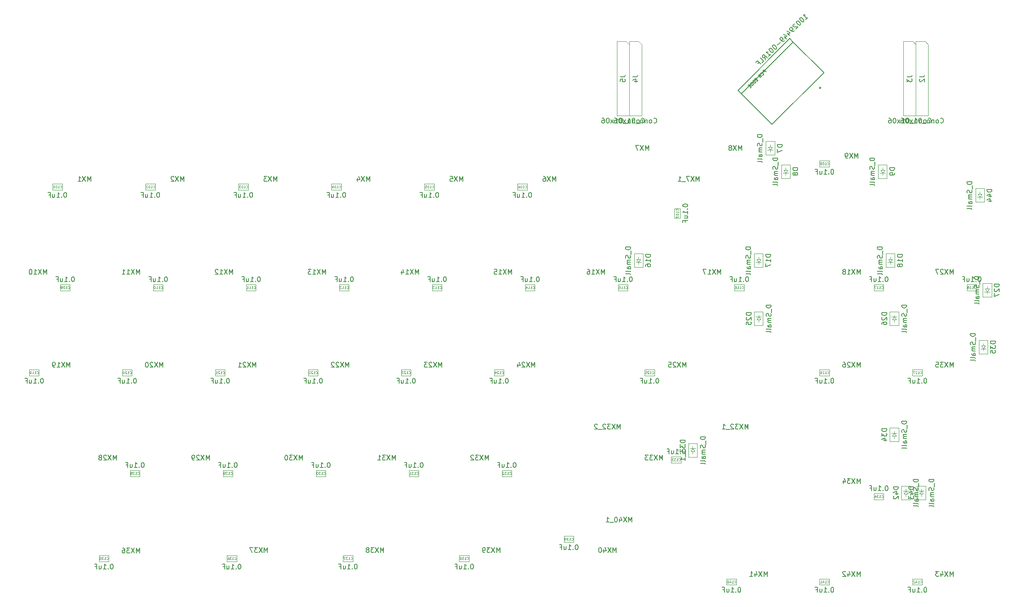
<source format=gbr>
%TF.GenerationSoftware,KiCad,Pcbnew,(6.0.5)*%
%TF.CreationDate,2022-07-21T21:28:31-06:00*%
%TF.ProjectId,kb_right,6b625f72-6967-4687-942e-6b696361645f,rev?*%
%TF.SameCoordinates,Original*%
%TF.FileFunction,AssemblyDrawing,Bot*%
%FSLAX46Y46*%
G04 Gerber Fmt 4.6, Leading zero omitted, Abs format (unit mm)*
G04 Created by KiCad (PCBNEW (6.0.5)) date 2022-07-21 21:28:31*
%MOMM*%
%LPD*%
G01*
G04 APERTURE LIST*
%ADD10C,0.150000*%
%ADD11C,0.080000*%
%ADD12C,0.100000*%
%ADD13C,0.127000*%
%ADD14C,0.254001*%
G04 APERTURE END LIST*
D10*
%TO.C,MX16*%
X162099404Y-79827380D02*
X162099404Y-78827380D01*
X161766071Y-79541666D01*
X161432738Y-78827380D01*
X161432738Y-79827380D01*
X161051785Y-78827380D02*
X160385119Y-79827380D01*
X160385119Y-78827380D02*
X161051785Y-79827380D01*
X159480357Y-79827380D02*
X160051785Y-79827380D01*
X159766071Y-79827380D02*
X159766071Y-78827380D01*
X159861309Y-78970238D01*
X159956547Y-79065476D01*
X160051785Y-79113095D01*
X158623214Y-78827380D02*
X158813690Y-78827380D01*
X158908928Y-78875000D01*
X158956547Y-78922619D01*
X159051785Y-79065476D01*
X159099404Y-79255952D01*
X159099404Y-79636904D01*
X159051785Y-79732142D01*
X159004166Y-79779761D01*
X158908928Y-79827380D01*
X158718452Y-79827380D01*
X158623214Y-79779761D01*
X158575595Y-79732142D01*
X158527976Y-79636904D01*
X158527976Y-79398809D01*
X158575595Y-79303571D01*
X158623214Y-79255952D01*
X158718452Y-79208333D01*
X158908928Y-79208333D01*
X159004166Y-79255952D01*
X159051785Y-79303571D01*
X159099404Y-79398809D01*
%TO.C,MX34*%
X214486904Y-122689880D02*
X214486904Y-121689880D01*
X214153571Y-122404166D01*
X213820238Y-121689880D01*
X213820238Y-122689880D01*
X213439285Y-121689880D02*
X212772619Y-122689880D01*
X212772619Y-121689880D02*
X213439285Y-122689880D01*
X212486904Y-121689880D02*
X211867857Y-121689880D01*
X212201190Y-122070833D01*
X212058333Y-122070833D01*
X211963095Y-122118452D01*
X211915476Y-122166071D01*
X211867857Y-122261309D01*
X211867857Y-122499404D01*
X211915476Y-122594642D01*
X211963095Y-122642261D01*
X212058333Y-122689880D01*
X212344047Y-122689880D01*
X212439285Y-122642261D01*
X212486904Y-122594642D01*
X211010714Y-122023214D02*
X211010714Y-122689880D01*
X211248809Y-121642261D02*
X211486904Y-122356547D01*
X210867857Y-122356547D01*
%TO.C,MX11*%
X66849404Y-79827380D02*
X66849404Y-78827380D01*
X66516071Y-79541666D01*
X66182738Y-78827380D01*
X66182738Y-79827380D01*
X65801785Y-78827380D02*
X65135119Y-79827380D01*
X65135119Y-78827380D02*
X65801785Y-79827380D01*
X64230357Y-79827380D02*
X64801785Y-79827380D01*
X64516071Y-79827380D02*
X64516071Y-78827380D01*
X64611309Y-78970238D01*
X64706547Y-79065476D01*
X64801785Y-79113095D01*
X63277976Y-79827380D02*
X63849404Y-79827380D01*
X63563690Y-79827380D02*
X63563690Y-78827380D01*
X63658928Y-78970238D01*
X63754166Y-79065476D01*
X63849404Y-79113095D01*
%TO.C,MX4*%
X113998214Y-60777380D02*
X113998214Y-59777380D01*
X113664880Y-60491666D01*
X113331547Y-59777380D01*
X113331547Y-60777380D01*
X112950595Y-59777380D02*
X112283928Y-60777380D01*
X112283928Y-59777380D02*
X112950595Y-60777380D01*
X111474404Y-60110714D02*
X111474404Y-60777380D01*
X111712500Y-59729761D02*
X111950595Y-60444047D01*
X111331547Y-60444047D01*
%TO.C,MX6*%
X152098214Y-60777380D02*
X152098214Y-59777380D01*
X151764880Y-60491666D01*
X151431547Y-59777380D01*
X151431547Y-60777380D01*
X151050595Y-59777380D02*
X150383928Y-60777380D01*
X150383928Y-59777380D02*
X151050595Y-60777380D01*
X149574404Y-59777380D02*
X149764880Y-59777380D01*
X149860119Y-59825000D01*
X149907738Y-59872619D01*
X150002976Y-60015476D01*
X150050595Y-60205952D01*
X150050595Y-60586904D01*
X150002976Y-60682142D01*
X149955357Y-60729761D01*
X149860119Y-60777380D01*
X149669642Y-60777380D01*
X149574404Y-60729761D01*
X149526785Y-60682142D01*
X149479166Y-60586904D01*
X149479166Y-60348809D01*
X149526785Y-60253571D01*
X149574404Y-60205952D01*
X149669642Y-60158333D01*
X149860119Y-60158333D01*
X149955357Y-60205952D01*
X150002976Y-60253571D01*
X150050595Y-60348809D01*
%TO.C,MX33*%
X174005654Y-117927380D02*
X174005654Y-116927380D01*
X173672321Y-117641666D01*
X173338988Y-116927380D01*
X173338988Y-117927380D01*
X172958035Y-116927380D02*
X172291369Y-117927380D01*
X172291369Y-116927380D02*
X172958035Y-117927380D01*
X172005654Y-116927380D02*
X171386607Y-116927380D01*
X171719940Y-117308333D01*
X171577083Y-117308333D01*
X171481845Y-117355952D01*
X171434226Y-117403571D01*
X171386607Y-117498809D01*
X171386607Y-117736904D01*
X171434226Y-117832142D01*
X171481845Y-117879761D01*
X171577083Y-117927380D01*
X171862797Y-117927380D01*
X171958035Y-117879761D01*
X172005654Y-117832142D01*
X171053273Y-116927380D02*
X170434226Y-116927380D01*
X170767559Y-117308333D01*
X170624702Y-117308333D01*
X170529464Y-117355952D01*
X170481845Y-117403571D01*
X170434226Y-117498809D01*
X170434226Y-117736904D01*
X170481845Y-117832142D01*
X170529464Y-117879761D01*
X170624702Y-117927380D01*
X170910416Y-117927380D01*
X171005654Y-117879761D01*
X171053273Y-117832142D01*
%TO.C,MX32*%
X138286904Y-117927380D02*
X138286904Y-116927380D01*
X137953571Y-117641666D01*
X137620238Y-116927380D01*
X137620238Y-117927380D01*
X137239285Y-116927380D02*
X136572619Y-117927380D01*
X136572619Y-116927380D02*
X137239285Y-117927380D01*
X136286904Y-116927380D02*
X135667857Y-116927380D01*
X136001190Y-117308333D01*
X135858333Y-117308333D01*
X135763095Y-117355952D01*
X135715476Y-117403571D01*
X135667857Y-117498809D01*
X135667857Y-117736904D01*
X135715476Y-117832142D01*
X135763095Y-117879761D01*
X135858333Y-117927380D01*
X136144047Y-117927380D01*
X136239285Y-117879761D01*
X136286904Y-117832142D01*
X135286904Y-117022619D02*
X135239285Y-116975000D01*
X135144047Y-116927380D01*
X134905952Y-116927380D01*
X134810714Y-116975000D01*
X134763095Y-117022619D01*
X134715476Y-117117857D01*
X134715476Y-117213095D01*
X134763095Y-117355952D01*
X135334523Y-117927380D01*
X134715476Y-117927380D01*
%TO.C,MX38*%
X116855654Y-136850380D02*
X116855654Y-135850380D01*
X116522321Y-136564666D01*
X116188988Y-135850380D01*
X116188988Y-136850380D01*
X115808035Y-135850380D02*
X115141369Y-136850380D01*
X115141369Y-135850380D02*
X115808035Y-136850380D01*
X114855654Y-135850380D02*
X114236607Y-135850380D01*
X114569940Y-136231333D01*
X114427083Y-136231333D01*
X114331845Y-136278952D01*
X114284226Y-136326571D01*
X114236607Y-136421809D01*
X114236607Y-136659904D01*
X114284226Y-136755142D01*
X114331845Y-136802761D01*
X114427083Y-136850380D01*
X114712797Y-136850380D01*
X114808035Y-136802761D01*
X114855654Y-136755142D01*
X113665178Y-136278952D02*
X113760416Y-136231333D01*
X113808035Y-136183714D01*
X113855654Y-136088476D01*
X113855654Y-136040857D01*
X113808035Y-135945619D01*
X113760416Y-135898000D01*
X113665178Y-135850380D01*
X113474702Y-135850380D01*
X113379464Y-135898000D01*
X113331845Y-135945619D01*
X113284226Y-136040857D01*
X113284226Y-136088476D01*
X113331845Y-136183714D01*
X113379464Y-136231333D01*
X113474702Y-136278952D01*
X113665178Y-136278952D01*
X113760416Y-136326571D01*
X113808035Y-136374190D01*
X113855654Y-136469428D01*
X113855654Y-136659904D01*
X113808035Y-136755142D01*
X113760416Y-136802761D01*
X113665178Y-136850380D01*
X113474702Y-136850380D01*
X113379464Y-136802761D01*
X113331845Y-136755142D01*
X113284226Y-136659904D01*
X113284226Y-136469428D01*
X113331845Y-136374190D01*
X113379464Y-136326571D01*
X113474702Y-136278952D01*
%TO.C,MX43*%
X233536904Y-141739880D02*
X233536904Y-140739880D01*
X233203571Y-141454166D01*
X232870238Y-140739880D01*
X232870238Y-141739880D01*
X232489285Y-140739880D02*
X231822619Y-141739880D01*
X231822619Y-140739880D02*
X232489285Y-141739880D01*
X231013095Y-141073214D02*
X231013095Y-141739880D01*
X231251190Y-140692261D02*
X231489285Y-141406547D01*
X230870238Y-141406547D01*
X230584523Y-140739880D02*
X229965476Y-140739880D01*
X230298809Y-141120833D01*
X230155952Y-141120833D01*
X230060714Y-141168452D01*
X230013095Y-141216071D01*
X229965476Y-141311309D01*
X229965476Y-141549404D01*
X230013095Y-141644642D01*
X230060714Y-141692261D01*
X230155952Y-141739880D01*
X230441666Y-141739880D01*
X230536904Y-141692261D01*
X230584523Y-141644642D01*
%TO.C,MX17*%
X185911904Y-79827380D02*
X185911904Y-78827380D01*
X185578571Y-79541666D01*
X185245238Y-78827380D01*
X185245238Y-79827380D01*
X184864285Y-78827380D02*
X184197619Y-79827380D01*
X184197619Y-78827380D02*
X184864285Y-79827380D01*
X183292857Y-79827380D02*
X183864285Y-79827380D01*
X183578571Y-79827380D02*
X183578571Y-78827380D01*
X183673809Y-78970238D01*
X183769047Y-79065476D01*
X183864285Y-79113095D01*
X182959523Y-78827380D02*
X182292857Y-78827380D01*
X182721428Y-79827380D01*
%TO.C,MX8*%
X190198214Y-54427380D02*
X190198214Y-53427380D01*
X189864880Y-54141666D01*
X189531547Y-53427380D01*
X189531547Y-54427380D01*
X189150595Y-53427380D02*
X188483928Y-54427380D01*
X188483928Y-53427380D02*
X189150595Y-54427380D01*
X187960119Y-53855952D02*
X188055357Y-53808333D01*
X188102976Y-53760714D01*
X188150595Y-53665476D01*
X188150595Y-53617857D01*
X188102976Y-53522619D01*
X188055357Y-53475000D01*
X187960119Y-53427380D01*
X187769642Y-53427380D01*
X187674404Y-53475000D01*
X187626785Y-53522619D01*
X187579166Y-53617857D01*
X187579166Y-53665476D01*
X187626785Y-53760714D01*
X187674404Y-53808333D01*
X187769642Y-53855952D01*
X187960119Y-53855952D01*
X188055357Y-53903571D01*
X188102976Y-53951190D01*
X188150595Y-54046428D01*
X188150595Y-54236904D01*
X188102976Y-54332142D01*
X188055357Y-54379761D01*
X187960119Y-54427380D01*
X187769642Y-54427380D01*
X187674404Y-54379761D01*
X187626785Y-54332142D01*
X187579166Y-54236904D01*
X187579166Y-54046428D01*
X187626785Y-53951190D01*
X187674404Y-53903571D01*
X187769642Y-53855952D01*
%TO.C,MX14*%
X123999404Y-79827380D02*
X123999404Y-78827380D01*
X123666071Y-79541666D01*
X123332738Y-78827380D01*
X123332738Y-79827380D01*
X122951785Y-78827380D02*
X122285119Y-79827380D01*
X122285119Y-78827380D02*
X122951785Y-79827380D01*
X121380357Y-79827380D02*
X121951785Y-79827380D01*
X121666071Y-79827380D02*
X121666071Y-78827380D01*
X121761309Y-78970238D01*
X121856547Y-79065476D01*
X121951785Y-79113095D01*
X120523214Y-79160714D02*
X120523214Y-79827380D01*
X120761309Y-78779761D02*
X120999404Y-79494047D01*
X120380357Y-79494047D01*
%TO.C,MX24*%
X147811904Y-98877380D02*
X147811904Y-97877380D01*
X147478571Y-98591666D01*
X147145238Y-97877380D01*
X147145238Y-98877380D01*
X146764285Y-97877380D02*
X146097619Y-98877380D01*
X146097619Y-97877380D02*
X146764285Y-98877380D01*
X145764285Y-97972619D02*
X145716666Y-97925000D01*
X145621428Y-97877380D01*
X145383333Y-97877380D01*
X145288095Y-97925000D01*
X145240476Y-97972619D01*
X145192857Y-98067857D01*
X145192857Y-98163095D01*
X145240476Y-98305952D01*
X145811904Y-98877380D01*
X145192857Y-98877380D01*
X144335714Y-98210714D02*
X144335714Y-98877380D01*
X144573809Y-97829761D02*
X144811904Y-98544047D01*
X144192857Y-98544047D01*
%TO.C,MX40*%
X164480654Y-136850380D02*
X164480654Y-135850380D01*
X164147321Y-136564666D01*
X163813988Y-135850380D01*
X163813988Y-136850380D01*
X163433035Y-135850380D02*
X162766369Y-136850380D01*
X162766369Y-135850380D02*
X163433035Y-136850380D01*
X161956845Y-136183714D02*
X161956845Y-136850380D01*
X162194940Y-135802761D02*
X162433035Y-136517047D01*
X161813988Y-136517047D01*
X161242559Y-135850380D02*
X161147321Y-135850380D01*
X161052083Y-135898000D01*
X161004464Y-135945619D01*
X160956845Y-136040857D01*
X160909226Y-136231333D01*
X160909226Y-136469428D01*
X160956845Y-136659904D01*
X161004464Y-136755142D01*
X161052083Y-136802761D01*
X161147321Y-136850380D01*
X161242559Y-136850380D01*
X161337797Y-136802761D01*
X161385416Y-136755142D01*
X161433035Y-136659904D01*
X161480654Y-136469428D01*
X161480654Y-136231333D01*
X161433035Y-136040857D01*
X161385416Y-135945619D01*
X161337797Y-135898000D01*
X161242559Y-135850380D01*
%TO.C,MX1*%
X56848214Y-60777380D02*
X56848214Y-59777380D01*
X56514880Y-60491666D01*
X56181547Y-59777380D01*
X56181547Y-60777380D01*
X55800595Y-59777380D02*
X55133928Y-60777380D01*
X55133928Y-59777380D02*
X55800595Y-60777380D01*
X54229166Y-60777380D02*
X54800595Y-60777380D01*
X54514880Y-60777380D02*
X54514880Y-59777380D01*
X54610119Y-59920238D01*
X54705357Y-60015476D01*
X54800595Y-60063095D01*
%TO.C,MX9*%
X214010714Y-56014880D02*
X214010714Y-55014880D01*
X213677380Y-55729166D01*
X213344047Y-55014880D01*
X213344047Y-56014880D01*
X212963095Y-55014880D02*
X212296428Y-56014880D01*
X212296428Y-55014880D02*
X212963095Y-56014880D01*
X211867857Y-56014880D02*
X211677380Y-56014880D01*
X211582142Y-55967261D01*
X211534523Y-55919642D01*
X211439285Y-55776785D01*
X211391666Y-55586309D01*
X211391666Y-55205357D01*
X211439285Y-55110119D01*
X211486904Y-55062500D01*
X211582142Y-55014880D01*
X211772619Y-55014880D01*
X211867857Y-55062500D01*
X211915476Y-55110119D01*
X211963095Y-55205357D01*
X211963095Y-55443452D01*
X211915476Y-55538690D01*
X211867857Y-55586309D01*
X211772619Y-55633928D01*
X211582142Y-55633928D01*
X211486904Y-55586309D01*
X211439285Y-55538690D01*
X211391666Y-55443452D01*
%TO.C,MX28*%
X62086904Y-117927380D02*
X62086904Y-116927380D01*
X61753571Y-117641666D01*
X61420238Y-116927380D01*
X61420238Y-117927380D01*
X61039285Y-116927380D02*
X60372619Y-117927380D01*
X60372619Y-116927380D02*
X61039285Y-117927380D01*
X60039285Y-117022619D02*
X59991666Y-116975000D01*
X59896428Y-116927380D01*
X59658333Y-116927380D01*
X59563095Y-116975000D01*
X59515476Y-117022619D01*
X59467857Y-117117857D01*
X59467857Y-117213095D01*
X59515476Y-117355952D01*
X60086904Y-117927380D01*
X59467857Y-117927380D01*
X58896428Y-117355952D02*
X58991666Y-117308333D01*
X59039285Y-117260714D01*
X59086904Y-117165476D01*
X59086904Y-117117857D01*
X59039285Y-117022619D01*
X58991666Y-116975000D01*
X58896428Y-116927380D01*
X58705952Y-116927380D01*
X58610714Y-116975000D01*
X58563095Y-117022619D01*
X58515476Y-117117857D01*
X58515476Y-117165476D01*
X58563095Y-117260714D01*
X58610714Y-117308333D01*
X58705952Y-117355952D01*
X58896428Y-117355952D01*
X58991666Y-117403571D01*
X59039285Y-117451190D01*
X59086904Y-117546428D01*
X59086904Y-117736904D01*
X59039285Y-117832142D01*
X58991666Y-117879761D01*
X58896428Y-117927380D01*
X58705952Y-117927380D01*
X58610714Y-117879761D01*
X58563095Y-117832142D01*
X58515476Y-117736904D01*
X58515476Y-117546428D01*
X58563095Y-117451190D01*
X58610714Y-117403571D01*
X58705952Y-117355952D01*
%TO.C,MX42*%
X214486904Y-141739880D02*
X214486904Y-140739880D01*
X214153571Y-141454166D01*
X213820238Y-140739880D01*
X213820238Y-141739880D01*
X213439285Y-140739880D02*
X212772619Y-141739880D01*
X212772619Y-140739880D02*
X213439285Y-141739880D01*
X211963095Y-141073214D02*
X211963095Y-141739880D01*
X212201190Y-140692261D02*
X212439285Y-141406547D01*
X211820238Y-141406547D01*
X211486904Y-140835119D02*
X211439285Y-140787500D01*
X211344047Y-140739880D01*
X211105952Y-140739880D01*
X211010714Y-140787500D01*
X210963095Y-140835119D01*
X210915476Y-140930357D01*
X210915476Y-141025595D01*
X210963095Y-141168452D01*
X211534523Y-141739880D01*
X210915476Y-141739880D01*
%TO.C,MX18*%
X214486904Y-79827380D02*
X214486904Y-78827380D01*
X214153571Y-79541666D01*
X213820238Y-78827380D01*
X213820238Y-79827380D01*
X213439285Y-78827380D02*
X212772619Y-79827380D01*
X212772619Y-78827380D02*
X213439285Y-79827380D01*
X211867857Y-79827380D02*
X212439285Y-79827380D01*
X212153571Y-79827380D02*
X212153571Y-78827380D01*
X212248809Y-78970238D01*
X212344047Y-79065476D01*
X212439285Y-79113095D01*
X211296428Y-79255952D02*
X211391666Y-79208333D01*
X211439285Y-79160714D01*
X211486904Y-79065476D01*
X211486904Y-79017857D01*
X211439285Y-78922619D01*
X211391666Y-78875000D01*
X211296428Y-78827380D01*
X211105952Y-78827380D01*
X211010714Y-78875000D01*
X210963095Y-78922619D01*
X210915476Y-79017857D01*
X210915476Y-79065476D01*
X210963095Y-79160714D01*
X211010714Y-79208333D01*
X211105952Y-79255952D01*
X211296428Y-79255952D01*
X211391666Y-79303571D01*
X211439285Y-79351190D01*
X211486904Y-79446428D01*
X211486904Y-79636904D01*
X211439285Y-79732142D01*
X211391666Y-79779761D01*
X211296428Y-79827380D01*
X211105952Y-79827380D01*
X211010714Y-79779761D01*
X210963095Y-79732142D01*
X210915476Y-79636904D01*
X210915476Y-79446428D01*
X210963095Y-79351190D01*
X211010714Y-79303571D01*
X211105952Y-79255952D01*
%TO.C,MX3*%
X94948214Y-60777380D02*
X94948214Y-59777380D01*
X94614880Y-60491666D01*
X94281547Y-59777380D01*
X94281547Y-60777380D01*
X93900595Y-59777380D02*
X93233928Y-60777380D01*
X93233928Y-59777380D02*
X93900595Y-60777380D01*
X92948214Y-59777380D02*
X92329166Y-59777380D01*
X92662500Y-60158333D01*
X92519642Y-60158333D01*
X92424404Y-60205952D01*
X92376785Y-60253571D01*
X92329166Y-60348809D01*
X92329166Y-60586904D01*
X92376785Y-60682142D01*
X92424404Y-60729761D01*
X92519642Y-60777380D01*
X92805357Y-60777380D01*
X92900595Y-60729761D01*
X92948214Y-60682142D01*
%TO.C,MX31*%
X119236904Y-117927380D02*
X119236904Y-116927380D01*
X118903571Y-117641666D01*
X118570238Y-116927380D01*
X118570238Y-117927380D01*
X118189285Y-116927380D02*
X117522619Y-117927380D01*
X117522619Y-116927380D02*
X118189285Y-117927380D01*
X117236904Y-116927380D02*
X116617857Y-116927380D01*
X116951190Y-117308333D01*
X116808333Y-117308333D01*
X116713095Y-117355952D01*
X116665476Y-117403571D01*
X116617857Y-117498809D01*
X116617857Y-117736904D01*
X116665476Y-117832142D01*
X116713095Y-117879761D01*
X116808333Y-117927380D01*
X117094047Y-117927380D01*
X117189285Y-117879761D01*
X117236904Y-117832142D01*
X115665476Y-117927380D02*
X116236904Y-117927380D01*
X115951190Y-117927380D02*
X115951190Y-116927380D01*
X116046428Y-117070238D01*
X116141666Y-117165476D01*
X116236904Y-117213095D01*
%TO.C,MX23*%
X128761904Y-98877380D02*
X128761904Y-97877380D01*
X128428571Y-98591666D01*
X128095238Y-97877380D01*
X128095238Y-98877380D01*
X127714285Y-97877380D02*
X127047619Y-98877380D01*
X127047619Y-97877380D02*
X127714285Y-98877380D01*
X126714285Y-97972619D02*
X126666666Y-97925000D01*
X126571428Y-97877380D01*
X126333333Y-97877380D01*
X126238095Y-97925000D01*
X126190476Y-97972619D01*
X126142857Y-98067857D01*
X126142857Y-98163095D01*
X126190476Y-98305952D01*
X126761904Y-98877380D01*
X126142857Y-98877380D01*
X125809523Y-97877380D02*
X125190476Y-97877380D01*
X125523809Y-98258333D01*
X125380952Y-98258333D01*
X125285714Y-98305952D01*
X125238095Y-98353571D01*
X125190476Y-98448809D01*
X125190476Y-98686904D01*
X125238095Y-98782142D01*
X125285714Y-98829761D01*
X125380952Y-98877380D01*
X125666666Y-98877380D01*
X125761904Y-98829761D01*
X125809523Y-98782142D01*
%TO.C,MX26*%
X214486904Y-98877380D02*
X214486904Y-97877380D01*
X214153571Y-98591666D01*
X213820238Y-97877380D01*
X213820238Y-98877380D01*
X213439285Y-97877380D02*
X212772619Y-98877380D01*
X212772619Y-97877380D02*
X213439285Y-98877380D01*
X212439285Y-97972619D02*
X212391666Y-97925000D01*
X212296428Y-97877380D01*
X212058333Y-97877380D01*
X211963095Y-97925000D01*
X211915476Y-97972619D01*
X211867857Y-98067857D01*
X211867857Y-98163095D01*
X211915476Y-98305952D01*
X212486904Y-98877380D01*
X211867857Y-98877380D01*
X211010714Y-97877380D02*
X211201190Y-97877380D01*
X211296428Y-97925000D01*
X211344047Y-97972619D01*
X211439285Y-98115476D01*
X211486904Y-98305952D01*
X211486904Y-98686904D01*
X211439285Y-98782142D01*
X211391666Y-98829761D01*
X211296428Y-98877380D01*
X211105952Y-98877380D01*
X211010714Y-98829761D01*
X210963095Y-98782142D01*
X210915476Y-98686904D01*
X210915476Y-98448809D01*
X210963095Y-98353571D01*
X211010714Y-98305952D01*
X211105952Y-98258333D01*
X211296428Y-98258333D01*
X211391666Y-98305952D01*
X211439285Y-98353571D01*
X211486904Y-98448809D01*
%TO.C,MX25*%
X178768154Y-98877380D02*
X178768154Y-97877380D01*
X178434821Y-98591666D01*
X178101488Y-97877380D01*
X178101488Y-98877380D01*
X177720535Y-97877380D02*
X177053869Y-98877380D01*
X177053869Y-97877380D02*
X177720535Y-98877380D01*
X176720535Y-97972619D02*
X176672916Y-97925000D01*
X176577678Y-97877380D01*
X176339583Y-97877380D01*
X176244345Y-97925000D01*
X176196726Y-97972619D01*
X176149107Y-98067857D01*
X176149107Y-98163095D01*
X176196726Y-98305952D01*
X176768154Y-98877380D01*
X176149107Y-98877380D01*
X175244345Y-97877380D02*
X175720535Y-97877380D01*
X175768154Y-98353571D01*
X175720535Y-98305952D01*
X175625297Y-98258333D01*
X175387202Y-98258333D01*
X175291964Y-98305952D01*
X175244345Y-98353571D01*
X175196726Y-98448809D01*
X175196726Y-98686904D01*
X175244345Y-98782142D01*
X175291964Y-98829761D01*
X175387202Y-98877380D01*
X175625297Y-98877380D01*
X175720535Y-98829761D01*
X175768154Y-98782142D01*
%TO.C,MX15*%
X143049404Y-79827380D02*
X143049404Y-78827380D01*
X142716071Y-79541666D01*
X142382738Y-78827380D01*
X142382738Y-79827380D01*
X142001785Y-78827380D02*
X141335119Y-79827380D01*
X141335119Y-78827380D02*
X142001785Y-79827380D01*
X140430357Y-79827380D02*
X141001785Y-79827380D01*
X140716071Y-79827380D02*
X140716071Y-78827380D01*
X140811309Y-78970238D01*
X140906547Y-79065476D01*
X141001785Y-79113095D01*
X139525595Y-78827380D02*
X140001785Y-78827380D01*
X140049404Y-79303571D01*
X140001785Y-79255952D01*
X139906547Y-79208333D01*
X139668452Y-79208333D01*
X139573214Y-79255952D01*
X139525595Y-79303571D01*
X139477976Y-79398809D01*
X139477976Y-79636904D01*
X139525595Y-79732142D01*
X139573214Y-79779761D01*
X139668452Y-79827380D01*
X139906547Y-79827380D01*
X140001785Y-79779761D01*
X140049404Y-79732142D01*
%TO.C,MX7*%
X171148214Y-54427380D02*
X171148214Y-53427380D01*
X170814880Y-54141666D01*
X170481547Y-53427380D01*
X170481547Y-54427380D01*
X170100595Y-53427380D02*
X169433928Y-54427380D01*
X169433928Y-53427380D02*
X170100595Y-54427380D01*
X169148214Y-53427380D02*
X168481547Y-53427380D01*
X168910119Y-54427380D01*
%TO.C,MX21*%
X90661904Y-98877380D02*
X90661904Y-97877380D01*
X90328571Y-98591666D01*
X89995238Y-97877380D01*
X89995238Y-98877380D01*
X89614285Y-97877380D02*
X88947619Y-98877380D01*
X88947619Y-97877380D02*
X89614285Y-98877380D01*
X88614285Y-97972619D02*
X88566666Y-97925000D01*
X88471428Y-97877380D01*
X88233333Y-97877380D01*
X88138095Y-97925000D01*
X88090476Y-97972619D01*
X88042857Y-98067857D01*
X88042857Y-98163095D01*
X88090476Y-98305952D01*
X88661904Y-98877380D01*
X88042857Y-98877380D01*
X87090476Y-98877380D02*
X87661904Y-98877380D01*
X87376190Y-98877380D02*
X87376190Y-97877380D01*
X87471428Y-98020238D01*
X87566666Y-98115476D01*
X87661904Y-98163095D01*
%TO.C,MX22*%
X109711904Y-98877380D02*
X109711904Y-97877380D01*
X109378571Y-98591666D01*
X109045238Y-97877380D01*
X109045238Y-98877380D01*
X108664285Y-97877380D02*
X107997619Y-98877380D01*
X107997619Y-97877380D02*
X108664285Y-98877380D01*
X107664285Y-97972619D02*
X107616666Y-97925000D01*
X107521428Y-97877380D01*
X107283333Y-97877380D01*
X107188095Y-97925000D01*
X107140476Y-97972619D01*
X107092857Y-98067857D01*
X107092857Y-98163095D01*
X107140476Y-98305952D01*
X107711904Y-98877380D01*
X107092857Y-98877380D01*
X106711904Y-97972619D02*
X106664285Y-97925000D01*
X106569047Y-97877380D01*
X106330952Y-97877380D01*
X106235714Y-97925000D01*
X106188095Y-97972619D01*
X106140476Y-98067857D01*
X106140476Y-98163095D01*
X106188095Y-98305952D01*
X106759523Y-98877380D01*
X106140476Y-98877380D01*
%TO.C,MX2*%
X75898214Y-60777380D02*
X75898214Y-59777380D01*
X75564880Y-60491666D01*
X75231547Y-59777380D01*
X75231547Y-60777380D01*
X74850595Y-59777380D02*
X74183928Y-60777380D01*
X74183928Y-59777380D02*
X74850595Y-60777380D01*
X73850595Y-59872619D02*
X73802976Y-59825000D01*
X73707738Y-59777380D01*
X73469642Y-59777380D01*
X73374404Y-59825000D01*
X73326785Y-59872619D01*
X73279166Y-59967857D01*
X73279166Y-60063095D01*
X73326785Y-60205952D01*
X73898214Y-60777380D01*
X73279166Y-60777380D01*
%TO.C,MX7_1*%
X181530357Y-60777380D02*
X181530357Y-59777380D01*
X181197023Y-60491666D01*
X180863690Y-59777380D01*
X180863690Y-60777380D01*
X180482738Y-59777380D02*
X179816071Y-60777380D01*
X179816071Y-59777380D02*
X180482738Y-60777380D01*
X179530357Y-59777380D02*
X178863690Y-59777380D01*
X179292261Y-60777380D01*
X178720833Y-60872619D02*
X177958928Y-60872619D01*
X177197023Y-60777380D02*
X177768452Y-60777380D01*
X177482738Y-60777380D02*
X177482738Y-59777380D01*
X177577976Y-59920238D01*
X177673214Y-60015476D01*
X177768452Y-60063095D01*
%TO.C,MX20*%
X71611904Y-98877380D02*
X71611904Y-97877380D01*
X71278571Y-98591666D01*
X70945238Y-97877380D01*
X70945238Y-98877380D01*
X70564285Y-97877380D02*
X69897619Y-98877380D01*
X69897619Y-97877380D02*
X70564285Y-98877380D01*
X69564285Y-97972619D02*
X69516666Y-97925000D01*
X69421428Y-97877380D01*
X69183333Y-97877380D01*
X69088095Y-97925000D01*
X69040476Y-97972619D01*
X68992857Y-98067857D01*
X68992857Y-98163095D01*
X69040476Y-98305952D01*
X69611904Y-98877380D01*
X68992857Y-98877380D01*
X68373809Y-97877380D02*
X68278571Y-97877380D01*
X68183333Y-97925000D01*
X68135714Y-97972619D01*
X68088095Y-98067857D01*
X68040476Y-98258333D01*
X68040476Y-98496428D01*
X68088095Y-98686904D01*
X68135714Y-98782142D01*
X68183333Y-98829761D01*
X68278571Y-98877380D01*
X68373809Y-98877380D01*
X68469047Y-98829761D01*
X68516666Y-98782142D01*
X68564285Y-98686904D01*
X68611904Y-98496428D01*
X68611904Y-98258333D01*
X68564285Y-98067857D01*
X68516666Y-97972619D01*
X68469047Y-97925000D01*
X68373809Y-97877380D01*
%TO.C,MX32_1*%
X191531547Y-111577380D02*
X191531547Y-110577380D01*
X191198214Y-111291666D01*
X190864880Y-110577380D01*
X190864880Y-111577380D01*
X190483928Y-110577380D02*
X189817261Y-111577380D01*
X189817261Y-110577380D02*
X190483928Y-111577380D01*
X189531547Y-110577380D02*
X188912500Y-110577380D01*
X189245833Y-110958333D01*
X189102976Y-110958333D01*
X189007738Y-111005952D01*
X188960119Y-111053571D01*
X188912500Y-111148809D01*
X188912500Y-111386904D01*
X188960119Y-111482142D01*
X189007738Y-111529761D01*
X189102976Y-111577380D01*
X189388690Y-111577380D01*
X189483928Y-111529761D01*
X189531547Y-111482142D01*
X188531547Y-110672619D02*
X188483928Y-110625000D01*
X188388690Y-110577380D01*
X188150595Y-110577380D01*
X188055357Y-110625000D01*
X188007738Y-110672619D01*
X187960119Y-110767857D01*
X187960119Y-110863095D01*
X188007738Y-111005952D01*
X188579166Y-111577380D01*
X187960119Y-111577380D01*
X187769642Y-111672619D02*
X187007738Y-111672619D01*
X186245833Y-111577380D02*
X186817261Y-111577380D01*
X186531547Y-111577380D02*
X186531547Y-110577380D01*
X186626785Y-110720238D01*
X186722023Y-110815476D01*
X186817261Y-110863095D01*
%TO.C,MX37*%
X93043154Y-136850380D02*
X93043154Y-135850380D01*
X92709821Y-136564666D01*
X92376488Y-135850380D01*
X92376488Y-136850380D01*
X91995535Y-135850380D02*
X91328869Y-136850380D01*
X91328869Y-135850380D02*
X91995535Y-136850380D01*
X91043154Y-135850380D02*
X90424107Y-135850380D01*
X90757440Y-136231333D01*
X90614583Y-136231333D01*
X90519345Y-136278952D01*
X90471726Y-136326571D01*
X90424107Y-136421809D01*
X90424107Y-136659904D01*
X90471726Y-136755142D01*
X90519345Y-136802761D01*
X90614583Y-136850380D01*
X90900297Y-136850380D01*
X90995535Y-136802761D01*
X91043154Y-136755142D01*
X90090773Y-135850380D02*
X89424107Y-135850380D01*
X89852678Y-136850380D01*
%TO.C,MX36*%
X66849404Y-136977380D02*
X66849404Y-135977380D01*
X66516071Y-136691666D01*
X66182738Y-135977380D01*
X66182738Y-136977380D01*
X65801785Y-135977380D02*
X65135119Y-136977380D01*
X65135119Y-135977380D02*
X65801785Y-136977380D01*
X64849404Y-135977380D02*
X64230357Y-135977380D01*
X64563690Y-136358333D01*
X64420833Y-136358333D01*
X64325595Y-136405952D01*
X64277976Y-136453571D01*
X64230357Y-136548809D01*
X64230357Y-136786904D01*
X64277976Y-136882142D01*
X64325595Y-136929761D01*
X64420833Y-136977380D01*
X64706547Y-136977380D01*
X64801785Y-136929761D01*
X64849404Y-136882142D01*
X63373214Y-135977380D02*
X63563690Y-135977380D01*
X63658928Y-136025000D01*
X63706547Y-136072619D01*
X63801785Y-136215476D01*
X63849404Y-136405952D01*
X63849404Y-136786904D01*
X63801785Y-136882142D01*
X63754166Y-136929761D01*
X63658928Y-136977380D01*
X63468452Y-136977380D01*
X63373214Y-136929761D01*
X63325595Y-136882142D01*
X63277976Y-136786904D01*
X63277976Y-136548809D01*
X63325595Y-136453571D01*
X63373214Y-136405952D01*
X63468452Y-136358333D01*
X63658928Y-136358333D01*
X63754166Y-136405952D01*
X63801785Y-136453571D01*
X63849404Y-136548809D01*
%TO.C,MX32_2*%
X165337797Y-111577380D02*
X165337797Y-110577380D01*
X165004464Y-111291666D01*
X164671130Y-110577380D01*
X164671130Y-111577380D01*
X164290178Y-110577380D02*
X163623511Y-111577380D01*
X163623511Y-110577380D02*
X164290178Y-111577380D01*
X163337797Y-110577380D02*
X162718750Y-110577380D01*
X163052083Y-110958333D01*
X162909226Y-110958333D01*
X162813988Y-111005952D01*
X162766369Y-111053571D01*
X162718750Y-111148809D01*
X162718750Y-111386904D01*
X162766369Y-111482142D01*
X162813988Y-111529761D01*
X162909226Y-111577380D01*
X163194940Y-111577380D01*
X163290178Y-111529761D01*
X163337797Y-111482142D01*
X162337797Y-110672619D02*
X162290178Y-110625000D01*
X162194940Y-110577380D01*
X161956845Y-110577380D01*
X161861607Y-110625000D01*
X161813988Y-110672619D01*
X161766369Y-110767857D01*
X161766369Y-110863095D01*
X161813988Y-111005952D01*
X162385416Y-111577380D01*
X161766369Y-111577380D01*
X161575892Y-111672619D02*
X160813988Y-111672619D01*
X160623511Y-110672619D02*
X160575892Y-110625000D01*
X160480654Y-110577380D01*
X160242559Y-110577380D01*
X160147321Y-110625000D01*
X160099702Y-110672619D01*
X160052083Y-110767857D01*
X160052083Y-110863095D01*
X160099702Y-111005952D01*
X160671130Y-111577380D01*
X160052083Y-111577380D01*
%TO.C,MX40_1*%
X167719047Y-130627380D02*
X167719047Y-129627380D01*
X167385714Y-130341666D01*
X167052380Y-129627380D01*
X167052380Y-130627380D01*
X166671428Y-129627380D02*
X166004761Y-130627380D01*
X166004761Y-129627380D02*
X166671428Y-130627380D01*
X165195238Y-129960714D02*
X165195238Y-130627380D01*
X165433333Y-129579761D02*
X165671428Y-130294047D01*
X165052380Y-130294047D01*
X164480952Y-129627380D02*
X164385714Y-129627380D01*
X164290476Y-129675000D01*
X164242857Y-129722619D01*
X164195238Y-129817857D01*
X164147619Y-130008333D01*
X164147619Y-130246428D01*
X164195238Y-130436904D01*
X164242857Y-130532142D01*
X164290476Y-130579761D01*
X164385714Y-130627380D01*
X164480952Y-130627380D01*
X164576190Y-130579761D01*
X164623809Y-130532142D01*
X164671428Y-130436904D01*
X164719047Y-130246428D01*
X164719047Y-130008333D01*
X164671428Y-129817857D01*
X164623809Y-129722619D01*
X164576190Y-129675000D01*
X164480952Y-129627380D01*
X163957142Y-130722619D02*
X163195238Y-130722619D01*
X162433333Y-130627380D02*
X163004761Y-130627380D01*
X162719047Y-130627380D02*
X162719047Y-129627380D01*
X162814285Y-129770238D01*
X162909523Y-129865476D01*
X163004761Y-129913095D01*
%TO.C,MX39*%
X140668154Y-136850380D02*
X140668154Y-135850380D01*
X140334821Y-136564666D01*
X140001488Y-135850380D01*
X140001488Y-136850380D01*
X139620535Y-135850380D02*
X138953869Y-136850380D01*
X138953869Y-135850380D02*
X139620535Y-136850380D01*
X138668154Y-135850380D02*
X138049107Y-135850380D01*
X138382440Y-136231333D01*
X138239583Y-136231333D01*
X138144345Y-136278952D01*
X138096726Y-136326571D01*
X138049107Y-136421809D01*
X138049107Y-136659904D01*
X138096726Y-136755142D01*
X138144345Y-136802761D01*
X138239583Y-136850380D01*
X138525297Y-136850380D01*
X138620535Y-136802761D01*
X138668154Y-136755142D01*
X137572916Y-136850380D02*
X137382440Y-136850380D01*
X137287202Y-136802761D01*
X137239583Y-136755142D01*
X137144345Y-136612285D01*
X137096726Y-136421809D01*
X137096726Y-136040857D01*
X137144345Y-135945619D01*
X137191964Y-135898000D01*
X137287202Y-135850380D01*
X137477678Y-135850380D01*
X137572916Y-135898000D01*
X137620535Y-135945619D01*
X137668154Y-136040857D01*
X137668154Y-136278952D01*
X137620535Y-136374190D01*
X137572916Y-136421809D01*
X137477678Y-136469428D01*
X137287202Y-136469428D01*
X137191964Y-136421809D01*
X137144345Y-136374190D01*
X137096726Y-136278952D01*
%TO.C,MX29*%
X81136904Y-117927380D02*
X81136904Y-116927380D01*
X80803571Y-117641666D01*
X80470238Y-116927380D01*
X80470238Y-117927380D01*
X80089285Y-116927380D02*
X79422619Y-117927380D01*
X79422619Y-116927380D02*
X80089285Y-117927380D01*
X79089285Y-117022619D02*
X79041666Y-116975000D01*
X78946428Y-116927380D01*
X78708333Y-116927380D01*
X78613095Y-116975000D01*
X78565476Y-117022619D01*
X78517857Y-117117857D01*
X78517857Y-117213095D01*
X78565476Y-117355952D01*
X79136904Y-117927380D01*
X78517857Y-117927380D01*
X78041666Y-117927380D02*
X77851190Y-117927380D01*
X77755952Y-117879761D01*
X77708333Y-117832142D01*
X77613095Y-117689285D01*
X77565476Y-117498809D01*
X77565476Y-117117857D01*
X77613095Y-117022619D01*
X77660714Y-116975000D01*
X77755952Y-116927380D01*
X77946428Y-116927380D01*
X78041666Y-116975000D01*
X78089285Y-117022619D01*
X78136904Y-117117857D01*
X78136904Y-117355952D01*
X78089285Y-117451190D01*
X78041666Y-117498809D01*
X77946428Y-117546428D01*
X77755952Y-117546428D01*
X77660714Y-117498809D01*
X77613095Y-117451190D01*
X77565476Y-117355952D01*
%TO.C,MX13*%
X104949404Y-79827380D02*
X104949404Y-78827380D01*
X104616071Y-79541666D01*
X104282738Y-78827380D01*
X104282738Y-79827380D01*
X103901785Y-78827380D02*
X103235119Y-79827380D01*
X103235119Y-78827380D02*
X103901785Y-79827380D01*
X102330357Y-79827380D02*
X102901785Y-79827380D01*
X102616071Y-79827380D02*
X102616071Y-78827380D01*
X102711309Y-78970238D01*
X102806547Y-79065476D01*
X102901785Y-79113095D01*
X101997023Y-78827380D02*
X101377976Y-78827380D01*
X101711309Y-79208333D01*
X101568452Y-79208333D01*
X101473214Y-79255952D01*
X101425595Y-79303571D01*
X101377976Y-79398809D01*
X101377976Y-79636904D01*
X101425595Y-79732142D01*
X101473214Y-79779761D01*
X101568452Y-79827380D01*
X101854166Y-79827380D01*
X101949404Y-79779761D01*
X101997023Y-79732142D01*
%TO.C,MX19*%
X52561904Y-98877380D02*
X52561904Y-97877380D01*
X52228571Y-98591666D01*
X51895238Y-97877380D01*
X51895238Y-98877380D01*
X51514285Y-97877380D02*
X50847619Y-98877380D01*
X50847619Y-97877380D02*
X51514285Y-98877380D01*
X49942857Y-98877380D02*
X50514285Y-98877380D01*
X50228571Y-98877380D02*
X50228571Y-97877380D01*
X50323809Y-98020238D01*
X50419047Y-98115476D01*
X50514285Y-98163095D01*
X49466666Y-98877380D02*
X49276190Y-98877380D01*
X49180952Y-98829761D01*
X49133333Y-98782142D01*
X49038095Y-98639285D01*
X48990476Y-98448809D01*
X48990476Y-98067857D01*
X49038095Y-97972619D01*
X49085714Y-97925000D01*
X49180952Y-97877380D01*
X49371428Y-97877380D01*
X49466666Y-97925000D01*
X49514285Y-97972619D01*
X49561904Y-98067857D01*
X49561904Y-98305952D01*
X49514285Y-98401190D01*
X49466666Y-98448809D01*
X49371428Y-98496428D01*
X49180952Y-98496428D01*
X49085714Y-98448809D01*
X49038095Y-98401190D01*
X48990476Y-98305952D01*
%TO.C,MX10*%
X47799404Y-79827380D02*
X47799404Y-78827380D01*
X47466071Y-79541666D01*
X47132738Y-78827380D01*
X47132738Y-79827380D01*
X46751785Y-78827380D02*
X46085119Y-79827380D01*
X46085119Y-78827380D02*
X46751785Y-79827380D01*
X45180357Y-79827380D02*
X45751785Y-79827380D01*
X45466071Y-79827380D02*
X45466071Y-78827380D01*
X45561309Y-78970238D01*
X45656547Y-79065476D01*
X45751785Y-79113095D01*
X44561309Y-78827380D02*
X44466071Y-78827380D01*
X44370833Y-78875000D01*
X44323214Y-78922619D01*
X44275595Y-79017857D01*
X44227976Y-79208333D01*
X44227976Y-79446428D01*
X44275595Y-79636904D01*
X44323214Y-79732142D01*
X44370833Y-79779761D01*
X44466071Y-79827380D01*
X44561309Y-79827380D01*
X44656547Y-79779761D01*
X44704166Y-79732142D01*
X44751785Y-79636904D01*
X44799404Y-79446428D01*
X44799404Y-79208333D01*
X44751785Y-79017857D01*
X44704166Y-78922619D01*
X44656547Y-78875000D01*
X44561309Y-78827380D01*
%TO.C,MX27*%
X233536904Y-79827380D02*
X233536904Y-78827380D01*
X233203571Y-79541666D01*
X232870238Y-78827380D01*
X232870238Y-79827380D01*
X232489285Y-78827380D02*
X231822619Y-79827380D01*
X231822619Y-78827380D02*
X232489285Y-79827380D01*
X231489285Y-78922619D02*
X231441666Y-78875000D01*
X231346428Y-78827380D01*
X231108333Y-78827380D01*
X231013095Y-78875000D01*
X230965476Y-78922619D01*
X230917857Y-79017857D01*
X230917857Y-79113095D01*
X230965476Y-79255952D01*
X231536904Y-79827380D01*
X230917857Y-79827380D01*
X230584523Y-78827380D02*
X229917857Y-78827380D01*
X230346428Y-79827380D01*
%TO.C,MX30*%
X100186904Y-117927380D02*
X100186904Y-116927380D01*
X99853571Y-117641666D01*
X99520238Y-116927380D01*
X99520238Y-117927380D01*
X99139285Y-116927380D02*
X98472619Y-117927380D01*
X98472619Y-116927380D02*
X99139285Y-117927380D01*
X98186904Y-116927380D02*
X97567857Y-116927380D01*
X97901190Y-117308333D01*
X97758333Y-117308333D01*
X97663095Y-117355952D01*
X97615476Y-117403571D01*
X97567857Y-117498809D01*
X97567857Y-117736904D01*
X97615476Y-117832142D01*
X97663095Y-117879761D01*
X97758333Y-117927380D01*
X98044047Y-117927380D01*
X98139285Y-117879761D01*
X98186904Y-117832142D01*
X96948809Y-116927380D02*
X96853571Y-116927380D01*
X96758333Y-116975000D01*
X96710714Y-117022619D01*
X96663095Y-117117857D01*
X96615476Y-117308333D01*
X96615476Y-117546428D01*
X96663095Y-117736904D01*
X96710714Y-117832142D01*
X96758333Y-117879761D01*
X96853571Y-117927380D01*
X96948809Y-117927380D01*
X97044047Y-117879761D01*
X97091666Y-117832142D01*
X97139285Y-117736904D01*
X97186904Y-117546428D01*
X97186904Y-117308333D01*
X97139285Y-117117857D01*
X97091666Y-117022619D01*
X97044047Y-116975000D01*
X96948809Y-116927380D01*
%TO.C,MX35*%
X233536904Y-98877380D02*
X233536904Y-97877380D01*
X233203571Y-98591666D01*
X232870238Y-97877380D01*
X232870238Y-98877380D01*
X232489285Y-97877380D02*
X231822619Y-98877380D01*
X231822619Y-97877380D02*
X232489285Y-98877380D01*
X231536904Y-97877380D02*
X230917857Y-97877380D01*
X231251190Y-98258333D01*
X231108333Y-98258333D01*
X231013095Y-98305952D01*
X230965476Y-98353571D01*
X230917857Y-98448809D01*
X230917857Y-98686904D01*
X230965476Y-98782142D01*
X231013095Y-98829761D01*
X231108333Y-98877380D01*
X231394047Y-98877380D01*
X231489285Y-98829761D01*
X231536904Y-98782142D01*
X230013095Y-97877380D02*
X230489285Y-97877380D01*
X230536904Y-98353571D01*
X230489285Y-98305952D01*
X230394047Y-98258333D01*
X230155952Y-98258333D01*
X230060714Y-98305952D01*
X230013095Y-98353571D01*
X229965476Y-98448809D01*
X229965476Y-98686904D01*
X230013095Y-98782142D01*
X230060714Y-98829761D01*
X230155952Y-98877380D01*
X230394047Y-98877380D01*
X230489285Y-98829761D01*
X230536904Y-98782142D01*
%TO.C,MX5*%
X133048214Y-60777380D02*
X133048214Y-59777380D01*
X132714880Y-60491666D01*
X132381547Y-59777380D01*
X132381547Y-60777380D01*
X132000595Y-59777380D02*
X131333928Y-60777380D01*
X131333928Y-59777380D02*
X132000595Y-60777380D01*
X130476785Y-59777380D02*
X130952976Y-59777380D01*
X131000595Y-60253571D01*
X130952976Y-60205952D01*
X130857738Y-60158333D01*
X130619642Y-60158333D01*
X130524404Y-60205952D01*
X130476785Y-60253571D01*
X130429166Y-60348809D01*
X130429166Y-60586904D01*
X130476785Y-60682142D01*
X130524404Y-60729761D01*
X130619642Y-60777380D01*
X130857738Y-60777380D01*
X130952976Y-60729761D01*
X131000595Y-60682142D01*
%TO.C,MX41*%
X195436904Y-141739880D02*
X195436904Y-140739880D01*
X195103571Y-141454166D01*
X194770238Y-140739880D01*
X194770238Y-141739880D01*
X194389285Y-140739880D02*
X193722619Y-141739880D01*
X193722619Y-140739880D02*
X194389285Y-141739880D01*
X192913095Y-141073214D02*
X192913095Y-141739880D01*
X193151190Y-140692261D02*
X193389285Y-141406547D01*
X192770238Y-141406547D01*
X191865476Y-141739880D02*
X192436904Y-141739880D01*
X192151190Y-141739880D02*
X192151190Y-140739880D01*
X192246428Y-140882738D01*
X192341666Y-140977976D01*
X192436904Y-141025595D01*
%TO.C,MX12*%
X85899404Y-79827380D02*
X85899404Y-78827380D01*
X85566071Y-79541666D01*
X85232738Y-78827380D01*
X85232738Y-79827380D01*
X84851785Y-78827380D02*
X84185119Y-79827380D01*
X84185119Y-78827380D02*
X84851785Y-79827380D01*
X83280357Y-79827380D02*
X83851785Y-79827380D01*
X83566071Y-79827380D02*
X83566071Y-78827380D01*
X83661309Y-78970238D01*
X83756547Y-79065476D01*
X83851785Y-79113095D01*
X82899404Y-78922619D02*
X82851785Y-78875000D01*
X82756547Y-78827380D01*
X82518452Y-78827380D01*
X82423214Y-78875000D01*
X82375595Y-78922619D01*
X82327976Y-79017857D01*
X82327976Y-79113095D01*
X82375595Y-79255952D01*
X82947023Y-79827380D01*
X82327976Y-79827380D01*
%TO.C,C118*%
X238974107Y-80322380D02*
X238878869Y-80322380D01*
X238783630Y-80370000D01*
X238736011Y-80417619D01*
X238688392Y-80512857D01*
X238640773Y-80703333D01*
X238640773Y-80941428D01*
X238688392Y-81131904D01*
X238736011Y-81227142D01*
X238783630Y-81274761D01*
X238878869Y-81322380D01*
X238974107Y-81322380D01*
X239069345Y-81274761D01*
X239116964Y-81227142D01*
X239164583Y-81131904D01*
X239212202Y-80941428D01*
X239212202Y-80703333D01*
X239164583Y-80512857D01*
X239116964Y-80417619D01*
X239069345Y-80370000D01*
X238974107Y-80322380D01*
X238212202Y-81227142D02*
X238164583Y-81274761D01*
X238212202Y-81322380D01*
X238259821Y-81274761D01*
X238212202Y-81227142D01*
X238212202Y-81322380D01*
X237212202Y-81322380D02*
X237783630Y-81322380D01*
X237497916Y-81322380D02*
X237497916Y-80322380D01*
X237593154Y-80465238D01*
X237688392Y-80560476D01*
X237783630Y-80608095D01*
X236355059Y-80655714D02*
X236355059Y-81322380D01*
X236783630Y-80655714D02*
X236783630Y-81179523D01*
X236736011Y-81274761D01*
X236640773Y-81322380D01*
X236497916Y-81322380D01*
X236402678Y-81274761D01*
X236355059Y-81227142D01*
X235545535Y-80798571D02*
X235878869Y-80798571D01*
X235878869Y-81322380D02*
X235878869Y-80322380D01*
X235402678Y-80322380D01*
D11*
X237890773Y-82728571D02*
X237914583Y-82752380D01*
X237986011Y-82776190D01*
X238033630Y-82776190D01*
X238105059Y-82752380D01*
X238152678Y-82704761D01*
X238176488Y-82657142D01*
X238200297Y-82561904D01*
X238200297Y-82490476D01*
X238176488Y-82395238D01*
X238152678Y-82347619D01*
X238105059Y-82300000D01*
X238033630Y-82276190D01*
X237986011Y-82276190D01*
X237914583Y-82300000D01*
X237890773Y-82323809D01*
X237414583Y-82776190D02*
X237700297Y-82776190D01*
X237557440Y-82776190D02*
X237557440Y-82276190D01*
X237605059Y-82347619D01*
X237652678Y-82395238D01*
X237700297Y-82419047D01*
X236938392Y-82776190D02*
X237224107Y-82776190D01*
X237081250Y-82776190D02*
X237081250Y-82276190D01*
X237128869Y-82347619D01*
X237176488Y-82395238D01*
X237224107Y-82419047D01*
X236652678Y-82490476D02*
X236700297Y-82466666D01*
X236724107Y-82442857D01*
X236747916Y-82395238D01*
X236747916Y-82371428D01*
X236724107Y-82323809D01*
X236700297Y-82300000D01*
X236652678Y-82276190D01*
X236557440Y-82276190D01*
X236509821Y-82300000D01*
X236486011Y-82323809D01*
X236462202Y-82371428D01*
X236462202Y-82395238D01*
X236486011Y-82442857D01*
X236509821Y-82466666D01*
X236557440Y-82490476D01*
X236652678Y-82490476D01*
X236700297Y-82514285D01*
X236724107Y-82538095D01*
X236747916Y-82585714D01*
X236747916Y-82680952D01*
X236724107Y-82728571D01*
X236700297Y-82752380D01*
X236652678Y-82776190D01*
X236557440Y-82776190D01*
X236509821Y-82752380D01*
X236486011Y-82728571D01*
X236462202Y-82680952D01*
X236462202Y-82585714D01*
X236486011Y-82538095D01*
X236509821Y-82514285D01*
X236557440Y-82490476D01*
D10*
%TO.C,D35*%
X238064880Y-91980095D02*
X237064880Y-91980095D01*
X237064880Y-92218190D01*
X237112500Y-92361047D01*
X237207738Y-92456285D01*
X237302976Y-92503904D01*
X237493452Y-92551523D01*
X237636309Y-92551523D01*
X237826785Y-92503904D01*
X237922023Y-92456285D01*
X238017261Y-92361047D01*
X238064880Y-92218190D01*
X238064880Y-91980095D01*
X238160119Y-92742000D02*
X238160119Y-93503904D01*
X238017261Y-93694380D02*
X238064880Y-93837238D01*
X238064880Y-94075333D01*
X238017261Y-94170571D01*
X237969642Y-94218190D01*
X237874404Y-94265809D01*
X237779166Y-94265809D01*
X237683928Y-94218190D01*
X237636309Y-94170571D01*
X237588690Y-94075333D01*
X237541071Y-93884857D01*
X237493452Y-93789619D01*
X237445833Y-93742000D01*
X237350595Y-93694380D01*
X237255357Y-93694380D01*
X237160119Y-93742000D01*
X237112500Y-93789619D01*
X237064880Y-93884857D01*
X237064880Y-94122952D01*
X237112500Y-94265809D01*
X238064880Y-94694380D02*
X237398214Y-94694380D01*
X237493452Y-94694380D02*
X237445833Y-94742000D01*
X237398214Y-94837238D01*
X237398214Y-94980095D01*
X237445833Y-95075333D01*
X237541071Y-95122952D01*
X238064880Y-95122952D01*
X237541071Y-95122952D02*
X237445833Y-95170571D01*
X237398214Y-95265809D01*
X237398214Y-95408666D01*
X237445833Y-95503904D01*
X237541071Y-95551523D01*
X238064880Y-95551523D01*
X238064880Y-96456285D02*
X237541071Y-96456285D01*
X237445833Y-96408666D01*
X237398214Y-96313428D01*
X237398214Y-96122952D01*
X237445833Y-96027714D01*
X238017261Y-96456285D02*
X238064880Y-96361047D01*
X238064880Y-96122952D01*
X238017261Y-96027714D01*
X237922023Y-95980095D01*
X237826785Y-95980095D01*
X237731547Y-96027714D01*
X237683928Y-96122952D01*
X237683928Y-96361047D01*
X237636309Y-96456285D01*
X238064880Y-97075333D02*
X238017261Y-96980095D01*
X237922023Y-96932476D01*
X237064880Y-96932476D01*
X238064880Y-97599142D02*
X238017261Y-97503904D01*
X237922023Y-97456285D01*
X237064880Y-97456285D01*
X242164880Y-93527714D02*
X241164880Y-93527714D01*
X241164880Y-93765809D01*
X241212500Y-93908666D01*
X241307738Y-94003904D01*
X241402976Y-94051523D01*
X241593452Y-94099142D01*
X241736309Y-94099142D01*
X241926785Y-94051523D01*
X242022023Y-94003904D01*
X242117261Y-93908666D01*
X242164880Y-93765809D01*
X242164880Y-93527714D01*
X241164880Y-94432476D02*
X241164880Y-95051523D01*
X241545833Y-94718190D01*
X241545833Y-94861047D01*
X241593452Y-94956285D01*
X241641071Y-95003904D01*
X241736309Y-95051523D01*
X241974404Y-95051523D01*
X242069642Y-95003904D01*
X242117261Y-94956285D01*
X242164880Y-94861047D01*
X242164880Y-94575333D01*
X242117261Y-94480095D01*
X242069642Y-94432476D01*
X241164880Y-95956285D02*
X241164880Y-95480095D01*
X241641071Y-95432476D01*
X241593452Y-95480095D01*
X241545833Y-95575333D01*
X241545833Y-95813428D01*
X241593452Y-95908666D01*
X241641071Y-95956285D01*
X241736309Y-96003904D01*
X241974404Y-96003904D01*
X242069642Y-95956285D01*
X242117261Y-95908666D01*
X242164880Y-95813428D01*
X242164880Y-95575333D01*
X242117261Y-95480095D01*
X242069642Y-95432476D01*
%TO.C,C115*%
X167536607Y-80322380D02*
X167441369Y-80322380D01*
X167346130Y-80370000D01*
X167298511Y-80417619D01*
X167250892Y-80512857D01*
X167203273Y-80703333D01*
X167203273Y-80941428D01*
X167250892Y-81131904D01*
X167298511Y-81227142D01*
X167346130Y-81274761D01*
X167441369Y-81322380D01*
X167536607Y-81322380D01*
X167631845Y-81274761D01*
X167679464Y-81227142D01*
X167727083Y-81131904D01*
X167774702Y-80941428D01*
X167774702Y-80703333D01*
X167727083Y-80512857D01*
X167679464Y-80417619D01*
X167631845Y-80370000D01*
X167536607Y-80322380D01*
X166774702Y-81227142D02*
X166727083Y-81274761D01*
X166774702Y-81322380D01*
X166822321Y-81274761D01*
X166774702Y-81227142D01*
X166774702Y-81322380D01*
X165774702Y-81322380D02*
X166346130Y-81322380D01*
X166060416Y-81322380D02*
X166060416Y-80322380D01*
X166155654Y-80465238D01*
X166250892Y-80560476D01*
X166346130Y-80608095D01*
X164917559Y-80655714D02*
X164917559Y-81322380D01*
X165346130Y-80655714D02*
X165346130Y-81179523D01*
X165298511Y-81274761D01*
X165203273Y-81322380D01*
X165060416Y-81322380D01*
X164965178Y-81274761D01*
X164917559Y-81227142D01*
X164108035Y-80798571D02*
X164441369Y-80798571D01*
X164441369Y-81322380D02*
X164441369Y-80322380D01*
X163965178Y-80322380D01*
D11*
X166453273Y-82728571D02*
X166477083Y-82752380D01*
X166548511Y-82776190D01*
X166596130Y-82776190D01*
X166667559Y-82752380D01*
X166715178Y-82704761D01*
X166738988Y-82657142D01*
X166762797Y-82561904D01*
X166762797Y-82490476D01*
X166738988Y-82395238D01*
X166715178Y-82347619D01*
X166667559Y-82300000D01*
X166596130Y-82276190D01*
X166548511Y-82276190D01*
X166477083Y-82300000D01*
X166453273Y-82323809D01*
X165977083Y-82776190D02*
X166262797Y-82776190D01*
X166119940Y-82776190D02*
X166119940Y-82276190D01*
X166167559Y-82347619D01*
X166215178Y-82395238D01*
X166262797Y-82419047D01*
X165500892Y-82776190D02*
X165786607Y-82776190D01*
X165643750Y-82776190D02*
X165643750Y-82276190D01*
X165691369Y-82347619D01*
X165738988Y-82395238D01*
X165786607Y-82419047D01*
X165048511Y-82276190D02*
X165286607Y-82276190D01*
X165310416Y-82514285D01*
X165286607Y-82490476D01*
X165238988Y-82466666D01*
X165119940Y-82466666D01*
X165072321Y-82490476D01*
X165048511Y-82514285D01*
X165024702Y-82561904D01*
X165024702Y-82680952D01*
X165048511Y-82728571D01*
X165072321Y-82752380D01*
X165119940Y-82776190D01*
X165238988Y-82776190D01*
X165286607Y-82752380D01*
X165310416Y-82728571D01*
D10*
%TO.C,C101*%
X51649107Y-63044880D02*
X51553869Y-63044880D01*
X51458630Y-63092500D01*
X51411011Y-63140119D01*
X51363392Y-63235357D01*
X51315773Y-63425833D01*
X51315773Y-63663928D01*
X51363392Y-63854404D01*
X51411011Y-63949642D01*
X51458630Y-63997261D01*
X51553869Y-64044880D01*
X51649107Y-64044880D01*
X51744345Y-63997261D01*
X51791964Y-63949642D01*
X51839583Y-63854404D01*
X51887202Y-63663928D01*
X51887202Y-63425833D01*
X51839583Y-63235357D01*
X51791964Y-63140119D01*
X51744345Y-63092500D01*
X51649107Y-63044880D01*
X50887202Y-63949642D02*
X50839583Y-63997261D01*
X50887202Y-64044880D01*
X50934821Y-63997261D01*
X50887202Y-63949642D01*
X50887202Y-64044880D01*
X49887202Y-64044880D02*
X50458630Y-64044880D01*
X50172916Y-64044880D02*
X50172916Y-63044880D01*
X50268154Y-63187738D01*
X50363392Y-63282976D01*
X50458630Y-63330595D01*
X49030059Y-63378214D02*
X49030059Y-64044880D01*
X49458630Y-63378214D02*
X49458630Y-63902023D01*
X49411011Y-63997261D01*
X49315773Y-64044880D01*
X49172916Y-64044880D01*
X49077678Y-63997261D01*
X49030059Y-63949642D01*
X48220535Y-63521071D02*
X48553869Y-63521071D01*
X48553869Y-64044880D02*
X48553869Y-63044880D01*
X48077678Y-63044880D01*
D11*
X50565773Y-62091071D02*
X50589583Y-62114880D01*
X50661011Y-62138690D01*
X50708630Y-62138690D01*
X50780059Y-62114880D01*
X50827678Y-62067261D01*
X50851488Y-62019642D01*
X50875297Y-61924404D01*
X50875297Y-61852976D01*
X50851488Y-61757738D01*
X50827678Y-61710119D01*
X50780059Y-61662500D01*
X50708630Y-61638690D01*
X50661011Y-61638690D01*
X50589583Y-61662500D01*
X50565773Y-61686309D01*
X50089583Y-62138690D02*
X50375297Y-62138690D01*
X50232440Y-62138690D02*
X50232440Y-61638690D01*
X50280059Y-61710119D01*
X50327678Y-61757738D01*
X50375297Y-61781547D01*
X49780059Y-61638690D02*
X49732440Y-61638690D01*
X49684821Y-61662500D01*
X49661011Y-61686309D01*
X49637202Y-61733928D01*
X49613392Y-61829166D01*
X49613392Y-61948214D01*
X49637202Y-62043452D01*
X49661011Y-62091071D01*
X49684821Y-62114880D01*
X49732440Y-62138690D01*
X49780059Y-62138690D01*
X49827678Y-62114880D01*
X49851488Y-62091071D01*
X49875297Y-62043452D01*
X49899107Y-61948214D01*
X49899107Y-61829166D01*
X49875297Y-61733928D01*
X49851488Y-61686309D01*
X49827678Y-61662500D01*
X49780059Y-61638690D01*
X49137202Y-62138690D02*
X49422916Y-62138690D01*
X49280059Y-62138690D02*
X49280059Y-61638690D01*
X49327678Y-61710119D01*
X49375297Y-61757738D01*
X49422916Y-61781547D01*
D10*
%TO.C,C103*%
X89749107Y-63044880D02*
X89653869Y-63044880D01*
X89558630Y-63092500D01*
X89511011Y-63140119D01*
X89463392Y-63235357D01*
X89415773Y-63425833D01*
X89415773Y-63663928D01*
X89463392Y-63854404D01*
X89511011Y-63949642D01*
X89558630Y-63997261D01*
X89653869Y-64044880D01*
X89749107Y-64044880D01*
X89844345Y-63997261D01*
X89891964Y-63949642D01*
X89939583Y-63854404D01*
X89987202Y-63663928D01*
X89987202Y-63425833D01*
X89939583Y-63235357D01*
X89891964Y-63140119D01*
X89844345Y-63092500D01*
X89749107Y-63044880D01*
X88987202Y-63949642D02*
X88939583Y-63997261D01*
X88987202Y-64044880D01*
X89034821Y-63997261D01*
X88987202Y-63949642D01*
X88987202Y-64044880D01*
X87987202Y-64044880D02*
X88558630Y-64044880D01*
X88272916Y-64044880D02*
X88272916Y-63044880D01*
X88368154Y-63187738D01*
X88463392Y-63282976D01*
X88558630Y-63330595D01*
X87130059Y-63378214D02*
X87130059Y-64044880D01*
X87558630Y-63378214D02*
X87558630Y-63902023D01*
X87511011Y-63997261D01*
X87415773Y-64044880D01*
X87272916Y-64044880D01*
X87177678Y-63997261D01*
X87130059Y-63949642D01*
X86320535Y-63521071D02*
X86653869Y-63521071D01*
X86653869Y-64044880D02*
X86653869Y-63044880D01*
X86177678Y-63044880D01*
D11*
X88665773Y-62091071D02*
X88689583Y-62114880D01*
X88761011Y-62138690D01*
X88808630Y-62138690D01*
X88880059Y-62114880D01*
X88927678Y-62067261D01*
X88951488Y-62019642D01*
X88975297Y-61924404D01*
X88975297Y-61852976D01*
X88951488Y-61757738D01*
X88927678Y-61710119D01*
X88880059Y-61662500D01*
X88808630Y-61638690D01*
X88761011Y-61638690D01*
X88689583Y-61662500D01*
X88665773Y-61686309D01*
X88189583Y-62138690D02*
X88475297Y-62138690D01*
X88332440Y-62138690D02*
X88332440Y-61638690D01*
X88380059Y-61710119D01*
X88427678Y-61757738D01*
X88475297Y-61781547D01*
X87880059Y-61638690D02*
X87832440Y-61638690D01*
X87784821Y-61662500D01*
X87761011Y-61686309D01*
X87737202Y-61733928D01*
X87713392Y-61829166D01*
X87713392Y-61948214D01*
X87737202Y-62043452D01*
X87761011Y-62091071D01*
X87784821Y-62114880D01*
X87832440Y-62138690D01*
X87880059Y-62138690D01*
X87927678Y-62114880D01*
X87951488Y-62091071D01*
X87975297Y-62043452D01*
X87999107Y-61948214D01*
X87999107Y-61829166D01*
X87975297Y-61733928D01*
X87951488Y-61686309D01*
X87927678Y-61662500D01*
X87880059Y-61638690D01*
X87546726Y-61638690D02*
X87237202Y-61638690D01*
X87403869Y-61829166D01*
X87332440Y-61829166D01*
X87284821Y-61852976D01*
X87261011Y-61876785D01*
X87237202Y-61924404D01*
X87237202Y-62043452D01*
X87261011Y-62091071D01*
X87284821Y-62114880D01*
X87332440Y-62138690D01*
X87475297Y-62138690D01*
X87522916Y-62114880D01*
X87546726Y-62091071D01*
D10*
%TO.C,J4*%
X172171845Y-48724642D02*
X172219464Y-48772261D01*
X172362321Y-48819880D01*
X172457559Y-48819880D01*
X172600416Y-48772261D01*
X172695654Y-48677023D01*
X172743273Y-48581785D01*
X172790892Y-48391309D01*
X172790892Y-48248452D01*
X172743273Y-48057976D01*
X172695654Y-47962738D01*
X172600416Y-47867500D01*
X172457559Y-47819880D01*
X172362321Y-47819880D01*
X172219464Y-47867500D01*
X172171845Y-47915119D01*
X171600416Y-48819880D02*
X171695654Y-48772261D01*
X171743273Y-48724642D01*
X171790892Y-48629404D01*
X171790892Y-48343690D01*
X171743273Y-48248452D01*
X171695654Y-48200833D01*
X171600416Y-48153214D01*
X171457559Y-48153214D01*
X171362321Y-48200833D01*
X171314702Y-48248452D01*
X171267083Y-48343690D01*
X171267083Y-48629404D01*
X171314702Y-48724642D01*
X171362321Y-48772261D01*
X171457559Y-48819880D01*
X171600416Y-48819880D01*
X170838511Y-48153214D02*
X170838511Y-48819880D01*
X170838511Y-48248452D02*
X170790892Y-48200833D01*
X170695654Y-48153214D01*
X170552797Y-48153214D01*
X170457559Y-48200833D01*
X170409940Y-48296071D01*
X170409940Y-48819880D01*
X169933750Y-48153214D02*
X169933750Y-48819880D01*
X169933750Y-48248452D02*
X169886130Y-48200833D01*
X169790892Y-48153214D01*
X169648035Y-48153214D01*
X169552797Y-48200833D01*
X169505178Y-48296071D01*
X169505178Y-48819880D01*
X169267083Y-48915119D02*
X168505178Y-48915119D01*
X168076607Y-47819880D02*
X167981369Y-47819880D01*
X167886130Y-47867500D01*
X167838511Y-47915119D01*
X167790892Y-48010357D01*
X167743273Y-48200833D01*
X167743273Y-48438928D01*
X167790892Y-48629404D01*
X167838511Y-48724642D01*
X167886130Y-48772261D01*
X167981369Y-48819880D01*
X168076607Y-48819880D01*
X168171845Y-48772261D01*
X168219464Y-48724642D01*
X168267083Y-48629404D01*
X168314702Y-48438928D01*
X168314702Y-48200833D01*
X168267083Y-48010357D01*
X168219464Y-47915119D01*
X168171845Y-47867500D01*
X168076607Y-47819880D01*
X166790892Y-48819880D02*
X167362321Y-48819880D01*
X167076607Y-48819880D02*
X167076607Y-47819880D01*
X167171845Y-47962738D01*
X167267083Y-48057976D01*
X167362321Y-48105595D01*
X166457559Y-48819880D02*
X165933750Y-48153214D01*
X166457559Y-48153214D02*
X165933750Y-48819880D01*
X165362321Y-47819880D02*
X165267083Y-47819880D01*
X165171845Y-47867500D01*
X165124226Y-47915119D01*
X165076607Y-48010357D01*
X165028988Y-48200833D01*
X165028988Y-48438928D01*
X165076607Y-48629404D01*
X165124226Y-48724642D01*
X165171845Y-48772261D01*
X165267083Y-48819880D01*
X165362321Y-48819880D01*
X165457559Y-48772261D01*
X165505178Y-48724642D01*
X165552797Y-48629404D01*
X165600416Y-48438928D01*
X165600416Y-48200833D01*
X165552797Y-48010357D01*
X165505178Y-47915119D01*
X165457559Y-47867500D01*
X165362321Y-47819880D01*
X164171845Y-47819880D02*
X164362321Y-47819880D01*
X164457559Y-47867500D01*
X164505178Y-47915119D01*
X164600416Y-48057976D01*
X164648035Y-48248452D01*
X164648035Y-48629404D01*
X164600416Y-48724642D01*
X164552797Y-48772261D01*
X164457559Y-48819880D01*
X164267083Y-48819880D01*
X164171845Y-48772261D01*
X164124226Y-48724642D01*
X164076607Y-48629404D01*
X164076607Y-48391309D01*
X164124226Y-48296071D01*
X164171845Y-48248452D01*
X164267083Y-48200833D01*
X164457559Y-48200833D01*
X164552797Y-48248452D01*
X164600416Y-48296071D01*
X164648035Y-48391309D01*
X167886130Y-39354166D02*
X168600416Y-39354166D01*
X168743273Y-39306547D01*
X168838511Y-39211309D01*
X168886130Y-39068452D01*
X168886130Y-38973214D01*
X168219464Y-40258928D02*
X168886130Y-40258928D01*
X167838511Y-40020833D02*
X168552797Y-39782738D01*
X168552797Y-40401785D01*
%TO.C,C113*%
X129436607Y-80322380D02*
X129341369Y-80322380D01*
X129246130Y-80370000D01*
X129198511Y-80417619D01*
X129150892Y-80512857D01*
X129103273Y-80703333D01*
X129103273Y-80941428D01*
X129150892Y-81131904D01*
X129198511Y-81227142D01*
X129246130Y-81274761D01*
X129341369Y-81322380D01*
X129436607Y-81322380D01*
X129531845Y-81274761D01*
X129579464Y-81227142D01*
X129627083Y-81131904D01*
X129674702Y-80941428D01*
X129674702Y-80703333D01*
X129627083Y-80512857D01*
X129579464Y-80417619D01*
X129531845Y-80370000D01*
X129436607Y-80322380D01*
X128674702Y-81227142D02*
X128627083Y-81274761D01*
X128674702Y-81322380D01*
X128722321Y-81274761D01*
X128674702Y-81227142D01*
X128674702Y-81322380D01*
X127674702Y-81322380D02*
X128246130Y-81322380D01*
X127960416Y-81322380D02*
X127960416Y-80322380D01*
X128055654Y-80465238D01*
X128150892Y-80560476D01*
X128246130Y-80608095D01*
X126817559Y-80655714D02*
X126817559Y-81322380D01*
X127246130Y-80655714D02*
X127246130Y-81179523D01*
X127198511Y-81274761D01*
X127103273Y-81322380D01*
X126960416Y-81322380D01*
X126865178Y-81274761D01*
X126817559Y-81227142D01*
X126008035Y-80798571D02*
X126341369Y-80798571D01*
X126341369Y-81322380D02*
X126341369Y-80322380D01*
X125865178Y-80322380D01*
D11*
X128353273Y-82728571D02*
X128377083Y-82752380D01*
X128448511Y-82776190D01*
X128496130Y-82776190D01*
X128567559Y-82752380D01*
X128615178Y-82704761D01*
X128638988Y-82657142D01*
X128662797Y-82561904D01*
X128662797Y-82490476D01*
X128638988Y-82395238D01*
X128615178Y-82347619D01*
X128567559Y-82300000D01*
X128496130Y-82276190D01*
X128448511Y-82276190D01*
X128377083Y-82300000D01*
X128353273Y-82323809D01*
X127877083Y-82776190D02*
X128162797Y-82776190D01*
X128019940Y-82776190D02*
X128019940Y-82276190D01*
X128067559Y-82347619D01*
X128115178Y-82395238D01*
X128162797Y-82419047D01*
X127400892Y-82776190D02*
X127686607Y-82776190D01*
X127543750Y-82776190D02*
X127543750Y-82276190D01*
X127591369Y-82347619D01*
X127638988Y-82395238D01*
X127686607Y-82419047D01*
X127234226Y-82276190D02*
X126924702Y-82276190D01*
X127091369Y-82466666D01*
X127019940Y-82466666D01*
X126972321Y-82490476D01*
X126948511Y-82514285D01*
X126924702Y-82561904D01*
X126924702Y-82680952D01*
X126948511Y-82728571D01*
X126972321Y-82752380D01*
X127019940Y-82776190D01*
X127162797Y-82776190D01*
X127210416Y-82752380D01*
X127234226Y-82728571D01*
D10*
%TO.C,C122*%
X104036607Y-101144880D02*
X103941369Y-101144880D01*
X103846130Y-101192500D01*
X103798511Y-101240119D01*
X103750892Y-101335357D01*
X103703273Y-101525833D01*
X103703273Y-101763928D01*
X103750892Y-101954404D01*
X103798511Y-102049642D01*
X103846130Y-102097261D01*
X103941369Y-102144880D01*
X104036607Y-102144880D01*
X104131845Y-102097261D01*
X104179464Y-102049642D01*
X104227083Y-101954404D01*
X104274702Y-101763928D01*
X104274702Y-101525833D01*
X104227083Y-101335357D01*
X104179464Y-101240119D01*
X104131845Y-101192500D01*
X104036607Y-101144880D01*
X103274702Y-102049642D02*
X103227083Y-102097261D01*
X103274702Y-102144880D01*
X103322321Y-102097261D01*
X103274702Y-102049642D01*
X103274702Y-102144880D01*
X102274702Y-102144880D02*
X102846130Y-102144880D01*
X102560416Y-102144880D02*
X102560416Y-101144880D01*
X102655654Y-101287738D01*
X102750892Y-101382976D01*
X102846130Y-101430595D01*
X101417559Y-101478214D02*
X101417559Y-102144880D01*
X101846130Y-101478214D02*
X101846130Y-102002023D01*
X101798511Y-102097261D01*
X101703273Y-102144880D01*
X101560416Y-102144880D01*
X101465178Y-102097261D01*
X101417559Y-102049642D01*
X100608035Y-101621071D02*
X100941369Y-101621071D01*
X100941369Y-102144880D02*
X100941369Y-101144880D01*
X100465178Y-101144880D01*
D11*
X102953273Y-100191071D02*
X102977083Y-100214880D01*
X103048511Y-100238690D01*
X103096130Y-100238690D01*
X103167559Y-100214880D01*
X103215178Y-100167261D01*
X103238988Y-100119642D01*
X103262797Y-100024404D01*
X103262797Y-99952976D01*
X103238988Y-99857738D01*
X103215178Y-99810119D01*
X103167559Y-99762500D01*
X103096130Y-99738690D01*
X103048511Y-99738690D01*
X102977083Y-99762500D01*
X102953273Y-99786309D01*
X102477083Y-100238690D02*
X102762797Y-100238690D01*
X102619940Y-100238690D02*
X102619940Y-99738690D01*
X102667559Y-99810119D01*
X102715178Y-99857738D01*
X102762797Y-99881547D01*
X102286607Y-99786309D02*
X102262797Y-99762500D01*
X102215178Y-99738690D01*
X102096130Y-99738690D01*
X102048511Y-99762500D01*
X102024702Y-99786309D01*
X102000892Y-99833928D01*
X102000892Y-99881547D01*
X102024702Y-99952976D01*
X102310416Y-100238690D01*
X102000892Y-100238690D01*
X101810416Y-99786309D02*
X101786607Y-99762500D01*
X101738988Y-99738690D01*
X101619940Y-99738690D01*
X101572321Y-99762500D01*
X101548511Y-99786309D01*
X101524702Y-99833928D01*
X101524702Y-99881547D01*
X101548511Y-99952976D01*
X101834226Y-100238690D01*
X101524702Y-100238690D01*
D10*
%TO.C,C129*%
X86574107Y-118422380D02*
X86478869Y-118422380D01*
X86383630Y-118470000D01*
X86336011Y-118517619D01*
X86288392Y-118612857D01*
X86240773Y-118803333D01*
X86240773Y-119041428D01*
X86288392Y-119231904D01*
X86336011Y-119327142D01*
X86383630Y-119374761D01*
X86478869Y-119422380D01*
X86574107Y-119422380D01*
X86669345Y-119374761D01*
X86716964Y-119327142D01*
X86764583Y-119231904D01*
X86812202Y-119041428D01*
X86812202Y-118803333D01*
X86764583Y-118612857D01*
X86716964Y-118517619D01*
X86669345Y-118470000D01*
X86574107Y-118422380D01*
X85812202Y-119327142D02*
X85764583Y-119374761D01*
X85812202Y-119422380D01*
X85859821Y-119374761D01*
X85812202Y-119327142D01*
X85812202Y-119422380D01*
X84812202Y-119422380D02*
X85383630Y-119422380D01*
X85097916Y-119422380D02*
X85097916Y-118422380D01*
X85193154Y-118565238D01*
X85288392Y-118660476D01*
X85383630Y-118708095D01*
X83955059Y-118755714D02*
X83955059Y-119422380D01*
X84383630Y-118755714D02*
X84383630Y-119279523D01*
X84336011Y-119374761D01*
X84240773Y-119422380D01*
X84097916Y-119422380D01*
X84002678Y-119374761D01*
X83955059Y-119327142D01*
X83145535Y-118898571D02*
X83478869Y-118898571D01*
X83478869Y-119422380D02*
X83478869Y-118422380D01*
X83002678Y-118422380D01*
D11*
X85490773Y-120828571D02*
X85514583Y-120852380D01*
X85586011Y-120876190D01*
X85633630Y-120876190D01*
X85705059Y-120852380D01*
X85752678Y-120804761D01*
X85776488Y-120757142D01*
X85800297Y-120661904D01*
X85800297Y-120590476D01*
X85776488Y-120495238D01*
X85752678Y-120447619D01*
X85705059Y-120400000D01*
X85633630Y-120376190D01*
X85586011Y-120376190D01*
X85514583Y-120400000D01*
X85490773Y-120423809D01*
X85014583Y-120876190D02*
X85300297Y-120876190D01*
X85157440Y-120876190D02*
X85157440Y-120376190D01*
X85205059Y-120447619D01*
X85252678Y-120495238D01*
X85300297Y-120519047D01*
X84824107Y-120423809D02*
X84800297Y-120400000D01*
X84752678Y-120376190D01*
X84633630Y-120376190D01*
X84586011Y-120400000D01*
X84562202Y-120423809D01*
X84538392Y-120471428D01*
X84538392Y-120519047D01*
X84562202Y-120590476D01*
X84847916Y-120876190D01*
X84538392Y-120876190D01*
X84300297Y-120876190D02*
X84205059Y-120876190D01*
X84157440Y-120852380D01*
X84133630Y-120828571D01*
X84086011Y-120757142D01*
X84062202Y-120661904D01*
X84062202Y-120471428D01*
X84086011Y-120423809D01*
X84109821Y-120400000D01*
X84157440Y-120376190D01*
X84252678Y-120376190D01*
X84300297Y-120400000D01*
X84324107Y-120423809D01*
X84347916Y-120471428D01*
X84347916Y-120590476D01*
X84324107Y-120638095D01*
X84300297Y-120661904D01*
X84252678Y-120685714D01*
X84157440Y-120685714D01*
X84109821Y-120661904D01*
X84086011Y-120638095D01*
X84062202Y-120590476D01*
D10*
%TO.C,C105*%
X127849107Y-63044880D02*
X127753869Y-63044880D01*
X127658630Y-63092500D01*
X127611011Y-63140119D01*
X127563392Y-63235357D01*
X127515773Y-63425833D01*
X127515773Y-63663928D01*
X127563392Y-63854404D01*
X127611011Y-63949642D01*
X127658630Y-63997261D01*
X127753869Y-64044880D01*
X127849107Y-64044880D01*
X127944345Y-63997261D01*
X127991964Y-63949642D01*
X128039583Y-63854404D01*
X128087202Y-63663928D01*
X128087202Y-63425833D01*
X128039583Y-63235357D01*
X127991964Y-63140119D01*
X127944345Y-63092500D01*
X127849107Y-63044880D01*
X127087202Y-63949642D02*
X127039583Y-63997261D01*
X127087202Y-64044880D01*
X127134821Y-63997261D01*
X127087202Y-63949642D01*
X127087202Y-64044880D01*
X126087202Y-64044880D02*
X126658630Y-64044880D01*
X126372916Y-64044880D02*
X126372916Y-63044880D01*
X126468154Y-63187738D01*
X126563392Y-63282976D01*
X126658630Y-63330595D01*
X125230059Y-63378214D02*
X125230059Y-64044880D01*
X125658630Y-63378214D02*
X125658630Y-63902023D01*
X125611011Y-63997261D01*
X125515773Y-64044880D01*
X125372916Y-64044880D01*
X125277678Y-63997261D01*
X125230059Y-63949642D01*
X124420535Y-63521071D02*
X124753869Y-63521071D01*
X124753869Y-64044880D02*
X124753869Y-63044880D01*
X124277678Y-63044880D01*
D11*
X126765773Y-62091071D02*
X126789583Y-62114880D01*
X126861011Y-62138690D01*
X126908630Y-62138690D01*
X126980059Y-62114880D01*
X127027678Y-62067261D01*
X127051488Y-62019642D01*
X127075297Y-61924404D01*
X127075297Y-61852976D01*
X127051488Y-61757738D01*
X127027678Y-61710119D01*
X126980059Y-61662500D01*
X126908630Y-61638690D01*
X126861011Y-61638690D01*
X126789583Y-61662500D01*
X126765773Y-61686309D01*
X126289583Y-62138690D02*
X126575297Y-62138690D01*
X126432440Y-62138690D02*
X126432440Y-61638690D01*
X126480059Y-61710119D01*
X126527678Y-61757738D01*
X126575297Y-61781547D01*
X125980059Y-61638690D02*
X125932440Y-61638690D01*
X125884821Y-61662500D01*
X125861011Y-61686309D01*
X125837202Y-61733928D01*
X125813392Y-61829166D01*
X125813392Y-61948214D01*
X125837202Y-62043452D01*
X125861011Y-62091071D01*
X125884821Y-62114880D01*
X125932440Y-62138690D01*
X125980059Y-62138690D01*
X126027678Y-62114880D01*
X126051488Y-62091071D01*
X126075297Y-62043452D01*
X126099107Y-61948214D01*
X126099107Y-61829166D01*
X126075297Y-61733928D01*
X126051488Y-61686309D01*
X126027678Y-61662500D01*
X125980059Y-61638690D01*
X125361011Y-61638690D02*
X125599107Y-61638690D01*
X125622916Y-61876785D01*
X125599107Y-61852976D01*
X125551488Y-61829166D01*
X125432440Y-61829166D01*
X125384821Y-61852976D01*
X125361011Y-61876785D01*
X125337202Y-61924404D01*
X125337202Y-62043452D01*
X125361011Y-62091071D01*
X125384821Y-62114880D01*
X125432440Y-62138690D01*
X125551488Y-62138690D01*
X125599107Y-62114880D01*
X125622916Y-62091071D01*
D10*
%TO.C,C135*%
X61174107Y-139244880D02*
X61078869Y-139244880D01*
X60983630Y-139292500D01*
X60936011Y-139340119D01*
X60888392Y-139435357D01*
X60840773Y-139625833D01*
X60840773Y-139863928D01*
X60888392Y-140054404D01*
X60936011Y-140149642D01*
X60983630Y-140197261D01*
X61078869Y-140244880D01*
X61174107Y-140244880D01*
X61269345Y-140197261D01*
X61316964Y-140149642D01*
X61364583Y-140054404D01*
X61412202Y-139863928D01*
X61412202Y-139625833D01*
X61364583Y-139435357D01*
X61316964Y-139340119D01*
X61269345Y-139292500D01*
X61174107Y-139244880D01*
X60412202Y-140149642D02*
X60364583Y-140197261D01*
X60412202Y-140244880D01*
X60459821Y-140197261D01*
X60412202Y-140149642D01*
X60412202Y-140244880D01*
X59412202Y-140244880D02*
X59983630Y-140244880D01*
X59697916Y-140244880D02*
X59697916Y-139244880D01*
X59793154Y-139387738D01*
X59888392Y-139482976D01*
X59983630Y-139530595D01*
X58555059Y-139578214D02*
X58555059Y-140244880D01*
X58983630Y-139578214D02*
X58983630Y-140102023D01*
X58936011Y-140197261D01*
X58840773Y-140244880D01*
X58697916Y-140244880D01*
X58602678Y-140197261D01*
X58555059Y-140149642D01*
X57745535Y-139721071D02*
X58078869Y-139721071D01*
X58078869Y-140244880D02*
X58078869Y-139244880D01*
X57602678Y-139244880D01*
D11*
X60090773Y-138291071D02*
X60114583Y-138314880D01*
X60186011Y-138338690D01*
X60233630Y-138338690D01*
X60305059Y-138314880D01*
X60352678Y-138267261D01*
X60376488Y-138219642D01*
X60400297Y-138124404D01*
X60400297Y-138052976D01*
X60376488Y-137957738D01*
X60352678Y-137910119D01*
X60305059Y-137862500D01*
X60233630Y-137838690D01*
X60186011Y-137838690D01*
X60114583Y-137862500D01*
X60090773Y-137886309D01*
X59614583Y-138338690D02*
X59900297Y-138338690D01*
X59757440Y-138338690D02*
X59757440Y-137838690D01*
X59805059Y-137910119D01*
X59852678Y-137957738D01*
X59900297Y-137981547D01*
X59447916Y-137838690D02*
X59138392Y-137838690D01*
X59305059Y-138029166D01*
X59233630Y-138029166D01*
X59186011Y-138052976D01*
X59162202Y-138076785D01*
X59138392Y-138124404D01*
X59138392Y-138243452D01*
X59162202Y-138291071D01*
X59186011Y-138314880D01*
X59233630Y-138338690D01*
X59376488Y-138338690D01*
X59424107Y-138314880D01*
X59447916Y-138291071D01*
X58686011Y-137838690D02*
X58924107Y-137838690D01*
X58947916Y-138076785D01*
X58924107Y-138052976D01*
X58876488Y-138029166D01*
X58757440Y-138029166D01*
X58709821Y-138052976D01*
X58686011Y-138076785D01*
X58662202Y-138124404D01*
X58662202Y-138243452D01*
X58686011Y-138291071D01*
X58709821Y-138314880D01*
X58757440Y-138338690D01*
X58876488Y-138338690D01*
X58924107Y-138314880D01*
X58947916Y-138291071D01*
D10*
%TO.C,J5*%
X169631845Y-48724642D02*
X169679464Y-48772261D01*
X169822321Y-48819880D01*
X169917559Y-48819880D01*
X170060416Y-48772261D01*
X170155654Y-48677023D01*
X170203273Y-48581785D01*
X170250892Y-48391309D01*
X170250892Y-48248452D01*
X170203273Y-48057976D01*
X170155654Y-47962738D01*
X170060416Y-47867500D01*
X169917559Y-47819880D01*
X169822321Y-47819880D01*
X169679464Y-47867500D01*
X169631845Y-47915119D01*
X169060416Y-48819880D02*
X169155654Y-48772261D01*
X169203273Y-48724642D01*
X169250892Y-48629404D01*
X169250892Y-48343690D01*
X169203273Y-48248452D01*
X169155654Y-48200833D01*
X169060416Y-48153214D01*
X168917559Y-48153214D01*
X168822321Y-48200833D01*
X168774702Y-48248452D01*
X168727083Y-48343690D01*
X168727083Y-48629404D01*
X168774702Y-48724642D01*
X168822321Y-48772261D01*
X168917559Y-48819880D01*
X169060416Y-48819880D01*
X168298511Y-48153214D02*
X168298511Y-48819880D01*
X168298511Y-48248452D02*
X168250892Y-48200833D01*
X168155654Y-48153214D01*
X168012797Y-48153214D01*
X167917559Y-48200833D01*
X167869940Y-48296071D01*
X167869940Y-48819880D01*
X167393750Y-48153214D02*
X167393750Y-48819880D01*
X167393750Y-48248452D02*
X167346130Y-48200833D01*
X167250892Y-48153214D01*
X167108035Y-48153214D01*
X167012797Y-48200833D01*
X166965178Y-48296071D01*
X166965178Y-48819880D01*
X166727083Y-48915119D02*
X165965178Y-48915119D01*
X165536607Y-47819880D02*
X165441369Y-47819880D01*
X165346130Y-47867500D01*
X165298511Y-47915119D01*
X165250892Y-48010357D01*
X165203273Y-48200833D01*
X165203273Y-48438928D01*
X165250892Y-48629404D01*
X165298511Y-48724642D01*
X165346130Y-48772261D01*
X165441369Y-48819880D01*
X165536607Y-48819880D01*
X165631845Y-48772261D01*
X165679464Y-48724642D01*
X165727083Y-48629404D01*
X165774702Y-48438928D01*
X165774702Y-48200833D01*
X165727083Y-48010357D01*
X165679464Y-47915119D01*
X165631845Y-47867500D01*
X165536607Y-47819880D01*
X164250892Y-48819880D02*
X164822321Y-48819880D01*
X164536607Y-48819880D02*
X164536607Y-47819880D01*
X164631845Y-47962738D01*
X164727083Y-48057976D01*
X164822321Y-48105595D01*
X163917559Y-48819880D02*
X163393750Y-48153214D01*
X163917559Y-48153214D02*
X163393750Y-48819880D01*
X162822321Y-47819880D02*
X162727083Y-47819880D01*
X162631845Y-47867500D01*
X162584226Y-47915119D01*
X162536607Y-48010357D01*
X162488988Y-48200833D01*
X162488988Y-48438928D01*
X162536607Y-48629404D01*
X162584226Y-48724642D01*
X162631845Y-48772261D01*
X162727083Y-48819880D01*
X162822321Y-48819880D01*
X162917559Y-48772261D01*
X162965178Y-48724642D01*
X163012797Y-48629404D01*
X163060416Y-48438928D01*
X163060416Y-48200833D01*
X163012797Y-48010357D01*
X162965178Y-47915119D01*
X162917559Y-47867500D01*
X162822321Y-47819880D01*
X161631845Y-47819880D02*
X161822321Y-47819880D01*
X161917559Y-47867500D01*
X161965178Y-47915119D01*
X162060416Y-48057976D01*
X162108035Y-48248452D01*
X162108035Y-48629404D01*
X162060416Y-48724642D01*
X162012797Y-48772261D01*
X161917559Y-48819880D01*
X161727083Y-48819880D01*
X161631845Y-48772261D01*
X161584226Y-48724642D01*
X161536607Y-48629404D01*
X161536607Y-48391309D01*
X161584226Y-48296071D01*
X161631845Y-48248452D01*
X161727083Y-48200833D01*
X161917559Y-48200833D01*
X162012797Y-48248452D01*
X162060416Y-48296071D01*
X162108035Y-48391309D01*
X165346130Y-39354166D02*
X166060416Y-39354166D01*
X166203273Y-39306547D01*
X166298511Y-39211309D01*
X166346130Y-39068452D01*
X166346130Y-38973214D01*
X165346130Y-40306547D02*
X165346130Y-39830357D01*
X165822321Y-39782738D01*
X165774702Y-39830357D01*
X165727083Y-39925595D01*
X165727083Y-40163690D01*
X165774702Y-40258928D01*
X165822321Y-40306547D01*
X165917559Y-40354166D01*
X166155654Y-40354166D01*
X166250892Y-40306547D01*
X166298511Y-40258928D01*
X166346130Y-40163690D01*
X166346130Y-39925595D01*
X166298511Y-39830357D01*
X166250892Y-39782738D01*
%TO.C,C138*%
X134992857Y-139244880D02*
X134897619Y-139244880D01*
X134802380Y-139292500D01*
X134754761Y-139340119D01*
X134707142Y-139435357D01*
X134659523Y-139625833D01*
X134659523Y-139863928D01*
X134707142Y-140054404D01*
X134754761Y-140149642D01*
X134802380Y-140197261D01*
X134897619Y-140244880D01*
X134992857Y-140244880D01*
X135088095Y-140197261D01*
X135135714Y-140149642D01*
X135183333Y-140054404D01*
X135230952Y-139863928D01*
X135230952Y-139625833D01*
X135183333Y-139435357D01*
X135135714Y-139340119D01*
X135088095Y-139292500D01*
X134992857Y-139244880D01*
X134230952Y-140149642D02*
X134183333Y-140197261D01*
X134230952Y-140244880D01*
X134278571Y-140197261D01*
X134230952Y-140149642D01*
X134230952Y-140244880D01*
X133230952Y-140244880D02*
X133802380Y-140244880D01*
X133516666Y-140244880D02*
X133516666Y-139244880D01*
X133611904Y-139387738D01*
X133707142Y-139482976D01*
X133802380Y-139530595D01*
X132373809Y-139578214D02*
X132373809Y-140244880D01*
X132802380Y-139578214D02*
X132802380Y-140102023D01*
X132754761Y-140197261D01*
X132659523Y-140244880D01*
X132516666Y-140244880D01*
X132421428Y-140197261D01*
X132373809Y-140149642D01*
X131564285Y-139721071D02*
X131897619Y-139721071D01*
X131897619Y-140244880D02*
X131897619Y-139244880D01*
X131421428Y-139244880D01*
D11*
X133909523Y-138291071D02*
X133933333Y-138314880D01*
X134004761Y-138338690D01*
X134052380Y-138338690D01*
X134123809Y-138314880D01*
X134171428Y-138267261D01*
X134195238Y-138219642D01*
X134219047Y-138124404D01*
X134219047Y-138052976D01*
X134195238Y-137957738D01*
X134171428Y-137910119D01*
X134123809Y-137862500D01*
X134052380Y-137838690D01*
X134004761Y-137838690D01*
X133933333Y-137862500D01*
X133909523Y-137886309D01*
X133433333Y-138338690D02*
X133719047Y-138338690D01*
X133576190Y-138338690D02*
X133576190Y-137838690D01*
X133623809Y-137910119D01*
X133671428Y-137957738D01*
X133719047Y-137981547D01*
X133266666Y-137838690D02*
X132957142Y-137838690D01*
X133123809Y-138029166D01*
X133052380Y-138029166D01*
X133004761Y-138052976D01*
X132980952Y-138076785D01*
X132957142Y-138124404D01*
X132957142Y-138243452D01*
X132980952Y-138291071D01*
X133004761Y-138314880D01*
X133052380Y-138338690D01*
X133195238Y-138338690D01*
X133242857Y-138314880D01*
X133266666Y-138291071D01*
X132671428Y-138052976D02*
X132719047Y-138029166D01*
X132742857Y-138005357D01*
X132766666Y-137957738D01*
X132766666Y-137933928D01*
X132742857Y-137886309D01*
X132719047Y-137862500D01*
X132671428Y-137838690D01*
X132576190Y-137838690D01*
X132528571Y-137862500D01*
X132504761Y-137886309D01*
X132480952Y-137933928D01*
X132480952Y-137957738D01*
X132504761Y-138005357D01*
X132528571Y-138029166D01*
X132576190Y-138052976D01*
X132671428Y-138052976D01*
X132719047Y-138076785D01*
X132742857Y-138100595D01*
X132766666Y-138148214D01*
X132766666Y-138243452D01*
X132742857Y-138291071D01*
X132719047Y-138314880D01*
X132671428Y-138338690D01*
X132576190Y-138338690D01*
X132528571Y-138314880D01*
X132504761Y-138291071D01*
X132480952Y-138243452D01*
X132480952Y-138148214D01*
X132504761Y-138100595D01*
X132528571Y-138076785D01*
X132576190Y-138052976D01*
D10*
%TO.C,J2*%
X230909345Y-48724642D02*
X230956964Y-48772261D01*
X231099821Y-48819880D01*
X231195059Y-48819880D01*
X231337916Y-48772261D01*
X231433154Y-48677023D01*
X231480773Y-48581785D01*
X231528392Y-48391309D01*
X231528392Y-48248452D01*
X231480773Y-48057976D01*
X231433154Y-47962738D01*
X231337916Y-47867500D01*
X231195059Y-47819880D01*
X231099821Y-47819880D01*
X230956964Y-47867500D01*
X230909345Y-47915119D01*
X230337916Y-48819880D02*
X230433154Y-48772261D01*
X230480773Y-48724642D01*
X230528392Y-48629404D01*
X230528392Y-48343690D01*
X230480773Y-48248452D01*
X230433154Y-48200833D01*
X230337916Y-48153214D01*
X230195059Y-48153214D01*
X230099821Y-48200833D01*
X230052202Y-48248452D01*
X230004583Y-48343690D01*
X230004583Y-48629404D01*
X230052202Y-48724642D01*
X230099821Y-48772261D01*
X230195059Y-48819880D01*
X230337916Y-48819880D01*
X229576011Y-48153214D02*
X229576011Y-48819880D01*
X229576011Y-48248452D02*
X229528392Y-48200833D01*
X229433154Y-48153214D01*
X229290297Y-48153214D01*
X229195059Y-48200833D01*
X229147440Y-48296071D01*
X229147440Y-48819880D01*
X228671250Y-48153214D02*
X228671250Y-48819880D01*
X228671250Y-48248452D02*
X228623630Y-48200833D01*
X228528392Y-48153214D01*
X228385535Y-48153214D01*
X228290297Y-48200833D01*
X228242678Y-48296071D01*
X228242678Y-48819880D01*
X228004583Y-48915119D02*
X227242678Y-48915119D01*
X226814107Y-47819880D02*
X226718869Y-47819880D01*
X226623630Y-47867500D01*
X226576011Y-47915119D01*
X226528392Y-48010357D01*
X226480773Y-48200833D01*
X226480773Y-48438928D01*
X226528392Y-48629404D01*
X226576011Y-48724642D01*
X226623630Y-48772261D01*
X226718869Y-48819880D01*
X226814107Y-48819880D01*
X226909345Y-48772261D01*
X226956964Y-48724642D01*
X227004583Y-48629404D01*
X227052202Y-48438928D01*
X227052202Y-48200833D01*
X227004583Y-48010357D01*
X226956964Y-47915119D01*
X226909345Y-47867500D01*
X226814107Y-47819880D01*
X225528392Y-48819880D02*
X226099821Y-48819880D01*
X225814107Y-48819880D02*
X225814107Y-47819880D01*
X225909345Y-47962738D01*
X226004583Y-48057976D01*
X226099821Y-48105595D01*
X225195059Y-48819880D02*
X224671250Y-48153214D01*
X225195059Y-48153214D02*
X224671250Y-48819880D01*
X224099821Y-47819880D02*
X224004583Y-47819880D01*
X223909345Y-47867500D01*
X223861726Y-47915119D01*
X223814107Y-48010357D01*
X223766488Y-48200833D01*
X223766488Y-48438928D01*
X223814107Y-48629404D01*
X223861726Y-48724642D01*
X223909345Y-48772261D01*
X224004583Y-48819880D01*
X224099821Y-48819880D01*
X224195059Y-48772261D01*
X224242678Y-48724642D01*
X224290297Y-48629404D01*
X224337916Y-48438928D01*
X224337916Y-48200833D01*
X224290297Y-48010357D01*
X224242678Y-47915119D01*
X224195059Y-47867500D01*
X224099821Y-47819880D01*
X222909345Y-47819880D02*
X223099821Y-47819880D01*
X223195059Y-47867500D01*
X223242678Y-47915119D01*
X223337916Y-48057976D01*
X223385535Y-48248452D01*
X223385535Y-48629404D01*
X223337916Y-48724642D01*
X223290297Y-48772261D01*
X223195059Y-48819880D01*
X223004583Y-48819880D01*
X222909345Y-48772261D01*
X222861726Y-48724642D01*
X222814107Y-48629404D01*
X222814107Y-48391309D01*
X222861726Y-48296071D01*
X222909345Y-48248452D01*
X223004583Y-48200833D01*
X223195059Y-48200833D01*
X223290297Y-48248452D01*
X223337916Y-48296071D01*
X223385535Y-48391309D01*
X226623630Y-39354166D02*
X227337916Y-39354166D01*
X227480773Y-39306547D01*
X227576011Y-39211309D01*
X227623630Y-39068452D01*
X227623630Y-38973214D01*
X226718869Y-39782738D02*
X226671250Y-39830357D01*
X226623630Y-39925595D01*
X226623630Y-40163690D01*
X226671250Y-40258928D01*
X226718869Y-40306547D01*
X226814107Y-40354166D01*
X226909345Y-40354166D01*
X227052202Y-40306547D01*
X227623630Y-39735119D01*
X227623630Y-40354166D01*
%TO.C,D18*%
X219014880Y-74231845D02*
X218014880Y-74231845D01*
X218014880Y-74469940D01*
X218062500Y-74612797D01*
X218157738Y-74708035D01*
X218252976Y-74755654D01*
X218443452Y-74803273D01*
X218586309Y-74803273D01*
X218776785Y-74755654D01*
X218872023Y-74708035D01*
X218967261Y-74612797D01*
X219014880Y-74469940D01*
X219014880Y-74231845D01*
X219110119Y-74993750D02*
X219110119Y-75755654D01*
X218967261Y-75946130D02*
X219014880Y-76088988D01*
X219014880Y-76327083D01*
X218967261Y-76422321D01*
X218919642Y-76469940D01*
X218824404Y-76517559D01*
X218729166Y-76517559D01*
X218633928Y-76469940D01*
X218586309Y-76422321D01*
X218538690Y-76327083D01*
X218491071Y-76136607D01*
X218443452Y-76041369D01*
X218395833Y-75993750D01*
X218300595Y-75946130D01*
X218205357Y-75946130D01*
X218110119Y-75993750D01*
X218062500Y-76041369D01*
X218014880Y-76136607D01*
X218014880Y-76374702D01*
X218062500Y-76517559D01*
X219014880Y-76946130D02*
X218348214Y-76946130D01*
X218443452Y-76946130D02*
X218395833Y-76993750D01*
X218348214Y-77088988D01*
X218348214Y-77231845D01*
X218395833Y-77327083D01*
X218491071Y-77374702D01*
X219014880Y-77374702D01*
X218491071Y-77374702D02*
X218395833Y-77422321D01*
X218348214Y-77517559D01*
X218348214Y-77660416D01*
X218395833Y-77755654D01*
X218491071Y-77803273D01*
X219014880Y-77803273D01*
X219014880Y-78708035D02*
X218491071Y-78708035D01*
X218395833Y-78660416D01*
X218348214Y-78565178D01*
X218348214Y-78374702D01*
X218395833Y-78279464D01*
X218967261Y-78708035D02*
X219014880Y-78612797D01*
X219014880Y-78374702D01*
X218967261Y-78279464D01*
X218872023Y-78231845D01*
X218776785Y-78231845D01*
X218681547Y-78279464D01*
X218633928Y-78374702D01*
X218633928Y-78612797D01*
X218586309Y-78708035D01*
X219014880Y-79327083D02*
X218967261Y-79231845D01*
X218872023Y-79184226D01*
X218014880Y-79184226D01*
X219014880Y-79850892D02*
X218967261Y-79755654D01*
X218872023Y-79708035D01*
X218014880Y-79708035D01*
X223114880Y-75779464D02*
X222114880Y-75779464D01*
X222114880Y-76017559D01*
X222162500Y-76160416D01*
X222257738Y-76255654D01*
X222352976Y-76303273D01*
X222543452Y-76350892D01*
X222686309Y-76350892D01*
X222876785Y-76303273D01*
X222972023Y-76255654D01*
X223067261Y-76160416D01*
X223114880Y-76017559D01*
X223114880Y-75779464D01*
X223114880Y-77303273D02*
X223114880Y-76731845D01*
X223114880Y-77017559D02*
X222114880Y-77017559D01*
X222257738Y-76922321D01*
X222352976Y-76827083D01*
X222400595Y-76731845D01*
X222543452Y-77874702D02*
X222495833Y-77779464D01*
X222448214Y-77731845D01*
X222352976Y-77684226D01*
X222305357Y-77684226D01*
X222210119Y-77731845D01*
X222162500Y-77779464D01*
X222114880Y-77874702D01*
X222114880Y-78065178D01*
X222162500Y-78160416D01*
X222210119Y-78208035D01*
X222305357Y-78255654D01*
X222352976Y-78255654D01*
X222448214Y-78208035D01*
X222495833Y-78160416D01*
X222543452Y-78065178D01*
X222543452Y-77874702D01*
X222591071Y-77779464D01*
X222638690Y-77731845D01*
X222733928Y-77684226D01*
X222924404Y-77684226D01*
X223019642Y-77731845D01*
X223067261Y-77779464D01*
X223114880Y-77874702D01*
X223114880Y-78065178D01*
X223067261Y-78160416D01*
X223019642Y-78208035D01*
X222924404Y-78255654D01*
X222733928Y-78255654D01*
X222638690Y-78208035D01*
X222591071Y-78160416D01*
X222543452Y-78065178D01*
%TO.C,D27*%
X238858630Y-80296095D02*
X237858630Y-80296095D01*
X237858630Y-80534190D01*
X237906250Y-80677047D01*
X238001488Y-80772285D01*
X238096726Y-80819904D01*
X238287202Y-80867523D01*
X238430059Y-80867523D01*
X238620535Y-80819904D01*
X238715773Y-80772285D01*
X238811011Y-80677047D01*
X238858630Y-80534190D01*
X238858630Y-80296095D01*
X238953869Y-81058000D02*
X238953869Y-81819904D01*
X238811011Y-82010380D02*
X238858630Y-82153238D01*
X238858630Y-82391333D01*
X238811011Y-82486571D01*
X238763392Y-82534190D01*
X238668154Y-82581809D01*
X238572916Y-82581809D01*
X238477678Y-82534190D01*
X238430059Y-82486571D01*
X238382440Y-82391333D01*
X238334821Y-82200857D01*
X238287202Y-82105619D01*
X238239583Y-82058000D01*
X238144345Y-82010380D01*
X238049107Y-82010380D01*
X237953869Y-82058000D01*
X237906250Y-82105619D01*
X237858630Y-82200857D01*
X237858630Y-82438952D01*
X237906250Y-82581809D01*
X238858630Y-83010380D02*
X238191964Y-83010380D01*
X238287202Y-83010380D02*
X238239583Y-83058000D01*
X238191964Y-83153238D01*
X238191964Y-83296095D01*
X238239583Y-83391333D01*
X238334821Y-83438952D01*
X238858630Y-83438952D01*
X238334821Y-83438952D02*
X238239583Y-83486571D01*
X238191964Y-83581809D01*
X238191964Y-83724666D01*
X238239583Y-83819904D01*
X238334821Y-83867523D01*
X238858630Y-83867523D01*
X238858630Y-84772285D02*
X238334821Y-84772285D01*
X238239583Y-84724666D01*
X238191964Y-84629428D01*
X238191964Y-84438952D01*
X238239583Y-84343714D01*
X238811011Y-84772285D02*
X238858630Y-84677047D01*
X238858630Y-84438952D01*
X238811011Y-84343714D01*
X238715773Y-84296095D01*
X238620535Y-84296095D01*
X238525297Y-84343714D01*
X238477678Y-84438952D01*
X238477678Y-84677047D01*
X238430059Y-84772285D01*
X238858630Y-85391333D02*
X238811011Y-85296095D01*
X238715773Y-85248476D01*
X237858630Y-85248476D01*
X238858630Y-85915142D02*
X238811011Y-85819904D01*
X238715773Y-85772285D01*
X237858630Y-85772285D01*
X242958630Y-81843714D02*
X241958630Y-81843714D01*
X241958630Y-82081809D01*
X242006250Y-82224666D01*
X242101488Y-82319904D01*
X242196726Y-82367523D01*
X242387202Y-82415142D01*
X242530059Y-82415142D01*
X242720535Y-82367523D01*
X242815773Y-82319904D01*
X242911011Y-82224666D01*
X242958630Y-82081809D01*
X242958630Y-81843714D01*
X242053869Y-82796095D02*
X242006250Y-82843714D01*
X241958630Y-82938952D01*
X241958630Y-83177047D01*
X242006250Y-83272285D01*
X242053869Y-83319904D01*
X242149107Y-83367523D01*
X242244345Y-83367523D01*
X242387202Y-83319904D01*
X242958630Y-82748476D01*
X242958630Y-83367523D01*
X241958630Y-83700857D02*
X241958630Y-84367523D01*
X242958630Y-83938952D01*
%TO.C,C107*%
X178138630Y-65667142D02*
X178138630Y-65762380D01*
X178186250Y-65857619D01*
X178233869Y-65905238D01*
X178329107Y-65952857D01*
X178519583Y-66000476D01*
X178757678Y-66000476D01*
X178948154Y-65952857D01*
X179043392Y-65905238D01*
X179091011Y-65857619D01*
X179138630Y-65762380D01*
X179138630Y-65667142D01*
X179091011Y-65571904D01*
X179043392Y-65524285D01*
X178948154Y-65476666D01*
X178757678Y-65429047D01*
X178519583Y-65429047D01*
X178329107Y-65476666D01*
X178233869Y-65524285D01*
X178186250Y-65571904D01*
X178138630Y-65667142D01*
X179043392Y-66429047D02*
X179091011Y-66476666D01*
X179138630Y-66429047D01*
X179091011Y-66381428D01*
X179043392Y-66429047D01*
X179138630Y-66429047D01*
X179138630Y-67429047D02*
X179138630Y-66857619D01*
X179138630Y-67143333D02*
X178138630Y-67143333D01*
X178281488Y-67048095D01*
X178376726Y-66952857D01*
X178424345Y-66857619D01*
X178471964Y-68286190D02*
X179138630Y-68286190D01*
X178471964Y-67857619D02*
X178995773Y-67857619D01*
X179091011Y-67905238D01*
X179138630Y-68000476D01*
X179138630Y-68143333D01*
X179091011Y-68238571D01*
X179043392Y-68286190D01*
X178614821Y-69095714D02*
X178614821Y-68762380D01*
X179138630Y-68762380D02*
X178138630Y-68762380D01*
X178138630Y-69238571D01*
D11*
X177184821Y-66750476D02*
X177208630Y-66726666D01*
X177232440Y-66655238D01*
X177232440Y-66607619D01*
X177208630Y-66536190D01*
X177161011Y-66488571D01*
X177113392Y-66464761D01*
X177018154Y-66440952D01*
X176946726Y-66440952D01*
X176851488Y-66464761D01*
X176803869Y-66488571D01*
X176756250Y-66536190D01*
X176732440Y-66607619D01*
X176732440Y-66655238D01*
X176756250Y-66726666D01*
X176780059Y-66750476D01*
X177232440Y-67226666D02*
X177232440Y-66940952D01*
X177232440Y-67083809D02*
X176732440Y-67083809D01*
X176803869Y-67036190D01*
X176851488Y-66988571D01*
X176875297Y-66940952D01*
X176732440Y-67536190D02*
X176732440Y-67583809D01*
X176756250Y-67631428D01*
X176780059Y-67655238D01*
X176827678Y-67679047D01*
X176922916Y-67702857D01*
X177041964Y-67702857D01*
X177137202Y-67679047D01*
X177184821Y-67655238D01*
X177208630Y-67631428D01*
X177232440Y-67583809D01*
X177232440Y-67536190D01*
X177208630Y-67488571D01*
X177184821Y-67464761D01*
X177137202Y-67440952D01*
X177041964Y-67417142D01*
X176922916Y-67417142D01*
X176827678Y-67440952D01*
X176780059Y-67464761D01*
X176756250Y-67488571D01*
X176732440Y-67536190D01*
X176732440Y-67869523D02*
X176732440Y-68202857D01*
X177232440Y-67988571D01*
D10*
%TO.C,J3*%
X228369345Y-48724642D02*
X228416964Y-48772261D01*
X228559821Y-48819880D01*
X228655059Y-48819880D01*
X228797916Y-48772261D01*
X228893154Y-48677023D01*
X228940773Y-48581785D01*
X228988392Y-48391309D01*
X228988392Y-48248452D01*
X228940773Y-48057976D01*
X228893154Y-47962738D01*
X228797916Y-47867500D01*
X228655059Y-47819880D01*
X228559821Y-47819880D01*
X228416964Y-47867500D01*
X228369345Y-47915119D01*
X227797916Y-48819880D02*
X227893154Y-48772261D01*
X227940773Y-48724642D01*
X227988392Y-48629404D01*
X227988392Y-48343690D01*
X227940773Y-48248452D01*
X227893154Y-48200833D01*
X227797916Y-48153214D01*
X227655059Y-48153214D01*
X227559821Y-48200833D01*
X227512202Y-48248452D01*
X227464583Y-48343690D01*
X227464583Y-48629404D01*
X227512202Y-48724642D01*
X227559821Y-48772261D01*
X227655059Y-48819880D01*
X227797916Y-48819880D01*
X227036011Y-48153214D02*
X227036011Y-48819880D01*
X227036011Y-48248452D02*
X226988392Y-48200833D01*
X226893154Y-48153214D01*
X226750297Y-48153214D01*
X226655059Y-48200833D01*
X226607440Y-48296071D01*
X226607440Y-48819880D01*
X226131250Y-48153214D02*
X226131250Y-48819880D01*
X226131250Y-48248452D02*
X226083630Y-48200833D01*
X225988392Y-48153214D01*
X225845535Y-48153214D01*
X225750297Y-48200833D01*
X225702678Y-48296071D01*
X225702678Y-48819880D01*
X225464583Y-48915119D02*
X224702678Y-48915119D01*
X224274107Y-47819880D02*
X224178869Y-47819880D01*
X224083630Y-47867500D01*
X224036011Y-47915119D01*
X223988392Y-48010357D01*
X223940773Y-48200833D01*
X223940773Y-48438928D01*
X223988392Y-48629404D01*
X224036011Y-48724642D01*
X224083630Y-48772261D01*
X224178869Y-48819880D01*
X224274107Y-48819880D01*
X224369345Y-48772261D01*
X224416964Y-48724642D01*
X224464583Y-48629404D01*
X224512202Y-48438928D01*
X224512202Y-48200833D01*
X224464583Y-48010357D01*
X224416964Y-47915119D01*
X224369345Y-47867500D01*
X224274107Y-47819880D01*
X222988392Y-48819880D02*
X223559821Y-48819880D01*
X223274107Y-48819880D02*
X223274107Y-47819880D01*
X223369345Y-47962738D01*
X223464583Y-48057976D01*
X223559821Y-48105595D01*
X222655059Y-48819880D02*
X222131250Y-48153214D01*
X222655059Y-48153214D02*
X222131250Y-48819880D01*
X221559821Y-47819880D02*
X221464583Y-47819880D01*
X221369345Y-47867500D01*
X221321726Y-47915119D01*
X221274107Y-48010357D01*
X221226488Y-48200833D01*
X221226488Y-48438928D01*
X221274107Y-48629404D01*
X221321726Y-48724642D01*
X221369345Y-48772261D01*
X221464583Y-48819880D01*
X221559821Y-48819880D01*
X221655059Y-48772261D01*
X221702678Y-48724642D01*
X221750297Y-48629404D01*
X221797916Y-48438928D01*
X221797916Y-48200833D01*
X221750297Y-48010357D01*
X221702678Y-47915119D01*
X221655059Y-47867500D01*
X221559821Y-47819880D01*
X220369345Y-47819880D02*
X220559821Y-47819880D01*
X220655059Y-47867500D01*
X220702678Y-47915119D01*
X220797916Y-48057976D01*
X220845535Y-48248452D01*
X220845535Y-48629404D01*
X220797916Y-48724642D01*
X220750297Y-48772261D01*
X220655059Y-48819880D01*
X220464583Y-48819880D01*
X220369345Y-48772261D01*
X220321726Y-48724642D01*
X220274107Y-48629404D01*
X220274107Y-48391309D01*
X220321726Y-48296071D01*
X220369345Y-48248452D01*
X220464583Y-48200833D01*
X220655059Y-48200833D01*
X220750297Y-48248452D01*
X220797916Y-48296071D01*
X220845535Y-48391309D01*
X224083630Y-39354166D02*
X224797916Y-39354166D01*
X224940773Y-39306547D01*
X225036011Y-39211309D01*
X225083630Y-39068452D01*
X225083630Y-38973214D01*
X224083630Y-39735119D02*
X224083630Y-40354166D01*
X224464583Y-40020833D01*
X224464583Y-40163690D01*
X224512202Y-40258928D01*
X224559821Y-40306547D01*
X224655059Y-40354166D01*
X224893154Y-40354166D01*
X224988392Y-40306547D01*
X225036011Y-40258928D01*
X225083630Y-40163690D01*
X225083630Y-39877976D01*
X225036011Y-39782738D01*
X224988392Y-39735119D01*
%TO.C,C125*%
X172965857Y-101144880D02*
X172870619Y-101144880D01*
X172775380Y-101192500D01*
X172727761Y-101240119D01*
X172680142Y-101335357D01*
X172632523Y-101525833D01*
X172632523Y-101763928D01*
X172680142Y-101954404D01*
X172727761Y-102049642D01*
X172775380Y-102097261D01*
X172870619Y-102144880D01*
X172965857Y-102144880D01*
X173061095Y-102097261D01*
X173108714Y-102049642D01*
X173156333Y-101954404D01*
X173203952Y-101763928D01*
X173203952Y-101525833D01*
X173156333Y-101335357D01*
X173108714Y-101240119D01*
X173061095Y-101192500D01*
X172965857Y-101144880D01*
X172203952Y-102049642D02*
X172156333Y-102097261D01*
X172203952Y-102144880D01*
X172251571Y-102097261D01*
X172203952Y-102049642D01*
X172203952Y-102144880D01*
X171203952Y-102144880D02*
X171775380Y-102144880D01*
X171489666Y-102144880D02*
X171489666Y-101144880D01*
X171584904Y-101287738D01*
X171680142Y-101382976D01*
X171775380Y-101430595D01*
X170346809Y-101478214D02*
X170346809Y-102144880D01*
X170775380Y-101478214D02*
X170775380Y-102002023D01*
X170727761Y-102097261D01*
X170632523Y-102144880D01*
X170489666Y-102144880D01*
X170394428Y-102097261D01*
X170346809Y-102049642D01*
X169537285Y-101621071D02*
X169870619Y-101621071D01*
X169870619Y-102144880D02*
X169870619Y-101144880D01*
X169394428Y-101144880D01*
D11*
X171882523Y-100191071D02*
X171906333Y-100214880D01*
X171977761Y-100238690D01*
X172025380Y-100238690D01*
X172096809Y-100214880D01*
X172144428Y-100167261D01*
X172168238Y-100119642D01*
X172192047Y-100024404D01*
X172192047Y-99952976D01*
X172168238Y-99857738D01*
X172144428Y-99810119D01*
X172096809Y-99762500D01*
X172025380Y-99738690D01*
X171977761Y-99738690D01*
X171906333Y-99762500D01*
X171882523Y-99786309D01*
X171406333Y-100238690D02*
X171692047Y-100238690D01*
X171549190Y-100238690D02*
X171549190Y-99738690D01*
X171596809Y-99810119D01*
X171644428Y-99857738D01*
X171692047Y-99881547D01*
X171215857Y-99786309D02*
X171192047Y-99762500D01*
X171144428Y-99738690D01*
X171025380Y-99738690D01*
X170977761Y-99762500D01*
X170953952Y-99786309D01*
X170930142Y-99833928D01*
X170930142Y-99881547D01*
X170953952Y-99952976D01*
X171239666Y-100238690D01*
X170930142Y-100238690D01*
X170477761Y-99738690D02*
X170715857Y-99738690D01*
X170739666Y-99976785D01*
X170715857Y-99952976D01*
X170668238Y-99929166D01*
X170549190Y-99929166D01*
X170501571Y-99952976D01*
X170477761Y-99976785D01*
X170453952Y-100024404D01*
X170453952Y-100143452D01*
X170477761Y-100191071D01*
X170501571Y-100214880D01*
X170549190Y-100238690D01*
X170668238Y-100238690D01*
X170715857Y-100214880D01*
X170739666Y-100191071D01*
D10*
%TO.C,C114*%
X148486607Y-80322380D02*
X148391369Y-80322380D01*
X148296130Y-80370000D01*
X148248511Y-80417619D01*
X148200892Y-80512857D01*
X148153273Y-80703333D01*
X148153273Y-80941428D01*
X148200892Y-81131904D01*
X148248511Y-81227142D01*
X148296130Y-81274761D01*
X148391369Y-81322380D01*
X148486607Y-81322380D01*
X148581845Y-81274761D01*
X148629464Y-81227142D01*
X148677083Y-81131904D01*
X148724702Y-80941428D01*
X148724702Y-80703333D01*
X148677083Y-80512857D01*
X148629464Y-80417619D01*
X148581845Y-80370000D01*
X148486607Y-80322380D01*
X147724702Y-81227142D02*
X147677083Y-81274761D01*
X147724702Y-81322380D01*
X147772321Y-81274761D01*
X147724702Y-81227142D01*
X147724702Y-81322380D01*
X146724702Y-81322380D02*
X147296130Y-81322380D01*
X147010416Y-81322380D02*
X147010416Y-80322380D01*
X147105654Y-80465238D01*
X147200892Y-80560476D01*
X147296130Y-80608095D01*
X145867559Y-80655714D02*
X145867559Y-81322380D01*
X146296130Y-80655714D02*
X146296130Y-81179523D01*
X146248511Y-81274761D01*
X146153273Y-81322380D01*
X146010416Y-81322380D01*
X145915178Y-81274761D01*
X145867559Y-81227142D01*
X145058035Y-80798571D02*
X145391369Y-80798571D01*
X145391369Y-81322380D02*
X145391369Y-80322380D01*
X144915178Y-80322380D01*
D11*
X147403273Y-82728571D02*
X147427083Y-82752380D01*
X147498511Y-82776190D01*
X147546130Y-82776190D01*
X147617559Y-82752380D01*
X147665178Y-82704761D01*
X147688988Y-82657142D01*
X147712797Y-82561904D01*
X147712797Y-82490476D01*
X147688988Y-82395238D01*
X147665178Y-82347619D01*
X147617559Y-82300000D01*
X147546130Y-82276190D01*
X147498511Y-82276190D01*
X147427083Y-82300000D01*
X147403273Y-82323809D01*
X146927083Y-82776190D02*
X147212797Y-82776190D01*
X147069940Y-82776190D02*
X147069940Y-82276190D01*
X147117559Y-82347619D01*
X147165178Y-82395238D01*
X147212797Y-82419047D01*
X146450892Y-82776190D02*
X146736607Y-82776190D01*
X146593750Y-82776190D02*
X146593750Y-82276190D01*
X146641369Y-82347619D01*
X146688988Y-82395238D01*
X146736607Y-82419047D01*
X146022321Y-82442857D02*
X146022321Y-82776190D01*
X146141369Y-82252380D02*
X146260416Y-82609523D01*
X145950892Y-82609523D01*
D10*
%TO.C,C104*%
X108799107Y-63044880D02*
X108703869Y-63044880D01*
X108608630Y-63092500D01*
X108561011Y-63140119D01*
X108513392Y-63235357D01*
X108465773Y-63425833D01*
X108465773Y-63663928D01*
X108513392Y-63854404D01*
X108561011Y-63949642D01*
X108608630Y-63997261D01*
X108703869Y-64044880D01*
X108799107Y-64044880D01*
X108894345Y-63997261D01*
X108941964Y-63949642D01*
X108989583Y-63854404D01*
X109037202Y-63663928D01*
X109037202Y-63425833D01*
X108989583Y-63235357D01*
X108941964Y-63140119D01*
X108894345Y-63092500D01*
X108799107Y-63044880D01*
X108037202Y-63949642D02*
X107989583Y-63997261D01*
X108037202Y-64044880D01*
X108084821Y-63997261D01*
X108037202Y-63949642D01*
X108037202Y-64044880D01*
X107037202Y-64044880D02*
X107608630Y-64044880D01*
X107322916Y-64044880D02*
X107322916Y-63044880D01*
X107418154Y-63187738D01*
X107513392Y-63282976D01*
X107608630Y-63330595D01*
X106180059Y-63378214D02*
X106180059Y-64044880D01*
X106608630Y-63378214D02*
X106608630Y-63902023D01*
X106561011Y-63997261D01*
X106465773Y-64044880D01*
X106322916Y-64044880D01*
X106227678Y-63997261D01*
X106180059Y-63949642D01*
X105370535Y-63521071D02*
X105703869Y-63521071D01*
X105703869Y-64044880D02*
X105703869Y-63044880D01*
X105227678Y-63044880D01*
D11*
X107715773Y-62091071D02*
X107739583Y-62114880D01*
X107811011Y-62138690D01*
X107858630Y-62138690D01*
X107930059Y-62114880D01*
X107977678Y-62067261D01*
X108001488Y-62019642D01*
X108025297Y-61924404D01*
X108025297Y-61852976D01*
X108001488Y-61757738D01*
X107977678Y-61710119D01*
X107930059Y-61662500D01*
X107858630Y-61638690D01*
X107811011Y-61638690D01*
X107739583Y-61662500D01*
X107715773Y-61686309D01*
X107239583Y-62138690D02*
X107525297Y-62138690D01*
X107382440Y-62138690D02*
X107382440Y-61638690D01*
X107430059Y-61710119D01*
X107477678Y-61757738D01*
X107525297Y-61781547D01*
X106930059Y-61638690D02*
X106882440Y-61638690D01*
X106834821Y-61662500D01*
X106811011Y-61686309D01*
X106787202Y-61733928D01*
X106763392Y-61829166D01*
X106763392Y-61948214D01*
X106787202Y-62043452D01*
X106811011Y-62091071D01*
X106834821Y-62114880D01*
X106882440Y-62138690D01*
X106930059Y-62138690D01*
X106977678Y-62114880D01*
X107001488Y-62091071D01*
X107025297Y-62043452D01*
X107049107Y-61948214D01*
X107049107Y-61829166D01*
X107025297Y-61733928D01*
X107001488Y-61686309D01*
X106977678Y-61662500D01*
X106930059Y-61638690D01*
X106334821Y-61805357D02*
X106334821Y-62138690D01*
X106453869Y-61614880D02*
X106572916Y-61972023D01*
X106263392Y-61972023D01*
D10*
%TO.C,D26*%
X224008630Y-86138095D02*
X223008630Y-86138095D01*
X223008630Y-86376190D01*
X223056250Y-86519047D01*
X223151488Y-86614285D01*
X223246726Y-86661904D01*
X223437202Y-86709523D01*
X223580059Y-86709523D01*
X223770535Y-86661904D01*
X223865773Y-86614285D01*
X223961011Y-86519047D01*
X224008630Y-86376190D01*
X224008630Y-86138095D01*
X224103869Y-86900000D02*
X224103869Y-87661904D01*
X223961011Y-87852380D02*
X224008630Y-87995238D01*
X224008630Y-88233333D01*
X223961011Y-88328571D01*
X223913392Y-88376190D01*
X223818154Y-88423809D01*
X223722916Y-88423809D01*
X223627678Y-88376190D01*
X223580059Y-88328571D01*
X223532440Y-88233333D01*
X223484821Y-88042857D01*
X223437202Y-87947619D01*
X223389583Y-87900000D01*
X223294345Y-87852380D01*
X223199107Y-87852380D01*
X223103869Y-87900000D01*
X223056250Y-87947619D01*
X223008630Y-88042857D01*
X223008630Y-88280952D01*
X223056250Y-88423809D01*
X224008630Y-88852380D02*
X223341964Y-88852380D01*
X223437202Y-88852380D02*
X223389583Y-88900000D01*
X223341964Y-88995238D01*
X223341964Y-89138095D01*
X223389583Y-89233333D01*
X223484821Y-89280952D01*
X224008630Y-89280952D01*
X223484821Y-89280952D02*
X223389583Y-89328571D01*
X223341964Y-89423809D01*
X223341964Y-89566666D01*
X223389583Y-89661904D01*
X223484821Y-89709523D01*
X224008630Y-89709523D01*
X224008630Y-90614285D02*
X223484821Y-90614285D01*
X223389583Y-90566666D01*
X223341964Y-90471428D01*
X223341964Y-90280952D01*
X223389583Y-90185714D01*
X223961011Y-90614285D02*
X224008630Y-90519047D01*
X224008630Y-90280952D01*
X223961011Y-90185714D01*
X223865773Y-90138095D01*
X223770535Y-90138095D01*
X223675297Y-90185714D01*
X223627678Y-90280952D01*
X223627678Y-90519047D01*
X223580059Y-90614285D01*
X224008630Y-91233333D02*
X223961011Y-91138095D01*
X223865773Y-91090476D01*
X223008630Y-91090476D01*
X224008630Y-91757142D02*
X223961011Y-91661904D01*
X223865773Y-91614285D01*
X223008630Y-91614285D01*
X219908630Y-87685714D02*
X218908630Y-87685714D01*
X218908630Y-87923809D01*
X218956250Y-88066666D01*
X219051488Y-88161904D01*
X219146726Y-88209523D01*
X219337202Y-88257142D01*
X219480059Y-88257142D01*
X219670535Y-88209523D01*
X219765773Y-88161904D01*
X219861011Y-88066666D01*
X219908630Y-87923809D01*
X219908630Y-87685714D01*
X219003869Y-88638095D02*
X218956250Y-88685714D01*
X218908630Y-88780952D01*
X218908630Y-89019047D01*
X218956250Y-89114285D01*
X219003869Y-89161904D01*
X219099107Y-89209523D01*
X219194345Y-89209523D01*
X219337202Y-89161904D01*
X219908630Y-88590476D01*
X219908630Y-89209523D01*
X218908630Y-90066666D02*
X218908630Y-89876190D01*
X218956250Y-89780952D01*
X219003869Y-89733333D01*
X219146726Y-89638095D01*
X219337202Y-89590476D01*
X219718154Y-89590476D01*
X219813392Y-89638095D01*
X219861011Y-89685714D01*
X219908630Y-89780952D01*
X219908630Y-89971428D01*
X219861011Y-90066666D01*
X219813392Y-90114285D01*
X219718154Y-90161904D01*
X219480059Y-90161904D01*
X219384821Y-90114285D01*
X219337202Y-90066666D01*
X219289583Y-89971428D01*
X219289583Y-89780952D01*
X219337202Y-89685714D01*
X219384821Y-89638095D01*
X219480059Y-89590476D01*
%TO.C,D43*%
X229564880Y-121856845D02*
X228564880Y-121856845D01*
X228564880Y-122094940D01*
X228612500Y-122237797D01*
X228707738Y-122333035D01*
X228802976Y-122380654D01*
X228993452Y-122428273D01*
X229136309Y-122428273D01*
X229326785Y-122380654D01*
X229422023Y-122333035D01*
X229517261Y-122237797D01*
X229564880Y-122094940D01*
X229564880Y-121856845D01*
X229660119Y-122618750D02*
X229660119Y-123380654D01*
X229517261Y-123571130D02*
X229564880Y-123713988D01*
X229564880Y-123952083D01*
X229517261Y-124047321D01*
X229469642Y-124094940D01*
X229374404Y-124142559D01*
X229279166Y-124142559D01*
X229183928Y-124094940D01*
X229136309Y-124047321D01*
X229088690Y-123952083D01*
X229041071Y-123761607D01*
X228993452Y-123666369D01*
X228945833Y-123618750D01*
X228850595Y-123571130D01*
X228755357Y-123571130D01*
X228660119Y-123618750D01*
X228612500Y-123666369D01*
X228564880Y-123761607D01*
X228564880Y-123999702D01*
X228612500Y-124142559D01*
X229564880Y-124571130D02*
X228898214Y-124571130D01*
X228993452Y-124571130D02*
X228945833Y-124618750D01*
X228898214Y-124713988D01*
X228898214Y-124856845D01*
X228945833Y-124952083D01*
X229041071Y-124999702D01*
X229564880Y-124999702D01*
X229041071Y-124999702D02*
X228945833Y-125047321D01*
X228898214Y-125142559D01*
X228898214Y-125285416D01*
X228945833Y-125380654D01*
X229041071Y-125428273D01*
X229564880Y-125428273D01*
X229564880Y-126333035D02*
X229041071Y-126333035D01*
X228945833Y-126285416D01*
X228898214Y-126190178D01*
X228898214Y-125999702D01*
X228945833Y-125904464D01*
X229517261Y-126333035D02*
X229564880Y-126237797D01*
X229564880Y-125999702D01*
X229517261Y-125904464D01*
X229422023Y-125856845D01*
X229326785Y-125856845D01*
X229231547Y-125904464D01*
X229183928Y-125999702D01*
X229183928Y-126237797D01*
X229136309Y-126333035D01*
X229564880Y-126952083D02*
X229517261Y-126856845D01*
X229422023Y-126809226D01*
X228564880Y-126809226D01*
X229564880Y-127475892D02*
X229517261Y-127380654D01*
X229422023Y-127333035D01*
X228564880Y-127333035D01*
X225464880Y-123404464D02*
X224464880Y-123404464D01*
X224464880Y-123642559D01*
X224512500Y-123785416D01*
X224607738Y-123880654D01*
X224702976Y-123928273D01*
X224893452Y-123975892D01*
X225036309Y-123975892D01*
X225226785Y-123928273D01*
X225322023Y-123880654D01*
X225417261Y-123785416D01*
X225464880Y-123642559D01*
X225464880Y-123404464D01*
X224798214Y-124833035D02*
X225464880Y-124833035D01*
X224417261Y-124594940D02*
X225131547Y-124356845D01*
X225131547Y-124975892D01*
X224464880Y-125261607D02*
X224464880Y-125880654D01*
X224845833Y-125547321D01*
X224845833Y-125690178D01*
X224893452Y-125785416D01*
X224941071Y-125833035D01*
X225036309Y-125880654D01*
X225274404Y-125880654D01*
X225369642Y-125833035D01*
X225417261Y-125785416D01*
X225464880Y-125690178D01*
X225464880Y-125404464D01*
X225417261Y-125309226D01*
X225369642Y-125261607D01*
%TO.C,C116*%
X191349107Y-80322380D02*
X191253869Y-80322380D01*
X191158630Y-80370000D01*
X191111011Y-80417619D01*
X191063392Y-80512857D01*
X191015773Y-80703333D01*
X191015773Y-80941428D01*
X191063392Y-81131904D01*
X191111011Y-81227142D01*
X191158630Y-81274761D01*
X191253869Y-81322380D01*
X191349107Y-81322380D01*
X191444345Y-81274761D01*
X191491964Y-81227142D01*
X191539583Y-81131904D01*
X191587202Y-80941428D01*
X191587202Y-80703333D01*
X191539583Y-80512857D01*
X191491964Y-80417619D01*
X191444345Y-80370000D01*
X191349107Y-80322380D01*
X190587202Y-81227142D02*
X190539583Y-81274761D01*
X190587202Y-81322380D01*
X190634821Y-81274761D01*
X190587202Y-81227142D01*
X190587202Y-81322380D01*
X189587202Y-81322380D02*
X190158630Y-81322380D01*
X189872916Y-81322380D02*
X189872916Y-80322380D01*
X189968154Y-80465238D01*
X190063392Y-80560476D01*
X190158630Y-80608095D01*
X188730059Y-80655714D02*
X188730059Y-81322380D01*
X189158630Y-80655714D02*
X189158630Y-81179523D01*
X189111011Y-81274761D01*
X189015773Y-81322380D01*
X188872916Y-81322380D01*
X188777678Y-81274761D01*
X188730059Y-81227142D01*
X187920535Y-80798571D02*
X188253869Y-80798571D01*
X188253869Y-81322380D02*
X188253869Y-80322380D01*
X187777678Y-80322380D01*
D11*
X190265773Y-82728571D02*
X190289583Y-82752380D01*
X190361011Y-82776190D01*
X190408630Y-82776190D01*
X190480059Y-82752380D01*
X190527678Y-82704761D01*
X190551488Y-82657142D01*
X190575297Y-82561904D01*
X190575297Y-82490476D01*
X190551488Y-82395238D01*
X190527678Y-82347619D01*
X190480059Y-82300000D01*
X190408630Y-82276190D01*
X190361011Y-82276190D01*
X190289583Y-82300000D01*
X190265773Y-82323809D01*
X189789583Y-82776190D02*
X190075297Y-82776190D01*
X189932440Y-82776190D02*
X189932440Y-82276190D01*
X189980059Y-82347619D01*
X190027678Y-82395238D01*
X190075297Y-82419047D01*
X189313392Y-82776190D02*
X189599107Y-82776190D01*
X189456250Y-82776190D02*
X189456250Y-82276190D01*
X189503869Y-82347619D01*
X189551488Y-82395238D01*
X189599107Y-82419047D01*
X188884821Y-82276190D02*
X188980059Y-82276190D01*
X189027678Y-82300000D01*
X189051488Y-82323809D01*
X189099107Y-82395238D01*
X189122916Y-82490476D01*
X189122916Y-82680952D01*
X189099107Y-82728571D01*
X189075297Y-82752380D01*
X189027678Y-82776190D01*
X188932440Y-82776190D01*
X188884821Y-82752380D01*
X188861011Y-82728571D01*
X188837202Y-82680952D01*
X188837202Y-82561904D01*
X188861011Y-82514285D01*
X188884821Y-82490476D01*
X188932440Y-82466666D01*
X189027678Y-82466666D01*
X189075297Y-82490476D01*
X189099107Y-82514285D01*
X189122916Y-82561904D01*
D10*
%TO.C,C133*%
X178426857Y-115628380D02*
X178331619Y-115628380D01*
X178236380Y-115676000D01*
X178188761Y-115723619D01*
X178141142Y-115818857D01*
X178093523Y-116009333D01*
X178093523Y-116247428D01*
X178141142Y-116437904D01*
X178188761Y-116533142D01*
X178236380Y-116580761D01*
X178331619Y-116628380D01*
X178426857Y-116628380D01*
X178522095Y-116580761D01*
X178569714Y-116533142D01*
X178617333Y-116437904D01*
X178664952Y-116247428D01*
X178664952Y-116009333D01*
X178617333Y-115818857D01*
X178569714Y-115723619D01*
X178522095Y-115676000D01*
X178426857Y-115628380D01*
X177664952Y-116533142D02*
X177617333Y-116580761D01*
X177664952Y-116628380D01*
X177712571Y-116580761D01*
X177664952Y-116533142D01*
X177664952Y-116628380D01*
X176664952Y-116628380D02*
X177236380Y-116628380D01*
X176950666Y-116628380D02*
X176950666Y-115628380D01*
X177045904Y-115771238D01*
X177141142Y-115866476D01*
X177236380Y-115914095D01*
X175807809Y-115961714D02*
X175807809Y-116628380D01*
X176236380Y-115961714D02*
X176236380Y-116485523D01*
X176188761Y-116580761D01*
X176093523Y-116628380D01*
X175950666Y-116628380D01*
X175855428Y-116580761D01*
X175807809Y-116533142D01*
X174998285Y-116104571D02*
X175331619Y-116104571D01*
X175331619Y-116628380D02*
X175331619Y-115628380D01*
X174855428Y-115628380D01*
D11*
X177343523Y-118034571D02*
X177367333Y-118058380D01*
X177438761Y-118082190D01*
X177486380Y-118082190D01*
X177557809Y-118058380D01*
X177605428Y-118010761D01*
X177629238Y-117963142D01*
X177653047Y-117867904D01*
X177653047Y-117796476D01*
X177629238Y-117701238D01*
X177605428Y-117653619D01*
X177557809Y-117606000D01*
X177486380Y-117582190D01*
X177438761Y-117582190D01*
X177367333Y-117606000D01*
X177343523Y-117629809D01*
X176867333Y-118082190D02*
X177153047Y-118082190D01*
X177010190Y-118082190D02*
X177010190Y-117582190D01*
X177057809Y-117653619D01*
X177105428Y-117701238D01*
X177153047Y-117725047D01*
X176700666Y-117582190D02*
X176391142Y-117582190D01*
X176557809Y-117772666D01*
X176486380Y-117772666D01*
X176438761Y-117796476D01*
X176414952Y-117820285D01*
X176391142Y-117867904D01*
X176391142Y-117986952D01*
X176414952Y-118034571D01*
X176438761Y-118058380D01*
X176486380Y-118082190D01*
X176629238Y-118082190D01*
X176676857Y-118058380D01*
X176700666Y-118034571D01*
X176224476Y-117582190D02*
X175914952Y-117582190D01*
X176081619Y-117772666D01*
X176010190Y-117772666D01*
X175962571Y-117796476D01*
X175938761Y-117820285D01*
X175914952Y-117867904D01*
X175914952Y-117986952D01*
X175938761Y-118034571D01*
X175962571Y-118058380D01*
X176010190Y-118082190D01*
X176153047Y-118082190D01*
X176200666Y-118058380D01*
X176224476Y-118034571D01*
D10*
%TO.C,C121*%
X84986607Y-101144880D02*
X84891369Y-101144880D01*
X84796130Y-101192500D01*
X84748511Y-101240119D01*
X84700892Y-101335357D01*
X84653273Y-101525833D01*
X84653273Y-101763928D01*
X84700892Y-101954404D01*
X84748511Y-102049642D01*
X84796130Y-102097261D01*
X84891369Y-102144880D01*
X84986607Y-102144880D01*
X85081845Y-102097261D01*
X85129464Y-102049642D01*
X85177083Y-101954404D01*
X85224702Y-101763928D01*
X85224702Y-101525833D01*
X85177083Y-101335357D01*
X85129464Y-101240119D01*
X85081845Y-101192500D01*
X84986607Y-101144880D01*
X84224702Y-102049642D02*
X84177083Y-102097261D01*
X84224702Y-102144880D01*
X84272321Y-102097261D01*
X84224702Y-102049642D01*
X84224702Y-102144880D01*
X83224702Y-102144880D02*
X83796130Y-102144880D01*
X83510416Y-102144880D02*
X83510416Y-101144880D01*
X83605654Y-101287738D01*
X83700892Y-101382976D01*
X83796130Y-101430595D01*
X82367559Y-101478214D02*
X82367559Y-102144880D01*
X82796130Y-101478214D02*
X82796130Y-102002023D01*
X82748511Y-102097261D01*
X82653273Y-102144880D01*
X82510416Y-102144880D01*
X82415178Y-102097261D01*
X82367559Y-102049642D01*
X81558035Y-101621071D02*
X81891369Y-101621071D01*
X81891369Y-102144880D02*
X81891369Y-101144880D01*
X81415178Y-101144880D01*
D11*
X83903273Y-100191071D02*
X83927083Y-100214880D01*
X83998511Y-100238690D01*
X84046130Y-100238690D01*
X84117559Y-100214880D01*
X84165178Y-100167261D01*
X84188988Y-100119642D01*
X84212797Y-100024404D01*
X84212797Y-99952976D01*
X84188988Y-99857738D01*
X84165178Y-99810119D01*
X84117559Y-99762500D01*
X84046130Y-99738690D01*
X83998511Y-99738690D01*
X83927083Y-99762500D01*
X83903273Y-99786309D01*
X83427083Y-100238690D02*
X83712797Y-100238690D01*
X83569940Y-100238690D02*
X83569940Y-99738690D01*
X83617559Y-99810119D01*
X83665178Y-99857738D01*
X83712797Y-99881547D01*
X83236607Y-99786309D02*
X83212797Y-99762500D01*
X83165178Y-99738690D01*
X83046130Y-99738690D01*
X82998511Y-99762500D01*
X82974702Y-99786309D01*
X82950892Y-99833928D01*
X82950892Y-99881547D01*
X82974702Y-99952976D01*
X83260416Y-100238690D01*
X82950892Y-100238690D01*
X82474702Y-100238690D02*
X82760416Y-100238690D01*
X82617559Y-100238690D02*
X82617559Y-99738690D01*
X82665178Y-99810119D01*
X82712797Y-99857738D01*
X82760416Y-99881547D01*
D10*
%TO.C,C142*%
X227861607Y-144007380D02*
X227766369Y-144007380D01*
X227671130Y-144055000D01*
X227623511Y-144102619D01*
X227575892Y-144197857D01*
X227528273Y-144388333D01*
X227528273Y-144626428D01*
X227575892Y-144816904D01*
X227623511Y-144912142D01*
X227671130Y-144959761D01*
X227766369Y-145007380D01*
X227861607Y-145007380D01*
X227956845Y-144959761D01*
X228004464Y-144912142D01*
X228052083Y-144816904D01*
X228099702Y-144626428D01*
X228099702Y-144388333D01*
X228052083Y-144197857D01*
X228004464Y-144102619D01*
X227956845Y-144055000D01*
X227861607Y-144007380D01*
X227099702Y-144912142D02*
X227052083Y-144959761D01*
X227099702Y-145007380D01*
X227147321Y-144959761D01*
X227099702Y-144912142D01*
X227099702Y-145007380D01*
X226099702Y-145007380D02*
X226671130Y-145007380D01*
X226385416Y-145007380D02*
X226385416Y-144007380D01*
X226480654Y-144150238D01*
X226575892Y-144245476D01*
X226671130Y-144293095D01*
X225242559Y-144340714D02*
X225242559Y-145007380D01*
X225671130Y-144340714D02*
X225671130Y-144864523D01*
X225623511Y-144959761D01*
X225528273Y-145007380D01*
X225385416Y-145007380D01*
X225290178Y-144959761D01*
X225242559Y-144912142D01*
X224433035Y-144483571D02*
X224766369Y-144483571D01*
X224766369Y-145007380D02*
X224766369Y-144007380D01*
X224290178Y-144007380D01*
D11*
X226778273Y-143053571D02*
X226802083Y-143077380D01*
X226873511Y-143101190D01*
X226921130Y-143101190D01*
X226992559Y-143077380D01*
X227040178Y-143029761D01*
X227063988Y-142982142D01*
X227087797Y-142886904D01*
X227087797Y-142815476D01*
X227063988Y-142720238D01*
X227040178Y-142672619D01*
X226992559Y-142625000D01*
X226921130Y-142601190D01*
X226873511Y-142601190D01*
X226802083Y-142625000D01*
X226778273Y-142648809D01*
X226302083Y-143101190D02*
X226587797Y-143101190D01*
X226444940Y-143101190D02*
X226444940Y-142601190D01*
X226492559Y-142672619D01*
X226540178Y-142720238D01*
X226587797Y-142744047D01*
X225873511Y-142767857D02*
X225873511Y-143101190D01*
X225992559Y-142577380D02*
X226111607Y-142934523D01*
X225802083Y-142934523D01*
X225635416Y-142648809D02*
X225611607Y-142625000D01*
X225563988Y-142601190D01*
X225444940Y-142601190D01*
X225397321Y-142625000D01*
X225373511Y-142648809D01*
X225349702Y-142696428D01*
X225349702Y-142744047D01*
X225373511Y-142815476D01*
X225659226Y-143101190D01*
X225349702Y-143101190D01*
D10*
%TO.C,C112*%
X110386607Y-80322380D02*
X110291369Y-80322380D01*
X110196130Y-80370000D01*
X110148511Y-80417619D01*
X110100892Y-80512857D01*
X110053273Y-80703333D01*
X110053273Y-80941428D01*
X110100892Y-81131904D01*
X110148511Y-81227142D01*
X110196130Y-81274761D01*
X110291369Y-81322380D01*
X110386607Y-81322380D01*
X110481845Y-81274761D01*
X110529464Y-81227142D01*
X110577083Y-81131904D01*
X110624702Y-80941428D01*
X110624702Y-80703333D01*
X110577083Y-80512857D01*
X110529464Y-80417619D01*
X110481845Y-80370000D01*
X110386607Y-80322380D01*
X109624702Y-81227142D02*
X109577083Y-81274761D01*
X109624702Y-81322380D01*
X109672321Y-81274761D01*
X109624702Y-81227142D01*
X109624702Y-81322380D01*
X108624702Y-81322380D02*
X109196130Y-81322380D01*
X108910416Y-81322380D02*
X108910416Y-80322380D01*
X109005654Y-80465238D01*
X109100892Y-80560476D01*
X109196130Y-80608095D01*
X107767559Y-80655714D02*
X107767559Y-81322380D01*
X108196130Y-80655714D02*
X108196130Y-81179523D01*
X108148511Y-81274761D01*
X108053273Y-81322380D01*
X107910416Y-81322380D01*
X107815178Y-81274761D01*
X107767559Y-81227142D01*
X106958035Y-80798571D02*
X107291369Y-80798571D01*
X107291369Y-81322380D02*
X107291369Y-80322380D01*
X106815178Y-80322380D01*
D11*
X109303273Y-82728571D02*
X109327083Y-82752380D01*
X109398511Y-82776190D01*
X109446130Y-82776190D01*
X109517559Y-82752380D01*
X109565178Y-82704761D01*
X109588988Y-82657142D01*
X109612797Y-82561904D01*
X109612797Y-82490476D01*
X109588988Y-82395238D01*
X109565178Y-82347619D01*
X109517559Y-82300000D01*
X109446130Y-82276190D01*
X109398511Y-82276190D01*
X109327083Y-82300000D01*
X109303273Y-82323809D01*
X108827083Y-82776190D02*
X109112797Y-82776190D01*
X108969940Y-82776190D02*
X108969940Y-82276190D01*
X109017559Y-82347619D01*
X109065178Y-82395238D01*
X109112797Y-82419047D01*
X108350892Y-82776190D02*
X108636607Y-82776190D01*
X108493750Y-82776190D02*
X108493750Y-82276190D01*
X108541369Y-82347619D01*
X108588988Y-82395238D01*
X108636607Y-82419047D01*
X108160416Y-82323809D02*
X108136607Y-82300000D01*
X108088988Y-82276190D01*
X107969940Y-82276190D01*
X107922321Y-82300000D01*
X107898511Y-82323809D01*
X107874702Y-82371428D01*
X107874702Y-82419047D01*
X107898511Y-82490476D01*
X108184226Y-82776190D01*
X107874702Y-82776190D01*
D10*
%TO.C,C119*%
X46886607Y-101144880D02*
X46791369Y-101144880D01*
X46696130Y-101192500D01*
X46648511Y-101240119D01*
X46600892Y-101335357D01*
X46553273Y-101525833D01*
X46553273Y-101763928D01*
X46600892Y-101954404D01*
X46648511Y-102049642D01*
X46696130Y-102097261D01*
X46791369Y-102144880D01*
X46886607Y-102144880D01*
X46981845Y-102097261D01*
X47029464Y-102049642D01*
X47077083Y-101954404D01*
X47124702Y-101763928D01*
X47124702Y-101525833D01*
X47077083Y-101335357D01*
X47029464Y-101240119D01*
X46981845Y-101192500D01*
X46886607Y-101144880D01*
X46124702Y-102049642D02*
X46077083Y-102097261D01*
X46124702Y-102144880D01*
X46172321Y-102097261D01*
X46124702Y-102049642D01*
X46124702Y-102144880D01*
X45124702Y-102144880D02*
X45696130Y-102144880D01*
X45410416Y-102144880D02*
X45410416Y-101144880D01*
X45505654Y-101287738D01*
X45600892Y-101382976D01*
X45696130Y-101430595D01*
X44267559Y-101478214D02*
X44267559Y-102144880D01*
X44696130Y-101478214D02*
X44696130Y-102002023D01*
X44648511Y-102097261D01*
X44553273Y-102144880D01*
X44410416Y-102144880D01*
X44315178Y-102097261D01*
X44267559Y-102049642D01*
X43458035Y-101621071D02*
X43791369Y-101621071D01*
X43791369Y-102144880D02*
X43791369Y-101144880D01*
X43315178Y-101144880D01*
D11*
X45803273Y-100191071D02*
X45827083Y-100214880D01*
X45898511Y-100238690D01*
X45946130Y-100238690D01*
X46017559Y-100214880D01*
X46065178Y-100167261D01*
X46088988Y-100119642D01*
X46112797Y-100024404D01*
X46112797Y-99952976D01*
X46088988Y-99857738D01*
X46065178Y-99810119D01*
X46017559Y-99762500D01*
X45946130Y-99738690D01*
X45898511Y-99738690D01*
X45827083Y-99762500D01*
X45803273Y-99786309D01*
X45327083Y-100238690D02*
X45612797Y-100238690D01*
X45469940Y-100238690D02*
X45469940Y-99738690D01*
X45517559Y-99810119D01*
X45565178Y-99857738D01*
X45612797Y-99881547D01*
X44850892Y-100238690D02*
X45136607Y-100238690D01*
X44993750Y-100238690D02*
X44993750Y-99738690D01*
X45041369Y-99810119D01*
X45088988Y-99857738D01*
X45136607Y-99881547D01*
X44612797Y-100238690D02*
X44517559Y-100238690D01*
X44469940Y-100214880D01*
X44446130Y-100191071D01*
X44398511Y-100119642D01*
X44374702Y-100024404D01*
X44374702Y-99833928D01*
X44398511Y-99786309D01*
X44422321Y-99762500D01*
X44469940Y-99738690D01*
X44565178Y-99738690D01*
X44612797Y-99762500D01*
X44636607Y-99786309D01*
X44660416Y-99833928D01*
X44660416Y-99952976D01*
X44636607Y-100000595D01*
X44612797Y-100024404D01*
X44565178Y-100048214D01*
X44469940Y-100048214D01*
X44422321Y-100024404D01*
X44398511Y-100000595D01*
X44374702Y-99952976D01*
D10*
%TO.C,D7*%
X194408630Y-51213095D02*
X193408630Y-51213095D01*
X193408630Y-51451190D01*
X193456250Y-51594047D01*
X193551488Y-51689285D01*
X193646726Y-51736904D01*
X193837202Y-51784523D01*
X193980059Y-51784523D01*
X194170535Y-51736904D01*
X194265773Y-51689285D01*
X194361011Y-51594047D01*
X194408630Y-51451190D01*
X194408630Y-51213095D01*
X194503869Y-51975000D02*
X194503869Y-52736904D01*
X194361011Y-52927380D02*
X194408630Y-53070238D01*
X194408630Y-53308333D01*
X194361011Y-53403571D01*
X194313392Y-53451190D01*
X194218154Y-53498809D01*
X194122916Y-53498809D01*
X194027678Y-53451190D01*
X193980059Y-53403571D01*
X193932440Y-53308333D01*
X193884821Y-53117857D01*
X193837202Y-53022619D01*
X193789583Y-52975000D01*
X193694345Y-52927380D01*
X193599107Y-52927380D01*
X193503869Y-52975000D01*
X193456250Y-53022619D01*
X193408630Y-53117857D01*
X193408630Y-53355952D01*
X193456250Y-53498809D01*
X194408630Y-53927380D02*
X193741964Y-53927380D01*
X193837202Y-53927380D02*
X193789583Y-53975000D01*
X193741964Y-54070238D01*
X193741964Y-54213095D01*
X193789583Y-54308333D01*
X193884821Y-54355952D01*
X194408630Y-54355952D01*
X193884821Y-54355952D02*
X193789583Y-54403571D01*
X193741964Y-54498809D01*
X193741964Y-54641666D01*
X193789583Y-54736904D01*
X193884821Y-54784523D01*
X194408630Y-54784523D01*
X194408630Y-55689285D02*
X193884821Y-55689285D01*
X193789583Y-55641666D01*
X193741964Y-55546428D01*
X193741964Y-55355952D01*
X193789583Y-55260714D01*
X194361011Y-55689285D02*
X194408630Y-55594047D01*
X194408630Y-55355952D01*
X194361011Y-55260714D01*
X194265773Y-55213095D01*
X194170535Y-55213095D01*
X194075297Y-55260714D01*
X194027678Y-55355952D01*
X194027678Y-55594047D01*
X193980059Y-55689285D01*
X194408630Y-56308333D02*
X194361011Y-56213095D01*
X194265773Y-56165476D01*
X193408630Y-56165476D01*
X194408630Y-56832142D02*
X194361011Y-56736904D01*
X194265773Y-56689285D01*
X193408630Y-56689285D01*
X198508630Y-53236904D02*
X197508630Y-53236904D01*
X197508630Y-53475000D01*
X197556250Y-53617857D01*
X197651488Y-53713095D01*
X197746726Y-53760714D01*
X197937202Y-53808333D01*
X198080059Y-53808333D01*
X198270535Y-53760714D01*
X198365773Y-53713095D01*
X198461011Y-53617857D01*
X198508630Y-53475000D01*
X198508630Y-53236904D01*
X197508630Y-54141666D02*
X197508630Y-54808333D01*
X198508630Y-54379761D01*
%TO.C,C127*%
X227861607Y-101144880D02*
X227766369Y-101144880D01*
X227671130Y-101192500D01*
X227623511Y-101240119D01*
X227575892Y-101335357D01*
X227528273Y-101525833D01*
X227528273Y-101763928D01*
X227575892Y-101954404D01*
X227623511Y-102049642D01*
X227671130Y-102097261D01*
X227766369Y-102144880D01*
X227861607Y-102144880D01*
X227956845Y-102097261D01*
X228004464Y-102049642D01*
X228052083Y-101954404D01*
X228099702Y-101763928D01*
X228099702Y-101525833D01*
X228052083Y-101335357D01*
X228004464Y-101240119D01*
X227956845Y-101192500D01*
X227861607Y-101144880D01*
X227099702Y-102049642D02*
X227052083Y-102097261D01*
X227099702Y-102144880D01*
X227147321Y-102097261D01*
X227099702Y-102049642D01*
X227099702Y-102144880D01*
X226099702Y-102144880D02*
X226671130Y-102144880D01*
X226385416Y-102144880D02*
X226385416Y-101144880D01*
X226480654Y-101287738D01*
X226575892Y-101382976D01*
X226671130Y-101430595D01*
X225242559Y-101478214D02*
X225242559Y-102144880D01*
X225671130Y-101478214D02*
X225671130Y-102002023D01*
X225623511Y-102097261D01*
X225528273Y-102144880D01*
X225385416Y-102144880D01*
X225290178Y-102097261D01*
X225242559Y-102049642D01*
X224433035Y-101621071D02*
X224766369Y-101621071D01*
X224766369Y-102144880D02*
X224766369Y-101144880D01*
X224290178Y-101144880D01*
D11*
X226778273Y-100191071D02*
X226802083Y-100214880D01*
X226873511Y-100238690D01*
X226921130Y-100238690D01*
X226992559Y-100214880D01*
X227040178Y-100167261D01*
X227063988Y-100119642D01*
X227087797Y-100024404D01*
X227087797Y-99952976D01*
X227063988Y-99857738D01*
X227040178Y-99810119D01*
X226992559Y-99762500D01*
X226921130Y-99738690D01*
X226873511Y-99738690D01*
X226802083Y-99762500D01*
X226778273Y-99786309D01*
X226302083Y-100238690D02*
X226587797Y-100238690D01*
X226444940Y-100238690D02*
X226444940Y-99738690D01*
X226492559Y-99810119D01*
X226540178Y-99857738D01*
X226587797Y-99881547D01*
X226111607Y-99786309D02*
X226087797Y-99762500D01*
X226040178Y-99738690D01*
X225921130Y-99738690D01*
X225873511Y-99762500D01*
X225849702Y-99786309D01*
X225825892Y-99833928D01*
X225825892Y-99881547D01*
X225849702Y-99952976D01*
X226135416Y-100238690D01*
X225825892Y-100238690D01*
X225659226Y-99738690D02*
X225325892Y-99738690D01*
X225540178Y-100238690D01*
D10*
%TO.C,C139*%
X156424107Y-135276130D02*
X156328869Y-135276130D01*
X156233630Y-135323750D01*
X156186011Y-135371369D01*
X156138392Y-135466607D01*
X156090773Y-135657083D01*
X156090773Y-135895178D01*
X156138392Y-136085654D01*
X156186011Y-136180892D01*
X156233630Y-136228511D01*
X156328869Y-136276130D01*
X156424107Y-136276130D01*
X156519345Y-136228511D01*
X156566964Y-136180892D01*
X156614583Y-136085654D01*
X156662202Y-135895178D01*
X156662202Y-135657083D01*
X156614583Y-135466607D01*
X156566964Y-135371369D01*
X156519345Y-135323750D01*
X156424107Y-135276130D01*
X155662202Y-136180892D02*
X155614583Y-136228511D01*
X155662202Y-136276130D01*
X155709821Y-136228511D01*
X155662202Y-136180892D01*
X155662202Y-136276130D01*
X154662202Y-136276130D02*
X155233630Y-136276130D01*
X154947916Y-136276130D02*
X154947916Y-135276130D01*
X155043154Y-135418988D01*
X155138392Y-135514226D01*
X155233630Y-135561845D01*
X153805059Y-135609464D02*
X153805059Y-136276130D01*
X154233630Y-135609464D02*
X154233630Y-136133273D01*
X154186011Y-136228511D01*
X154090773Y-136276130D01*
X153947916Y-136276130D01*
X153852678Y-136228511D01*
X153805059Y-136180892D01*
X152995535Y-135752321D02*
X153328869Y-135752321D01*
X153328869Y-136276130D02*
X153328869Y-135276130D01*
X152852678Y-135276130D01*
D11*
X155340773Y-134322321D02*
X155364583Y-134346130D01*
X155436011Y-134369940D01*
X155483630Y-134369940D01*
X155555059Y-134346130D01*
X155602678Y-134298511D01*
X155626488Y-134250892D01*
X155650297Y-134155654D01*
X155650297Y-134084226D01*
X155626488Y-133988988D01*
X155602678Y-133941369D01*
X155555059Y-133893750D01*
X155483630Y-133869940D01*
X155436011Y-133869940D01*
X155364583Y-133893750D01*
X155340773Y-133917559D01*
X154864583Y-134369940D02*
X155150297Y-134369940D01*
X155007440Y-134369940D02*
X155007440Y-133869940D01*
X155055059Y-133941369D01*
X155102678Y-133988988D01*
X155150297Y-134012797D01*
X154697916Y-133869940D02*
X154388392Y-133869940D01*
X154555059Y-134060416D01*
X154483630Y-134060416D01*
X154436011Y-134084226D01*
X154412202Y-134108035D01*
X154388392Y-134155654D01*
X154388392Y-134274702D01*
X154412202Y-134322321D01*
X154436011Y-134346130D01*
X154483630Y-134369940D01*
X154626488Y-134369940D01*
X154674107Y-134346130D01*
X154697916Y-134322321D01*
X154150297Y-134369940D02*
X154055059Y-134369940D01*
X154007440Y-134346130D01*
X153983630Y-134322321D01*
X153936011Y-134250892D01*
X153912202Y-134155654D01*
X153912202Y-133965178D01*
X153936011Y-133917559D01*
X153959821Y-133893750D01*
X154007440Y-133869940D01*
X154102678Y-133869940D01*
X154150297Y-133893750D01*
X154174107Y-133917559D01*
X154197916Y-133965178D01*
X154197916Y-134084226D01*
X154174107Y-134131845D01*
X154150297Y-134155654D01*
X154102678Y-134179464D01*
X154007440Y-134179464D01*
X153959821Y-134155654D01*
X153936011Y-134131845D01*
X153912202Y-134084226D01*
D10*
%TO.C,C102*%
X70699107Y-63044880D02*
X70603869Y-63044880D01*
X70508630Y-63092500D01*
X70461011Y-63140119D01*
X70413392Y-63235357D01*
X70365773Y-63425833D01*
X70365773Y-63663928D01*
X70413392Y-63854404D01*
X70461011Y-63949642D01*
X70508630Y-63997261D01*
X70603869Y-64044880D01*
X70699107Y-64044880D01*
X70794345Y-63997261D01*
X70841964Y-63949642D01*
X70889583Y-63854404D01*
X70937202Y-63663928D01*
X70937202Y-63425833D01*
X70889583Y-63235357D01*
X70841964Y-63140119D01*
X70794345Y-63092500D01*
X70699107Y-63044880D01*
X69937202Y-63949642D02*
X69889583Y-63997261D01*
X69937202Y-64044880D01*
X69984821Y-63997261D01*
X69937202Y-63949642D01*
X69937202Y-64044880D01*
X68937202Y-64044880D02*
X69508630Y-64044880D01*
X69222916Y-64044880D02*
X69222916Y-63044880D01*
X69318154Y-63187738D01*
X69413392Y-63282976D01*
X69508630Y-63330595D01*
X68080059Y-63378214D02*
X68080059Y-64044880D01*
X68508630Y-63378214D02*
X68508630Y-63902023D01*
X68461011Y-63997261D01*
X68365773Y-64044880D01*
X68222916Y-64044880D01*
X68127678Y-63997261D01*
X68080059Y-63949642D01*
X67270535Y-63521071D02*
X67603869Y-63521071D01*
X67603869Y-64044880D02*
X67603869Y-63044880D01*
X67127678Y-63044880D01*
D11*
X69615773Y-62091071D02*
X69639583Y-62114880D01*
X69711011Y-62138690D01*
X69758630Y-62138690D01*
X69830059Y-62114880D01*
X69877678Y-62067261D01*
X69901488Y-62019642D01*
X69925297Y-61924404D01*
X69925297Y-61852976D01*
X69901488Y-61757738D01*
X69877678Y-61710119D01*
X69830059Y-61662500D01*
X69758630Y-61638690D01*
X69711011Y-61638690D01*
X69639583Y-61662500D01*
X69615773Y-61686309D01*
X69139583Y-62138690D02*
X69425297Y-62138690D01*
X69282440Y-62138690D02*
X69282440Y-61638690D01*
X69330059Y-61710119D01*
X69377678Y-61757738D01*
X69425297Y-61781547D01*
X68830059Y-61638690D02*
X68782440Y-61638690D01*
X68734821Y-61662500D01*
X68711011Y-61686309D01*
X68687202Y-61733928D01*
X68663392Y-61829166D01*
X68663392Y-61948214D01*
X68687202Y-62043452D01*
X68711011Y-62091071D01*
X68734821Y-62114880D01*
X68782440Y-62138690D01*
X68830059Y-62138690D01*
X68877678Y-62114880D01*
X68901488Y-62091071D01*
X68925297Y-62043452D01*
X68949107Y-61948214D01*
X68949107Y-61829166D01*
X68925297Y-61733928D01*
X68901488Y-61686309D01*
X68877678Y-61662500D01*
X68830059Y-61638690D01*
X68472916Y-61686309D02*
X68449107Y-61662500D01*
X68401488Y-61638690D01*
X68282440Y-61638690D01*
X68234821Y-61662500D01*
X68211011Y-61686309D01*
X68187202Y-61733928D01*
X68187202Y-61781547D01*
X68211011Y-61852976D01*
X68496726Y-62138690D01*
X68187202Y-62138690D01*
D10*
%TO.C,C130*%
X105624107Y-118422380D02*
X105528869Y-118422380D01*
X105433630Y-118470000D01*
X105386011Y-118517619D01*
X105338392Y-118612857D01*
X105290773Y-118803333D01*
X105290773Y-119041428D01*
X105338392Y-119231904D01*
X105386011Y-119327142D01*
X105433630Y-119374761D01*
X105528869Y-119422380D01*
X105624107Y-119422380D01*
X105719345Y-119374761D01*
X105766964Y-119327142D01*
X105814583Y-119231904D01*
X105862202Y-119041428D01*
X105862202Y-118803333D01*
X105814583Y-118612857D01*
X105766964Y-118517619D01*
X105719345Y-118470000D01*
X105624107Y-118422380D01*
X104862202Y-119327142D02*
X104814583Y-119374761D01*
X104862202Y-119422380D01*
X104909821Y-119374761D01*
X104862202Y-119327142D01*
X104862202Y-119422380D01*
X103862202Y-119422380D02*
X104433630Y-119422380D01*
X104147916Y-119422380D02*
X104147916Y-118422380D01*
X104243154Y-118565238D01*
X104338392Y-118660476D01*
X104433630Y-118708095D01*
X103005059Y-118755714D02*
X103005059Y-119422380D01*
X103433630Y-118755714D02*
X103433630Y-119279523D01*
X103386011Y-119374761D01*
X103290773Y-119422380D01*
X103147916Y-119422380D01*
X103052678Y-119374761D01*
X103005059Y-119327142D01*
X102195535Y-118898571D02*
X102528869Y-118898571D01*
X102528869Y-119422380D02*
X102528869Y-118422380D01*
X102052678Y-118422380D01*
D11*
X104540773Y-120828571D02*
X104564583Y-120852380D01*
X104636011Y-120876190D01*
X104683630Y-120876190D01*
X104755059Y-120852380D01*
X104802678Y-120804761D01*
X104826488Y-120757142D01*
X104850297Y-120661904D01*
X104850297Y-120590476D01*
X104826488Y-120495238D01*
X104802678Y-120447619D01*
X104755059Y-120400000D01*
X104683630Y-120376190D01*
X104636011Y-120376190D01*
X104564583Y-120400000D01*
X104540773Y-120423809D01*
X104064583Y-120876190D02*
X104350297Y-120876190D01*
X104207440Y-120876190D02*
X104207440Y-120376190D01*
X104255059Y-120447619D01*
X104302678Y-120495238D01*
X104350297Y-120519047D01*
X103897916Y-120376190D02*
X103588392Y-120376190D01*
X103755059Y-120566666D01*
X103683630Y-120566666D01*
X103636011Y-120590476D01*
X103612202Y-120614285D01*
X103588392Y-120661904D01*
X103588392Y-120780952D01*
X103612202Y-120828571D01*
X103636011Y-120852380D01*
X103683630Y-120876190D01*
X103826488Y-120876190D01*
X103874107Y-120852380D01*
X103897916Y-120828571D01*
X103278869Y-120376190D02*
X103231250Y-120376190D01*
X103183630Y-120400000D01*
X103159821Y-120423809D01*
X103136011Y-120471428D01*
X103112202Y-120566666D01*
X103112202Y-120685714D01*
X103136011Y-120780952D01*
X103159821Y-120828571D01*
X103183630Y-120852380D01*
X103231250Y-120876190D01*
X103278869Y-120876190D01*
X103326488Y-120852380D01*
X103350297Y-120828571D01*
X103374107Y-120780952D01*
X103397916Y-120685714D01*
X103397916Y-120566666D01*
X103374107Y-120471428D01*
X103350297Y-120423809D01*
X103326488Y-120400000D01*
X103278869Y-120376190D01*
D10*
%TO.C,C120*%
X65936607Y-101144880D02*
X65841369Y-101144880D01*
X65746130Y-101192500D01*
X65698511Y-101240119D01*
X65650892Y-101335357D01*
X65603273Y-101525833D01*
X65603273Y-101763928D01*
X65650892Y-101954404D01*
X65698511Y-102049642D01*
X65746130Y-102097261D01*
X65841369Y-102144880D01*
X65936607Y-102144880D01*
X66031845Y-102097261D01*
X66079464Y-102049642D01*
X66127083Y-101954404D01*
X66174702Y-101763928D01*
X66174702Y-101525833D01*
X66127083Y-101335357D01*
X66079464Y-101240119D01*
X66031845Y-101192500D01*
X65936607Y-101144880D01*
X65174702Y-102049642D02*
X65127083Y-102097261D01*
X65174702Y-102144880D01*
X65222321Y-102097261D01*
X65174702Y-102049642D01*
X65174702Y-102144880D01*
X64174702Y-102144880D02*
X64746130Y-102144880D01*
X64460416Y-102144880D02*
X64460416Y-101144880D01*
X64555654Y-101287738D01*
X64650892Y-101382976D01*
X64746130Y-101430595D01*
X63317559Y-101478214D02*
X63317559Y-102144880D01*
X63746130Y-101478214D02*
X63746130Y-102002023D01*
X63698511Y-102097261D01*
X63603273Y-102144880D01*
X63460416Y-102144880D01*
X63365178Y-102097261D01*
X63317559Y-102049642D01*
X62508035Y-101621071D02*
X62841369Y-101621071D01*
X62841369Y-102144880D02*
X62841369Y-101144880D01*
X62365178Y-101144880D01*
D11*
X64853273Y-100191071D02*
X64877083Y-100214880D01*
X64948511Y-100238690D01*
X64996130Y-100238690D01*
X65067559Y-100214880D01*
X65115178Y-100167261D01*
X65138988Y-100119642D01*
X65162797Y-100024404D01*
X65162797Y-99952976D01*
X65138988Y-99857738D01*
X65115178Y-99810119D01*
X65067559Y-99762500D01*
X64996130Y-99738690D01*
X64948511Y-99738690D01*
X64877083Y-99762500D01*
X64853273Y-99786309D01*
X64377083Y-100238690D02*
X64662797Y-100238690D01*
X64519940Y-100238690D02*
X64519940Y-99738690D01*
X64567559Y-99810119D01*
X64615178Y-99857738D01*
X64662797Y-99881547D01*
X64186607Y-99786309D02*
X64162797Y-99762500D01*
X64115178Y-99738690D01*
X63996130Y-99738690D01*
X63948511Y-99762500D01*
X63924702Y-99786309D01*
X63900892Y-99833928D01*
X63900892Y-99881547D01*
X63924702Y-99952976D01*
X64210416Y-100238690D01*
X63900892Y-100238690D01*
X63591369Y-99738690D02*
X63543750Y-99738690D01*
X63496130Y-99762500D01*
X63472321Y-99786309D01*
X63448511Y-99833928D01*
X63424702Y-99929166D01*
X63424702Y-100048214D01*
X63448511Y-100143452D01*
X63472321Y-100191071D01*
X63496130Y-100214880D01*
X63543750Y-100238690D01*
X63591369Y-100238690D01*
X63638988Y-100214880D01*
X63662797Y-100191071D01*
X63686607Y-100143452D01*
X63710416Y-100048214D01*
X63710416Y-99929166D01*
X63686607Y-99833928D01*
X63662797Y-99786309D01*
X63638988Y-99762500D01*
X63591369Y-99738690D01*
D10*
%TO.C,C110*%
X72286607Y-80322380D02*
X72191369Y-80322380D01*
X72096130Y-80370000D01*
X72048511Y-80417619D01*
X72000892Y-80512857D01*
X71953273Y-80703333D01*
X71953273Y-80941428D01*
X72000892Y-81131904D01*
X72048511Y-81227142D01*
X72096130Y-81274761D01*
X72191369Y-81322380D01*
X72286607Y-81322380D01*
X72381845Y-81274761D01*
X72429464Y-81227142D01*
X72477083Y-81131904D01*
X72524702Y-80941428D01*
X72524702Y-80703333D01*
X72477083Y-80512857D01*
X72429464Y-80417619D01*
X72381845Y-80370000D01*
X72286607Y-80322380D01*
X71524702Y-81227142D02*
X71477083Y-81274761D01*
X71524702Y-81322380D01*
X71572321Y-81274761D01*
X71524702Y-81227142D01*
X71524702Y-81322380D01*
X70524702Y-81322380D02*
X71096130Y-81322380D01*
X70810416Y-81322380D02*
X70810416Y-80322380D01*
X70905654Y-80465238D01*
X71000892Y-80560476D01*
X71096130Y-80608095D01*
X69667559Y-80655714D02*
X69667559Y-81322380D01*
X70096130Y-80655714D02*
X70096130Y-81179523D01*
X70048511Y-81274761D01*
X69953273Y-81322380D01*
X69810416Y-81322380D01*
X69715178Y-81274761D01*
X69667559Y-81227142D01*
X68858035Y-80798571D02*
X69191369Y-80798571D01*
X69191369Y-81322380D02*
X69191369Y-80322380D01*
X68715178Y-80322380D01*
D11*
X71203273Y-82728571D02*
X71227083Y-82752380D01*
X71298511Y-82776190D01*
X71346130Y-82776190D01*
X71417559Y-82752380D01*
X71465178Y-82704761D01*
X71488988Y-82657142D01*
X71512797Y-82561904D01*
X71512797Y-82490476D01*
X71488988Y-82395238D01*
X71465178Y-82347619D01*
X71417559Y-82300000D01*
X71346130Y-82276190D01*
X71298511Y-82276190D01*
X71227083Y-82300000D01*
X71203273Y-82323809D01*
X70727083Y-82776190D02*
X71012797Y-82776190D01*
X70869940Y-82776190D02*
X70869940Y-82276190D01*
X70917559Y-82347619D01*
X70965178Y-82395238D01*
X71012797Y-82419047D01*
X70250892Y-82776190D02*
X70536607Y-82776190D01*
X70393750Y-82776190D02*
X70393750Y-82276190D01*
X70441369Y-82347619D01*
X70488988Y-82395238D01*
X70536607Y-82419047D01*
X69941369Y-82276190D02*
X69893750Y-82276190D01*
X69846130Y-82300000D01*
X69822321Y-82323809D01*
X69798511Y-82371428D01*
X69774702Y-82466666D01*
X69774702Y-82585714D01*
X69798511Y-82680952D01*
X69822321Y-82728571D01*
X69846130Y-82752380D01*
X69893750Y-82776190D01*
X69941369Y-82776190D01*
X69988988Y-82752380D01*
X70012797Y-82728571D01*
X70036607Y-82680952D01*
X70060416Y-82585714D01*
X70060416Y-82466666D01*
X70036607Y-82371428D01*
X70012797Y-82323809D01*
X69988988Y-82300000D01*
X69941369Y-82276190D01*
D10*
%TO.C,D25*%
X196227380Y-86138095D02*
X195227380Y-86138095D01*
X195227380Y-86376190D01*
X195275000Y-86519047D01*
X195370238Y-86614285D01*
X195465476Y-86661904D01*
X195655952Y-86709523D01*
X195798809Y-86709523D01*
X195989285Y-86661904D01*
X196084523Y-86614285D01*
X196179761Y-86519047D01*
X196227380Y-86376190D01*
X196227380Y-86138095D01*
X196322619Y-86900000D02*
X196322619Y-87661904D01*
X196179761Y-87852380D02*
X196227380Y-87995238D01*
X196227380Y-88233333D01*
X196179761Y-88328571D01*
X196132142Y-88376190D01*
X196036904Y-88423809D01*
X195941666Y-88423809D01*
X195846428Y-88376190D01*
X195798809Y-88328571D01*
X195751190Y-88233333D01*
X195703571Y-88042857D01*
X195655952Y-87947619D01*
X195608333Y-87900000D01*
X195513095Y-87852380D01*
X195417857Y-87852380D01*
X195322619Y-87900000D01*
X195275000Y-87947619D01*
X195227380Y-88042857D01*
X195227380Y-88280952D01*
X195275000Y-88423809D01*
X196227380Y-88852380D02*
X195560714Y-88852380D01*
X195655952Y-88852380D02*
X195608333Y-88900000D01*
X195560714Y-88995238D01*
X195560714Y-89138095D01*
X195608333Y-89233333D01*
X195703571Y-89280952D01*
X196227380Y-89280952D01*
X195703571Y-89280952D02*
X195608333Y-89328571D01*
X195560714Y-89423809D01*
X195560714Y-89566666D01*
X195608333Y-89661904D01*
X195703571Y-89709523D01*
X196227380Y-89709523D01*
X196227380Y-90614285D02*
X195703571Y-90614285D01*
X195608333Y-90566666D01*
X195560714Y-90471428D01*
X195560714Y-90280952D01*
X195608333Y-90185714D01*
X196179761Y-90614285D02*
X196227380Y-90519047D01*
X196227380Y-90280952D01*
X196179761Y-90185714D01*
X196084523Y-90138095D01*
X195989285Y-90138095D01*
X195894047Y-90185714D01*
X195846428Y-90280952D01*
X195846428Y-90519047D01*
X195798809Y-90614285D01*
X196227380Y-91233333D02*
X196179761Y-91138095D01*
X196084523Y-91090476D01*
X195227380Y-91090476D01*
X196227380Y-91757142D02*
X196179761Y-91661904D01*
X196084523Y-91614285D01*
X195227380Y-91614285D01*
X192127380Y-87685714D02*
X191127380Y-87685714D01*
X191127380Y-87923809D01*
X191175000Y-88066666D01*
X191270238Y-88161904D01*
X191365476Y-88209523D01*
X191555952Y-88257142D01*
X191698809Y-88257142D01*
X191889285Y-88209523D01*
X191984523Y-88161904D01*
X192079761Y-88066666D01*
X192127380Y-87923809D01*
X192127380Y-87685714D01*
X191222619Y-88638095D02*
X191175000Y-88685714D01*
X191127380Y-88780952D01*
X191127380Y-89019047D01*
X191175000Y-89114285D01*
X191222619Y-89161904D01*
X191317857Y-89209523D01*
X191413095Y-89209523D01*
X191555952Y-89161904D01*
X192127380Y-88590476D01*
X192127380Y-89209523D01*
X191127380Y-90114285D02*
X191127380Y-89638095D01*
X191603571Y-89590476D01*
X191555952Y-89638095D01*
X191508333Y-89733333D01*
X191508333Y-89971428D01*
X191555952Y-90066666D01*
X191603571Y-90114285D01*
X191698809Y-90161904D01*
X191936904Y-90161904D01*
X192032142Y-90114285D01*
X192079761Y-90066666D01*
X192127380Y-89971428D01*
X192127380Y-89733333D01*
X192079761Y-89638095D01*
X192032142Y-89590476D01*
%TO.C,C132*%
X143724107Y-118422380D02*
X143628869Y-118422380D01*
X143533630Y-118470000D01*
X143486011Y-118517619D01*
X143438392Y-118612857D01*
X143390773Y-118803333D01*
X143390773Y-119041428D01*
X143438392Y-119231904D01*
X143486011Y-119327142D01*
X143533630Y-119374761D01*
X143628869Y-119422380D01*
X143724107Y-119422380D01*
X143819345Y-119374761D01*
X143866964Y-119327142D01*
X143914583Y-119231904D01*
X143962202Y-119041428D01*
X143962202Y-118803333D01*
X143914583Y-118612857D01*
X143866964Y-118517619D01*
X143819345Y-118470000D01*
X143724107Y-118422380D01*
X142962202Y-119327142D02*
X142914583Y-119374761D01*
X142962202Y-119422380D01*
X143009821Y-119374761D01*
X142962202Y-119327142D01*
X142962202Y-119422380D01*
X141962202Y-119422380D02*
X142533630Y-119422380D01*
X142247916Y-119422380D02*
X142247916Y-118422380D01*
X142343154Y-118565238D01*
X142438392Y-118660476D01*
X142533630Y-118708095D01*
X141105059Y-118755714D02*
X141105059Y-119422380D01*
X141533630Y-118755714D02*
X141533630Y-119279523D01*
X141486011Y-119374761D01*
X141390773Y-119422380D01*
X141247916Y-119422380D01*
X141152678Y-119374761D01*
X141105059Y-119327142D01*
X140295535Y-118898571D02*
X140628869Y-118898571D01*
X140628869Y-119422380D02*
X140628869Y-118422380D01*
X140152678Y-118422380D01*
D11*
X142640773Y-120828571D02*
X142664583Y-120852380D01*
X142736011Y-120876190D01*
X142783630Y-120876190D01*
X142855059Y-120852380D01*
X142902678Y-120804761D01*
X142926488Y-120757142D01*
X142950297Y-120661904D01*
X142950297Y-120590476D01*
X142926488Y-120495238D01*
X142902678Y-120447619D01*
X142855059Y-120400000D01*
X142783630Y-120376190D01*
X142736011Y-120376190D01*
X142664583Y-120400000D01*
X142640773Y-120423809D01*
X142164583Y-120876190D02*
X142450297Y-120876190D01*
X142307440Y-120876190D02*
X142307440Y-120376190D01*
X142355059Y-120447619D01*
X142402678Y-120495238D01*
X142450297Y-120519047D01*
X141997916Y-120376190D02*
X141688392Y-120376190D01*
X141855059Y-120566666D01*
X141783630Y-120566666D01*
X141736011Y-120590476D01*
X141712202Y-120614285D01*
X141688392Y-120661904D01*
X141688392Y-120780952D01*
X141712202Y-120828571D01*
X141736011Y-120852380D01*
X141783630Y-120876190D01*
X141926488Y-120876190D01*
X141974107Y-120852380D01*
X141997916Y-120828571D01*
X141497916Y-120423809D02*
X141474107Y-120400000D01*
X141426488Y-120376190D01*
X141307440Y-120376190D01*
X141259821Y-120400000D01*
X141236011Y-120423809D01*
X141212202Y-120471428D01*
X141212202Y-120519047D01*
X141236011Y-120590476D01*
X141521726Y-120876190D01*
X141212202Y-120876190D01*
D10*
%TO.C,C124*%
X142136607Y-101144880D02*
X142041369Y-101144880D01*
X141946130Y-101192500D01*
X141898511Y-101240119D01*
X141850892Y-101335357D01*
X141803273Y-101525833D01*
X141803273Y-101763928D01*
X141850892Y-101954404D01*
X141898511Y-102049642D01*
X141946130Y-102097261D01*
X142041369Y-102144880D01*
X142136607Y-102144880D01*
X142231845Y-102097261D01*
X142279464Y-102049642D01*
X142327083Y-101954404D01*
X142374702Y-101763928D01*
X142374702Y-101525833D01*
X142327083Y-101335357D01*
X142279464Y-101240119D01*
X142231845Y-101192500D01*
X142136607Y-101144880D01*
X141374702Y-102049642D02*
X141327083Y-102097261D01*
X141374702Y-102144880D01*
X141422321Y-102097261D01*
X141374702Y-102049642D01*
X141374702Y-102144880D01*
X140374702Y-102144880D02*
X140946130Y-102144880D01*
X140660416Y-102144880D02*
X140660416Y-101144880D01*
X140755654Y-101287738D01*
X140850892Y-101382976D01*
X140946130Y-101430595D01*
X139517559Y-101478214D02*
X139517559Y-102144880D01*
X139946130Y-101478214D02*
X139946130Y-102002023D01*
X139898511Y-102097261D01*
X139803273Y-102144880D01*
X139660416Y-102144880D01*
X139565178Y-102097261D01*
X139517559Y-102049642D01*
X138708035Y-101621071D02*
X139041369Y-101621071D01*
X139041369Y-102144880D02*
X139041369Y-101144880D01*
X138565178Y-101144880D01*
D11*
X141053273Y-100191071D02*
X141077083Y-100214880D01*
X141148511Y-100238690D01*
X141196130Y-100238690D01*
X141267559Y-100214880D01*
X141315178Y-100167261D01*
X141338988Y-100119642D01*
X141362797Y-100024404D01*
X141362797Y-99952976D01*
X141338988Y-99857738D01*
X141315178Y-99810119D01*
X141267559Y-99762500D01*
X141196130Y-99738690D01*
X141148511Y-99738690D01*
X141077083Y-99762500D01*
X141053273Y-99786309D01*
X140577083Y-100238690D02*
X140862797Y-100238690D01*
X140719940Y-100238690D02*
X140719940Y-99738690D01*
X140767559Y-99810119D01*
X140815178Y-99857738D01*
X140862797Y-99881547D01*
X140386607Y-99786309D02*
X140362797Y-99762500D01*
X140315178Y-99738690D01*
X140196130Y-99738690D01*
X140148511Y-99762500D01*
X140124702Y-99786309D01*
X140100892Y-99833928D01*
X140100892Y-99881547D01*
X140124702Y-99952976D01*
X140410416Y-100238690D01*
X140100892Y-100238690D01*
X139672321Y-99905357D02*
X139672321Y-100238690D01*
X139791369Y-99714880D02*
X139910416Y-100072023D01*
X139600892Y-100072023D01*
D10*
%TO.C,D8*%
X197583630Y-55975595D02*
X196583630Y-55975595D01*
X196583630Y-56213690D01*
X196631250Y-56356547D01*
X196726488Y-56451785D01*
X196821726Y-56499404D01*
X197012202Y-56547023D01*
X197155059Y-56547023D01*
X197345535Y-56499404D01*
X197440773Y-56451785D01*
X197536011Y-56356547D01*
X197583630Y-56213690D01*
X197583630Y-55975595D01*
X197678869Y-56737500D02*
X197678869Y-57499404D01*
X197536011Y-57689880D02*
X197583630Y-57832738D01*
X197583630Y-58070833D01*
X197536011Y-58166071D01*
X197488392Y-58213690D01*
X197393154Y-58261309D01*
X197297916Y-58261309D01*
X197202678Y-58213690D01*
X197155059Y-58166071D01*
X197107440Y-58070833D01*
X197059821Y-57880357D01*
X197012202Y-57785119D01*
X196964583Y-57737500D01*
X196869345Y-57689880D01*
X196774107Y-57689880D01*
X196678869Y-57737500D01*
X196631250Y-57785119D01*
X196583630Y-57880357D01*
X196583630Y-58118452D01*
X196631250Y-58261309D01*
X197583630Y-58689880D02*
X196916964Y-58689880D01*
X197012202Y-58689880D02*
X196964583Y-58737500D01*
X196916964Y-58832738D01*
X196916964Y-58975595D01*
X196964583Y-59070833D01*
X197059821Y-59118452D01*
X197583630Y-59118452D01*
X197059821Y-59118452D02*
X196964583Y-59166071D01*
X196916964Y-59261309D01*
X196916964Y-59404166D01*
X196964583Y-59499404D01*
X197059821Y-59547023D01*
X197583630Y-59547023D01*
X197583630Y-60451785D02*
X197059821Y-60451785D01*
X196964583Y-60404166D01*
X196916964Y-60308928D01*
X196916964Y-60118452D01*
X196964583Y-60023214D01*
X197536011Y-60451785D02*
X197583630Y-60356547D01*
X197583630Y-60118452D01*
X197536011Y-60023214D01*
X197440773Y-59975595D01*
X197345535Y-59975595D01*
X197250297Y-60023214D01*
X197202678Y-60118452D01*
X197202678Y-60356547D01*
X197155059Y-60451785D01*
X197583630Y-61070833D02*
X197536011Y-60975595D01*
X197440773Y-60927976D01*
X196583630Y-60927976D01*
X197583630Y-61594642D02*
X197536011Y-61499404D01*
X197440773Y-61451785D01*
X196583630Y-61451785D01*
X201683630Y-57999404D02*
X200683630Y-57999404D01*
X200683630Y-58237500D01*
X200731250Y-58380357D01*
X200826488Y-58475595D01*
X200921726Y-58523214D01*
X201112202Y-58570833D01*
X201255059Y-58570833D01*
X201445535Y-58523214D01*
X201540773Y-58475595D01*
X201636011Y-58380357D01*
X201683630Y-58237500D01*
X201683630Y-57999404D01*
X201112202Y-59142261D02*
X201064583Y-59047023D01*
X201016964Y-58999404D01*
X200921726Y-58951785D01*
X200874107Y-58951785D01*
X200778869Y-58999404D01*
X200731250Y-59047023D01*
X200683630Y-59142261D01*
X200683630Y-59332738D01*
X200731250Y-59427976D01*
X200778869Y-59475595D01*
X200874107Y-59523214D01*
X200921726Y-59523214D01*
X201016964Y-59475595D01*
X201064583Y-59427976D01*
X201112202Y-59332738D01*
X201112202Y-59142261D01*
X201159821Y-59047023D01*
X201207440Y-58999404D01*
X201302678Y-58951785D01*
X201493154Y-58951785D01*
X201588392Y-58999404D01*
X201636011Y-59047023D01*
X201683630Y-59142261D01*
X201683630Y-59332738D01*
X201636011Y-59427976D01*
X201588392Y-59475595D01*
X201493154Y-59523214D01*
X201302678Y-59523214D01*
X201207440Y-59475595D01*
X201159821Y-59427976D01*
X201112202Y-59332738D01*
%TO.C,C123*%
X123086607Y-101144880D02*
X122991369Y-101144880D01*
X122896130Y-101192500D01*
X122848511Y-101240119D01*
X122800892Y-101335357D01*
X122753273Y-101525833D01*
X122753273Y-101763928D01*
X122800892Y-101954404D01*
X122848511Y-102049642D01*
X122896130Y-102097261D01*
X122991369Y-102144880D01*
X123086607Y-102144880D01*
X123181845Y-102097261D01*
X123229464Y-102049642D01*
X123277083Y-101954404D01*
X123324702Y-101763928D01*
X123324702Y-101525833D01*
X123277083Y-101335357D01*
X123229464Y-101240119D01*
X123181845Y-101192500D01*
X123086607Y-101144880D01*
X122324702Y-102049642D02*
X122277083Y-102097261D01*
X122324702Y-102144880D01*
X122372321Y-102097261D01*
X122324702Y-102049642D01*
X122324702Y-102144880D01*
X121324702Y-102144880D02*
X121896130Y-102144880D01*
X121610416Y-102144880D02*
X121610416Y-101144880D01*
X121705654Y-101287738D01*
X121800892Y-101382976D01*
X121896130Y-101430595D01*
X120467559Y-101478214D02*
X120467559Y-102144880D01*
X120896130Y-101478214D02*
X120896130Y-102002023D01*
X120848511Y-102097261D01*
X120753273Y-102144880D01*
X120610416Y-102144880D01*
X120515178Y-102097261D01*
X120467559Y-102049642D01*
X119658035Y-101621071D02*
X119991369Y-101621071D01*
X119991369Y-102144880D02*
X119991369Y-101144880D01*
X119515178Y-101144880D01*
D11*
X122003273Y-100191071D02*
X122027083Y-100214880D01*
X122098511Y-100238690D01*
X122146130Y-100238690D01*
X122217559Y-100214880D01*
X122265178Y-100167261D01*
X122288988Y-100119642D01*
X122312797Y-100024404D01*
X122312797Y-99952976D01*
X122288988Y-99857738D01*
X122265178Y-99810119D01*
X122217559Y-99762500D01*
X122146130Y-99738690D01*
X122098511Y-99738690D01*
X122027083Y-99762500D01*
X122003273Y-99786309D01*
X121527083Y-100238690D02*
X121812797Y-100238690D01*
X121669940Y-100238690D02*
X121669940Y-99738690D01*
X121717559Y-99810119D01*
X121765178Y-99857738D01*
X121812797Y-99881547D01*
X121336607Y-99786309D02*
X121312797Y-99762500D01*
X121265178Y-99738690D01*
X121146130Y-99738690D01*
X121098511Y-99762500D01*
X121074702Y-99786309D01*
X121050892Y-99833928D01*
X121050892Y-99881547D01*
X121074702Y-99952976D01*
X121360416Y-100238690D01*
X121050892Y-100238690D01*
X120884226Y-99738690D02*
X120574702Y-99738690D01*
X120741369Y-99929166D01*
X120669940Y-99929166D01*
X120622321Y-99952976D01*
X120598511Y-99976785D01*
X120574702Y-100024404D01*
X120574702Y-100143452D01*
X120598511Y-100191071D01*
X120622321Y-100214880D01*
X120669940Y-100238690D01*
X120812797Y-100238690D01*
X120860416Y-100214880D01*
X120884226Y-100191071D01*
D10*
%TO.C,C109*%
X53236607Y-80322380D02*
X53141369Y-80322380D01*
X53046130Y-80370000D01*
X52998511Y-80417619D01*
X52950892Y-80512857D01*
X52903273Y-80703333D01*
X52903273Y-80941428D01*
X52950892Y-81131904D01*
X52998511Y-81227142D01*
X53046130Y-81274761D01*
X53141369Y-81322380D01*
X53236607Y-81322380D01*
X53331845Y-81274761D01*
X53379464Y-81227142D01*
X53427083Y-81131904D01*
X53474702Y-80941428D01*
X53474702Y-80703333D01*
X53427083Y-80512857D01*
X53379464Y-80417619D01*
X53331845Y-80370000D01*
X53236607Y-80322380D01*
X52474702Y-81227142D02*
X52427083Y-81274761D01*
X52474702Y-81322380D01*
X52522321Y-81274761D01*
X52474702Y-81227142D01*
X52474702Y-81322380D01*
X51474702Y-81322380D02*
X52046130Y-81322380D01*
X51760416Y-81322380D02*
X51760416Y-80322380D01*
X51855654Y-80465238D01*
X51950892Y-80560476D01*
X52046130Y-80608095D01*
X50617559Y-80655714D02*
X50617559Y-81322380D01*
X51046130Y-80655714D02*
X51046130Y-81179523D01*
X50998511Y-81274761D01*
X50903273Y-81322380D01*
X50760416Y-81322380D01*
X50665178Y-81274761D01*
X50617559Y-81227142D01*
X49808035Y-80798571D02*
X50141369Y-80798571D01*
X50141369Y-81322380D02*
X50141369Y-80322380D01*
X49665178Y-80322380D01*
D11*
X52153273Y-82728571D02*
X52177083Y-82752380D01*
X52248511Y-82776190D01*
X52296130Y-82776190D01*
X52367559Y-82752380D01*
X52415178Y-82704761D01*
X52438988Y-82657142D01*
X52462797Y-82561904D01*
X52462797Y-82490476D01*
X52438988Y-82395238D01*
X52415178Y-82347619D01*
X52367559Y-82300000D01*
X52296130Y-82276190D01*
X52248511Y-82276190D01*
X52177083Y-82300000D01*
X52153273Y-82323809D01*
X51677083Y-82776190D02*
X51962797Y-82776190D01*
X51819940Y-82776190D02*
X51819940Y-82276190D01*
X51867559Y-82347619D01*
X51915178Y-82395238D01*
X51962797Y-82419047D01*
X51367559Y-82276190D02*
X51319940Y-82276190D01*
X51272321Y-82300000D01*
X51248511Y-82323809D01*
X51224702Y-82371428D01*
X51200892Y-82466666D01*
X51200892Y-82585714D01*
X51224702Y-82680952D01*
X51248511Y-82728571D01*
X51272321Y-82752380D01*
X51319940Y-82776190D01*
X51367559Y-82776190D01*
X51415178Y-82752380D01*
X51438988Y-82728571D01*
X51462797Y-82680952D01*
X51486607Y-82585714D01*
X51486607Y-82466666D01*
X51462797Y-82371428D01*
X51438988Y-82323809D01*
X51415178Y-82300000D01*
X51367559Y-82276190D01*
X50962797Y-82776190D02*
X50867559Y-82776190D01*
X50819940Y-82752380D01*
X50796130Y-82728571D01*
X50748511Y-82657142D01*
X50724702Y-82561904D01*
X50724702Y-82371428D01*
X50748511Y-82323809D01*
X50772321Y-82300000D01*
X50819940Y-82276190D01*
X50915178Y-82276190D01*
X50962797Y-82300000D01*
X50986607Y-82323809D01*
X51010416Y-82371428D01*
X51010416Y-82490476D01*
X50986607Y-82538095D01*
X50962797Y-82561904D01*
X50915178Y-82585714D01*
X50819940Y-82585714D01*
X50772321Y-82561904D01*
X50748511Y-82538095D01*
X50724702Y-82490476D01*
D10*
%TO.C,C106*%
X146899107Y-63044880D02*
X146803869Y-63044880D01*
X146708630Y-63092500D01*
X146661011Y-63140119D01*
X146613392Y-63235357D01*
X146565773Y-63425833D01*
X146565773Y-63663928D01*
X146613392Y-63854404D01*
X146661011Y-63949642D01*
X146708630Y-63997261D01*
X146803869Y-64044880D01*
X146899107Y-64044880D01*
X146994345Y-63997261D01*
X147041964Y-63949642D01*
X147089583Y-63854404D01*
X147137202Y-63663928D01*
X147137202Y-63425833D01*
X147089583Y-63235357D01*
X147041964Y-63140119D01*
X146994345Y-63092500D01*
X146899107Y-63044880D01*
X146137202Y-63949642D02*
X146089583Y-63997261D01*
X146137202Y-64044880D01*
X146184821Y-63997261D01*
X146137202Y-63949642D01*
X146137202Y-64044880D01*
X145137202Y-64044880D02*
X145708630Y-64044880D01*
X145422916Y-64044880D02*
X145422916Y-63044880D01*
X145518154Y-63187738D01*
X145613392Y-63282976D01*
X145708630Y-63330595D01*
X144280059Y-63378214D02*
X144280059Y-64044880D01*
X144708630Y-63378214D02*
X144708630Y-63902023D01*
X144661011Y-63997261D01*
X144565773Y-64044880D01*
X144422916Y-64044880D01*
X144327678Y-63997261D01*
X144280059Y-63949642D01*
X143470535Y-63521071D02*
X143803869Y-63521071D01*
X143803869Y-64044880D02*
X143803869Y-63044880D01*
X143327678Y-63044880D01*
D11*
X145815773Y-62091071D02*
X145839583Y-62114880D01*
X145911011Y-62138690D01*
X145958630Y-62138690D01*
X146030059Y-62114880D01*
X146077678Y-62067261D01*
X146101488Y-62019642D01*
X146125297Y-61924404D01*
X146125297Y-61852976D01*
X146101488Y-61757738D01*
X146077678Y-61710119D01*
X146030059Y-61662500D01*
X145958630Y-61638690D01*
X145911011Y-61638690D01*
X145839583Y-61662500D01*
X145815773Y-61686309D01*
X145339583Y-62138690D02*
X145625297Y-62138690D01*
X145482440Y-62138690D02*
X145482440Y-61638690D01*
X145530059Y-61710119D01*
X145577678Y-61757738D01*
X145625297Y-61781547D01*
X145030059Y-61638690D02*
X144982440Y-61638690D01*
X144934821Y-61662500D01*
X144911011Y-61686309D01*
X144887202Y-61733928D01*
X144863392Y-61829166D01*
X144863392Y-61948214D01*
X144887202Y-62043452D01*
X144911011Y-62091071D01*
X144934821Y-62114880D01*
X144982440Y-62138690D01*
X145030059Y-62138690D01*
X145077678Y-62114880D01*
X145101488Y-62091071D01*
X145125297Y-62043452D01*
X145149107Y-61948214D01*
X145149107Y-61829166D01*
X145125297Y-61733928D01*
X145101488Y-61686309D01*
X145077678Y-61662500D01*
X145030059Y-61638690D01*
X144434821Y-61638690D02*
X144530059Y-61638690D01*
X144577678Y-61662500D01*
X144601488Y-61686309D01*
X144649107Y-61757738D01*
X144672916Y-61852976D01*
X144672916Y-62043452D01*
X144649107Y-62091071D01*
X144625297Y-62114880D01*
X144577678Y-62138690D01*
X144482440Y-62138690D01*
X144434821Y-62114880D01*
X144411011Y-62091071D01*
X144387202Y-62043452D01*
X144387202Y-61924404D01*
X144411011Y-61876785D01*
X144434821Y-61852976D01*
X144482440Y-61829166D01*
X144577678Y-61829166D01*
X144625297Y-61852976D01*
X144649107Y-61876785D01*
X144672916Y-61924404D01*
D10*
%TO.C,D44*%
X237366380Y-60865095D02*
X236366380Y-60865095D01*
X236366380Y-61103190D01*
X236414000Y-61246047D01*
X236509238Y-61341285D01*
X236604476Y-61388904D01*
X236794952Y-61436523D01*
X236937809Y-61436523D01*
X237128285Y-61388904D01*
X237223523Y-61341285D01*
X237318761Y-61246047D01*
X237366380Y-61103190D01*
X237366380Y-60865095D01*
X237461619Y-61627000D02*
X237461619Y-62388904D01*
X237318761Y-62579380D02*
X237366380Y-62722238D01*
X237366380Y-62960333D01*
X237318761Y-63055571D01*
X237271142Y-63103190D01*
X237175904Y-63150809D01*
X237080666Y-63150809D01*
X236985428Y-63103190D01*
X236937809Y-63055571D01*
X236890190Y-62960333D01*
X236842571Y-62769857D01*
X236794952Y-62674619D01*
X236747333Y-62627000D01*
X236652095Y-62579380D01*
X236556857Y-62579380D01*
X236461619Y-62627000D01*
X236414000Y-62674619D01*
X236366380Y-62769857D01*
X236366380Y-63007952D01*
X236414000Y-63150809D01*
X237366380Y-63579380D02*
X236699714Y-63579380D01*
X236794952Y-63579380D02*
X236747333Y-63627000D01*
X236699714Y-63722238D01*
X236699714Y-63865095D01*
X236747333Y-63960333D01*
X236842571Y-64007952D01*
X237366380Y-64007952D01*
X236842571Y-64007952D02*
X236747333Y-64055571D01*
X236699714Y-64150809D01*
X236699714Y-64293666D01*
X236747333Y-64388904D01*
X236842571Y-64436523D01*
X237366380Y-64436523D01*
X237366380Y-65341285D02*
X236842571Y-65341285D01*
X236747333Y-65293666D01*
X236699714Y-65198428D01*
X236699714Y-65007952D01*
X236747333Y-64912714D01*
X237318761Y-65341285D02*
X237366380Y-65246047D01*
X237366380Y-65007952D01*
X237318761Y-64912714D01*
X237223523Y-64865095D01*
X237128285Y-64865095D01*
X237033047Y-64912714D01*
X236985428Y-65007952D01*
X236985428Y-65246047D01*
X236937809Y-65341285D01*
X237366380Y-65960333D02*
X237318761Y-65865095D01*
X237223523Y-65817476D01*
X236366380Y-65817476D01*
X237366380Y-66484142D02*
X237318761Y-66388904D01*
X237223523Y-66341285D01*
X236366380Y-66341285D01*
X241466380Y-62412714D02*
X240466380Y-62412714D01*
X240466380Y-62650809D01*
X240514000Y-62793666D01*
X240609238Y-62888904D01*
X240704476Y-62936523D01*
X240894952Y-62984142D01*
X241037809Y-62984142D01*
X241228285Y-62936523D01*
X241323523Y-62888904D01*
X241418761Y-62793666D01*
X241466380Y-62650809D01*
X241466380Y-62412714D01*
X240799714Y-63841285D02*
X241466380Y-63841285D01*
X240418761Y-63603190D02*
X241133047Y-63365095D01*
X241133047Y-63984142D01*
X240799714Y-64793666D02*
X241466380Y-64793666D01*
X240418761Y-64555571D02*
X241133047Y-64317476D01*
X241133047Y-64936523D01*
%TO.C,C134*%
X219924107Y-123184880D02*
X219828869Y-123184880D01*
X219733630Y-123232500D01*
X219686011Y-123280119D01*
X219638392Y-123375357D01*
X219590773Y-123565833D01*
X219590773Y-123803928D01*
X219638392Y-123994404D01*
X219686011Y-124089642D01*
X219733630Y-124137261D01*
X219828869Y-124184880D01*
X219924107Y-124184880D01*
X220019345Y-124137261D01*
X220066964Y-124089642D01*
X220114583Y-123994404D01*
X220162202Y-123803928D01*
X220162202Y-123565833D01*
X220114583Y-123375357D01*
X220066964Y-123280119D01*
X220019345Y-123232500D01*
X219924107Y-123184880D01*
X219162202Y-124089642D02*
X219114583Y-124137261D01*
X219162202Y-124184880D01*
X219209821Y-124137261D01*
X219162202Y-124089642D01*
X219162202Y-124184880D01*
X218162202Y-124184880D02*
X218733630Y-124184880D01*
X218447916Y-124184880D02*
X218447916Y-123184880D01*
X218543154Y-123327738D01*
X218638392Y-123422976D01*
X218733630Y-123470595D01*
X217305059Y-123518214D02*
X217305059Y-124184880D01*
X217733630Y-123518214D02*
X217733630Y-124042023D01*
X217686011Y-124137261D01*
X217590773Y-124184880D01*
X217447916Y-124184880D01*
X217352678Y-124137261D01*
X217305059Y-124089642D01*
X216495535Y-123661071D02*
X216828869Y-123661071D01*
X216828869Y-124184880D02*
X216828869Y-123184880D01*
X216352678Y-123184880D01*
D11*
X218840773Y-125591071D02*
X218864583Y-125614880D01*
X218936011Y-125638690D01*
X218983630Y-125638690D01*
X219055059Y-125614880D01*
X219102678Y-125567261D01*
X219126488Y-125519642D01*
X219150297Y-125424404D01*
X219150297Y-125352976D01*
X219126488Y-125257738D01*
X219102678Y-125210119D01*
X219055059Y-125162500D01*
X218983630Y-125138690D01*
X218936011Y-125138690D01*
X218864583Y-125162500D01*
X218840773Y-125186309D01*
X218364583Y-125638690D02*
X218650297Y-125638690D01*
X218507440Y-125638690D02*
X218507440Y-125138690D01*
X218555059Y-125210119D01*
X218602678Y-125257738D01*
X218650297Y-125281547D01*
X218197916Y-125138690D02*
X217888392Y-125138690D01*
X218055059Y-125329166D01*
X217983630Y-125329166D01*
X217936011Y-125352976D01*
X217912202Y-125376785D01*
X217888392Y-125424404D01*
X217888392Y-125543452D01*
X217912202Y-125591071D01*
X217936011Y-125614880D01*
X217983630Y-125638690D01*
X218126488Y-125638690D01*
X218174107Y-125614880D01*
X218197916Y-125591071D01*
X217459821Y-125305357D02*
X217459821Y-125638690D01*
X217578869Y-125114880D02*
X217697916Y-125472023D01*
X217388392Y-125472023D01*
D10*
%TO.C,C136*%
X87367857Y-139244880D02*
X87272619Y-139244880D01*
X87177380Y-139292500D01*
X87129761Y-139340119D01*
X87082142Y-139435357D01*
X87034523Y-139625833D01*
X87034523Y-139863928D01*
X87082142Y-140054404D01*
X87129761Y-140149642D01*
X87177380Y-140197261D01*
X87272619Y-140244880D01*
X87367857Y-140244880D01*
X87463095Y-140197261D01*
X87510714Y-140149642D01*
X87558333Y-140054404D01*
X87605952Y-139863928D01*
X87605952Y-139625833D01*
X87558333Y-139435357D01*
X87510714Y-139340119D01*
X87463095Y-139292500D01*
X87367857Y-139244880D01*
X86605952Y-140149642D02*
X86558333Y-140197261D01*
X86605952Y-140244880D01*
X86653571Y-140197261D01*
X86605952Y-140149642D01*
X86605952Y-140244880D01*
X85605952Y-140244880D02*
X86177380Y-140244880D01*
X85891666Y-140244880D02*
X85891666Y-139244880D01*
X85986904Y-139387738D01*
X86082142Y-139482976D01*
X86177380Y-139530595D01*
X84748809Y-139578214D02*
X84748809Y-140244880D01*
X85177380Y-139578214D02*
X85177380Y-140102023D01*
X85129761Y-140197261D01*
X85034523Y-140244880D01*
X84891666Y-140244880D01*
X84796428Y-140197261D01*
X84748809Y-140149642D01*
X83939285Y-139721071D02*
X84272619Y-139721071D01*
X84272619Y-140244880D02*
X84272619Y-139244880D01*
X83796428Y-139244880D01*
D11*
X86284523Y-138291071D02*
X86308333Y-138314880D01*
X86379761Y-138338690D01*
X86427380Y-138338690D01*
X86498809Y-138314880D01*
X86546428Y-138267261D01*
X86570238Y-138219642D01*
X86594047Y-138124404D01*
X86594047Y-138052976D01*
X86570238Y-137957738D01*
X86546428Y-137910119D01*
X86498809Y-137862500D01*
X86427380Y-137838690D01*
X86379761Y-137838690D01*
X86308333Y-137862500D01*
X86284523Y-137886309D01*
X85808333Y-138338690D02*
X86094047Y-138338690D01*
X85951190Y-138338690D02*
X85951190Y-137838690D01*
X85998809Y-137910119D01*
X86046428Y-137957738D01*
X86094047Y-137981547D01*
X85641666Y-137838690D02*
X85332142Y-137838690D01*
X85498809Y-138029166D01*
X85427380Y-138029166D01*
X85379761Y-138052976D01*
X85355952Y-138076785D01*
X85332142Y-138124404D01*
X85332142Y-138243452D01*
X85355952Y-138291071D01*
X85379761Y-138314880D01*
X85427380Y-138338690D01*
X85570238Y-138338690D01*
X85617857Y-138314880D01*
X85641666Y-138291071D01*
X84903571Y-137838690D02*
X84998809Y-137838690D01*
X85046428Y-137862500D01*
X85070238Y-137886309D01*
X85117857Y-137957738D01*
X85141666Y-138052976D01*
X85141666Y-138243452D01*
X85117857Y-138291071D01*
X85094047Y-138314880D01*
X85046428Y-138338690D01*
X84951190Y-138338690D01*
X84903571Y-138314880D01*
X84879761Y-138291071D01*
X84855952Y-138243452D01*
X84855952Y-138124404D01*
X84879761Y-138076785D01*
X84903571Y-138052976D01*
X84951190Y-138029166D01*
X85046428Y-138029166D01*
X85094047Y-138052976D01*
X85117857Y-138076785D01*
X85141666Y-138124404D01*
D10*
%TO.C,D42*%
X226389880Y-121856845D02*
X225389880Y-121856845D01*
X225389880Y-122094940D01*
X225437500Y-122237797D01*
X225532738Y-122333035D01*
X225627976Y-122380654D01*
X225818452Y-122428273D01*
X225961309Y-122428273D01*
X226151785Y-122380654D01*
X226247023Y-122333035D01*
X226342261Y-122237797D01*
X226389880Y-122094940D01*
X226389880Y-121856845D01*
X226485119Y-122618750D02*
X226485119Y-123380654D01*
X226342261Y-123571130D02*
X226389880Y-123713988D01*
X226389880Y-123952083D01*
X226342261Y-124047321D01*
X226294642Y-124094940D01*
X226199404Y-124142559D01*
X226104166Y-124142559D01*
X226008928Y-124094940D01*
X225961309Y-124047321D01*
X225913690Y-123952083D01*
X225866071Y-123761607D01*
X225818452Y-123666369D01*
X225770833Y-123618750D01*
X225675595Y-123571130D01*
X225580357Y-123571130D01*
X225485119Y-123618750D01*
X225437500Y-123666369D01*
X225389880Y-123761607D01*
X225389880Y-123999702D01*
X225437500Y-124142559D01*
X226389880Y-124571130D02*
X225723214Y-124571130D01*
X225818452Y-124571130D02*
X225770833Y-124618750D01*
X225723214Y-124713988D01*
X225723214Y-124856845D01*
X225770833Y-124952083D01*
X225866071Y-124999702D01*
X226389880Y-124999702D01*
X225866071Y-124999702D02*
X225770833Y-125047321D01*
X225723214Y-125142559D01*
X225723214Y-125285416D01*
X225770833Y-125380654D01*
X225866071Y-125428273D01*
X226389880Y-125428273D01*
X226389880Y-126333035D02*
X225866071Y-126333035D01*
X225770833Y-126285416D01*
X225723214Y-126190178D01*
X225723214Y-125999702D01*
X225770833Y-125904464D01*
X226342261Y-126333035D02*
X226389880Y-126237797D01*
X226389880Y-125999702D01*
X226342261Y-125904464D01*
X226247023Y-125856845D01*
X226151785Y-125856845D01*
X226056547Y-125904464D01*
X226008928Y-125999702D01*
X226008928Y-126237797D01*
X225961309Y-126333035D01*
X226389880Y-126952083D02*
X226342261Y-126856845D01*
X226247023Y-126809226D01*
X225389880Y-126809226D01*
X226389880Y-127475892D02*
X226342261Y-127380654D01*
X226247023Y-127333035D01*
X225389880Y-127333035D01*
X222289880Y-123404464D02*
X221289880Y-123404464D01*
X221289880Y-123642559D01*
X221337500Y-123785416D01*
X221432738Y-123880654D01*
X221527976Y-123928273D01*
X221718452Y-123975892D01*
X221861309Y-123975892D01*
X222051785Y-123928273D01*
X222147023Y-123880654D01*
X222242261Y-123785416D01*
X222289880Y-123642559D01*
X222289880Y-123404464D01*
X221623214Y-124833035D02*
X222289880Y-124833035D01*
X221242261Y-124594940D02*
X221956547Y-124356845D01*
X221956547Y-124975892D01*
X221385119Y-125309226D02*
X221337500Y-125356845D01*
X221289880Y-125452083D01*
X221289880Y-125690178D01*
X221337500Y-125785416D01*
X221385119Y-125833035D01*
X221480357Y-125880654D01*
X221575595Y-125880654D01*
X221718452Y-125833035D01*
X222289880Y-125261607D01*
X222289880Y-125880654D01*
%TO.C,C140*%
X189761607Y-144007380D02*
X189666369Y-144007380D01*
X189571130Y-144055000D01*
X189523511Y-144102619D01*
X189475892Y-144197857D01*
X189428273Y-144388333D01*
X189428273Y-144626428D01*
X189475892Y-144816904D01*
X189523511Y-144912142D01*
X189571130Y-144959761D01*
X189666369Y-145007380D01*
X189761607Y-145007380D01*
X189856845Y-144959761D01*
X189904464Y-144912142D01*
X189952083Y-144816904D01*
X189999702Y-144626428D01*
X189999702Y-144388333D01*
X189952083Y-144197857D01*
X189904464Y-144102619D01*
X189856845Y-144055000D01*
X189761607Y-144007380D01*
X188999702Y-144912142D02*
X188952083Y-144959761D01*
X188999702Y-145007380D01*
X189047321Y-144959761D01*
X188999702Y-144912142D01*
X188999702Y-145007380D01*
X187999702Y-145007380D02*
X188571130Y-145007380D01*
X188285416Y-145007380D02*
X188285416Y-144007380D01*
X188380654Y-144150238D01*
X188475892Y-144245476D01*
X188571130Y-144293095D01*
X187142559Y-144340714D02*
X187142559Y-145007380D01*
X187571130Y-144340714D02*
X187571130Y-144864523D01*
X187523511Y-144959761D01*
X187428273Y-145007380D01*
X187285416Y-145007380D01*
X187190178Y-144959761D01*
X187142559Y-144912142D01*
X186333035Y-144483571D02*
X186666369Y-144483571D01*
X186666369Y-145007380D02*
X186666369Y-144007380D01*
X186190178Y-144007380D01*
D11*
X188678273Y-143053571D02*
X188702083Y-143077380D01*
X188773511Y-143101190D01*
X188821130Y-143101190D01*
X188892559Y-143077380D01*
X188940178Y-143029761D01*
X188963988Y-142982142D01*
X188987797Y-142886904D01*
X188987797Y-142815476D01*
X188963988Y-142720238D01*
X188940178Y-142672619D01*
X188892559Y-142625000D01*
X188821130Y-142601190D01*
X188773511Y-142601190D01*
X188702083Y-142625000D01*
X188678273Y-142648809D01*
X188202083Y-143101190D02*
X188487797Y-143101190D01*
X188344940Y-143101190D02*
X188344940Y-142601190D01*
X188392559Y-142672619D01*
X188440178Y-142720238D01*
X188487797Y-142744047D01*
X187773511Y-142767857D02*
X187773511Y-143101190D01*
X187892559Y-142577380D02*
X188011607Y-142934523D01*
X187702083Y-142934523D01*
X187416369Y-142601190D02*
X187368750Y-142601190D01*
X187321130Y-142625000D01*
X187297321Y-142648809D01*
X187273511Y-142696428D01*
X187249702Y-142791666D01*
X187249702Y-142910714D01*
X187273511Y-143005952D01*
X187297321Y-143053571D01*
X187321130Y-143077380D01*
X187368750Y-143101190D01*
X187416369Y-143101190D01*
X187463988Y-143077380D01*
X187487797Y-143053571D01*
X187511607Y-143005952D01*
X187535416Y-142910714D01*
X187535416Y-142791666D01*
X187511607Y-142696428D01*
X187487797Y-142648809D01*
X187463988Y-142625000D01*
X187416369Y-142601190D01*
D10*
%TO.C,D33_1*%
X182733630Y-113125595D02*
X181733630Y-113125595D01*
X181733630Y-113363690D01*
X181781250Y-113506547D01*
X181876488Y-113601785D01*
X181971726Y-113649404D01*
X182162202Y-113697023D01*
X182305059Y-113697023D01*
X182495535Y-113649404D01*
X182590773Y-113601785D01*
X182686011Y-113506547D01*
X182733630Y-113363690D01*
X182733630Y-113125595D01*
X182828869Y-113887500D02*
X182828869Y-114649404D01*
X182686011Y-114839880D02*
X182733630Y-114982738D01*
X182733630Y-115220833D01*
X182686011Y-115316071D01*
X182638392Y-115363690D01*
X182543154Y-115411309D01*
X182447916Y-115411309D01*
X182352678Y-115363690D01*
X182305059Y-115316071D01*
X182257440Y-115220833D01*
X182209821Y-115030357D01*
X182162202Y-114935119D01*
X182114583Y-114887500D01*
X182019345Y-114839880D01*
X181924107Y-114839880D01*
X181828869Y-114887500D01*
X181781250Y-114935119D01*
X181733630Y-115030357D01*
X181733630Y-115268452D01*
X181781250Y-115411309D01*
X182733630Y-115839880D02*
X182066964Y-115839880D01*
X182162202Y-115839880D02*
X182114583Y-115887500D01*
X182066964Y-115982738D01*
X182066964Y-116125595D01*
X182114583Y-116220833D01*
X182209821Y-116268452D01*
X182733630Y-116268452D01*
X182209821Y-116268452D02*
X182114583Y-116316071D01*
X182066964Y-116411309D01*
X182066964Y-116554166D01*
X182114583Y-116649404D01*
X182209821Y-116697023D01*
X182733630Y-116697023D01*
X182733630Y-117601785D02*
X182209821Y-117601785D01*
X182114583Y-117554166D01*
X182066964Y-117458928D01*
X182066964Y-117268452D01*
X182114583Y-117173214D01*
X182686011Y-117601785D02*
X182733630Y-117506547D01*
X182733630Y-117268452D01*
X182686011Y-117173214D01*
X182590773Y-117125595D01*
X182495535Y-117125595D01*
X182400297Y-117173214D01*
X182352678Y-117268452D01*
X182352678Y-117506547D01*
X182305059Y-117601785D01*
X182733630Y-118220833D02*
X182686011Y-118125595D01*
X182590773Y-118077976D01*
X181733630Y-118077976D01*
X182733630Y-118744642D02*
X182686011Y-118649404D01*
X182590773Y-118601785D01*
X181733630Y-118601785D01*
X178633630Y-113816071D02*
X177633630Y-113816071D01*
X177633630Y-114054166D01*
X177681250Y-114197023D01*
X177776488Y-114292261D01*
X177871726Y-114339880D01*
X178062202Y-114387500D01*
X178205059Y-114387500D01*
X178395535Y-114339880D01*
X178490773Y-114292261D01*
X178586011Y-114197023D01*
X178633630Y-114054166D01*
X178633630Y-113816071D01*
X177633630Y-114720833D02*
X177633630Y-115339880D01*
X178014583Y-115006547D01*
X178014583Y-115149404D01*
X178062202Y-115244642D01*
X178109821Y-115292261D01*
X178205059Y-115339880D01*
X178443154Y-115339880D01*
X178538392Y-115292261D01*
X178586011Y-115244642D01*
X178633630Y-115149404D01*
X178633630Y-114863690D01*
X178586011Y-114768452D01*
X178538392Y-114720833D01*
X177633630Y-115673214D02*
X177633630Y-116292261D01*
X178014583Y-115958928D01*
X178014583Y-116101785D01*
X178062202Y-116197023D01*
X178109821Y-116244642D01*
X178205059Y-116292261D01*
X178443154Y-116292261D01*
X178538392Y-116244642D01*
X178586011Y-116197023D01*
X178633630Y-116101785D01*
X178633630Y-115816071D01*
X178586011Y-115720833D01*
X178538392Y-115673214D01*
X178728869Y-116482738D02*
X178728869Y-117244642D01*
X178633630Y-118006547D02*
X178633630Y-117435119D01*
X178633630Y-117720833D02*
X177633630Y-117720833D01*
X177776488Y-117625595D01*
X177871726Y-117530357D01*
X177919345Y-117435119D01*
%TO.C,C117*%
X219924107Y-80322380D02*
X219828869Y-80322380D01*
X219733630Y-80370000D01*
X219686011Y-80417619D01*
X219638392Y-80512857D01*
X219590773Y-80703333D01*
X219590773Y-80941428D01*
X219638392Y-81131904D01*
X219686011Y-81227142D01*
X219733630Y-81274761D01*
X219828869Y-81322380D01*
X219924107Y-81322380D01*
X220019345Y-81274761D01*
X220066964Y-81227142D01*
X220114583Y-81131904D01*
X220162202Y-80941428D01*
X220162202Y-80703333D01*
X220114583Y-80512857D01*
X220066964Y-80417619D01*
X220019345Y-80370000D01*
X219924107Y-80322380D01*
X219162202Y-81227142D02*
X219114583Y-81274761D01*
X219162202Y-81322380D01*
X219209821Y-81274761D01*
X219162202Y-81227142D01*
X219162202Y-81322380D01*
X218162202Y-81322380D02*
X218733630Y-81322380D01*
X218447916Y-81322380D02*
X218447916Y-80322380D01*
X218543154Y-80465238D01*
X218638392Y-80560476D01*
X218733630Y-80608095D01*
X217305059Y-80655714D02*
X217305059Y-81322380D01*
X217733630Y-80655714D02*
X217733630Y-81179523D01*
X217686011Y-81274761D01*
X217590773Y-81322380D01*
X217447916Y-81322380D01*
X217352678Y-81274761D01*
X217305059Y-81227142D01*
X216495535Y-80798571D02*
X216828869Y-80798571D01*
X216828869Y-81322380D02*
X216828869Y-80322380D01*
X216352678Y-80322380D01*
D11*
X218840773Y-82728571D02*
X218864583Y-82752380D01*
X218936011Y-82776190D01*
X218983630Y-82776190D01*
X219055059Y-82752380D01*
X219102678Y-82704761D01*
X219126488Y-82657142D01*
X219150297Y-82561904D01*
X219150297Y-82490476D01*
X219126488Y-82395238D01*
X219102678Y-82347619D01*
X219055059Y-82300000D01*
X218983630Y-82276190D01*
X218936011Y-82276190D01*
X218864583Y-82300000D01*
X218840773Y-82323809D01*
X218364583Y-82776190D02*
X218650297Y-82776190D01*
X218507440Y-82776190D02*
X218507440Y-82276190D01*
X218555059Y-82347619D01*
X218602678Y-82395238D01*
X218650297Y-82419047D01*
X217888392Y-82776190D02*
X218174107Y-82776190D01*
X218031250Y-82776190D02*
X218031250Y-82276190D01*
X218078869Y-82347619D01*
X218126488Y-82395238D01*
X218174107Y-82419047D01*
X217721726Y-82276190D02*
X217388392Y-82276190D01*
X217602678Y-82776190D01*
D10*
%TO.C,C111*%
X91336607Y-80322380D02*
X91241369Y-80322380D01*
X91146130Y-80370000D01*
X91098511Y-80417619D01*
X91050892Y-80512857D01*
X91003273Y-80703333D01*
X91003273Y-80941428D01*
X91050892Y-81131904D01*
X91098511Y-81227142D01*
X91146130Y-81274761D01*
X91241369Y-81322380D01*
X91336607Y-81322380D01*
X91431845Y-81274761D01*
X91479464Y-81227142D01*
X91527083Y-81131904D01*
X91574702Y-80941428D01*
X91574702Y-80703333D01*
X91527083Y-80512857D01*
X91479464Y-80417619D01*
X91431845Y-80370000D01*
X91336607Y-80322380D01*
X90574702Y-81227142D02*
X90527083Y-81274761D01*
X90574702Y-81322380D01*
X90622321Y-81274761D01*
X90574702Y-81227142D01*
X90574702Y-81322380D01*
X89574702Y-81322380D02*
X90146130Y-81322380D01*
X89860416Y-81322380D02*
X89860416Y-80322380D01*
X89955654Y-80465238D01*
X90050892Y-80560476D01*
X90146130Y-80608095D01*
X88717559Y-80655714D02*
X88717559Y-81322380D01*
X89146130Y-80655714D02*
X89146130Y-81179523D01*
X89098511Y-81274761D01*
X89003273Y-81322380D01*
X88860416Y-81322380D01*
X88765178Y-81274761D01*
X88717559Y-81227142D01*
X87908035Y-80798571D02*
X88241369Y-80798571D01*
X88241369Y-81322380D02*
X88241369Y-80322380D01*
X87765178Y-80322380D01*
D11*
X90253273Y-82728571D02*
X90277083Y-82752380D01*
X90348511Y-82776190D01*
X90396130Y-82776190D01*
X90467559Y-82752380D01*
X90515178Y-82704761D01*
X90538988Y-82657142D01*
X90562797Y-82561904D01*
X90562797Y-82490476D01*
X90538988Y-82395238D01*
X90515178Y-82347619D01*
X90467559Y-82300000D01*
X90396130Y-82276190D01*
X90348511Y-82276190D01*
X90277083Y-82300000D01*
X90253273Y-82323809D01*
X89777083Y-82776190D02*
X90062797Y-82776190D01*
X89919940Y-82776190D02*
X89919940Y-82276190D01*
X89967559Y-82347619D01*
X90015178Y-82395238D01*
X90062797Y-82419047D01*
X89300892Y-82776190D02*
X89586607Y-82776190D01*
X89443750Y-82776190D02*
X89443750Y-82276190D01*
X89491369Y-82347619D01*
X89538988Y-82395238D01*
X89586607Y-82419047D01*
X88824702Y-82776190D02*
X89110416Y-82776190D01*
X88967559Y-82776190D02*
X88967559Y-82276190D01*
X89015178Y-82347619D01*
X89062797Y-82395238D01*
X89110416Y-82419047D01*
D10*
%TO.C,C128*%
X67524107Y-118422380D02*
X67428869Y-118422380D01*
X67333630Y-118470000D01*
X67286011Y-118517619D01*
X67238392Y-118612857D01*
X67190773Y-118803333D01*
X67190773Y-119041428D01*
X67238392Y-119231904D01*
X67286011Y-119327142D01*
X67333630Y-119374761D01*
X67428869Y-119422380D01*
X67524107Y-119422380D01*
X67619345Y-119374761D01*
X67666964Y-119327142D01*
X67714583Y-119231904D01*
X67762202Y-119041428D01*
X67762202Y-118803333D01*
X67714583Y-118612857D01*
X67666964Y-118517619D01*
X67619345Y-118470000D01*
X67524107Y-118422380D01*
X66762202Y-119327142D02*
X66714583Y-119374761D01*
X66762202Y-119422380D01*
X66809821Y-119374761D01*
X66762202Y-119327142D01*
X66762202Y-119422380D01*
X65762202Y-119422380D02*
X66333630Y-119422380D01*
X66047916Y-119422380D02*
X66047916Y-118422380D01*
X66143154Y-118565238D01*
X66238392Y-118660476D01*
X66333630Y-118708095D01*
X64905059Y-118755714D02*
X64905059Y-119422380D01*
X65333630Y-118755714D02*
X65333630Y-119279523D01*
X65286011Y-119374761D01*
X65190773Y-119422380D01*
X65047916Y-119422380D01*
X64952678Y-119374761D01*
X64905059Y-119327142D01*
X64095535Y-118898571D02*
X64428869Y-118898571D01*
X64428869Y-119422380D02*
X64428869Y-118422380D01*
X63952678Y-118422380D01*
D11*
X66440773Y-120828571D02*
X66464583Y-120852380D01*
X66536011Y-120876190D01*
X66583630Y-120876190D01*
X66655059Y-120852380D01*
X66702678Y-120804761D01*
X66726488Y-120757142D01*
X66750297Y-120661904D01*
X66750297Y-120590476D01*
X66726488Y-120495238D01*
X66702678Y-120447619D01*
X66655059Y-120400000D01*
X66583630Y-120376190D01*
X66536011Y-120376190D01*
X66464583Y-120400000D01*
X66440773Y-120423809D01*
X65964583Y-120876190D02*
X66250297Y-120876190D01*
X66107440Y-120876190D02*
X66107440Y-120376190D01*
X66155059Y-120447619D01*
X66202678Y-120495238D01*
X66250297Y-120519047D01*
X65774107Y-120423809D02*
X65750297Y-120400000D01*
X65702678Y-120376190D01*
X65583630Y-120376190D01*
X65536011Y-120400000D01*
X65512202Y-120423809D01*
X65488392Y-120471428D01*
X65488392Y-120519047D01*
X65512202Y-120590476D01*
X65797916Y-120876190D01*
X65488392Y-120876190D01*
X65202678Y-120590476D02*
X65250297Y-120566666D01*
X65274107Y-120542857D01*
X65297916Y-120495238D01*
X65297916Y-120471428D01*
X65274107Y-120423809D01*
X65250297Y-120400000D01*
X65202678Y-120376190D01*
X65107440Y-120376190D01*
X65059821Y-120400000D01*
X65036011Y-120423809D01*
X65012202Y-120471428D01*
X65012202Y-120495238D01*
X65036011Y-120542857D01*
X65059821Y-120566666D01*
X65107440Y-120590476D01*
X65202678Y-120590476D01*
X65250297Y-120614285D01*
X65274107Y-120638095D01*
X65297916Y-120685714D01*
X65297916Y-120780952D01*
X65274107Y-120828571D01*
X65250297Y-120852380D01*
X65202678Y-120876190D01*
X65107440Y-120876190D01*
X65059821Y-120852380D01*
X65036011Y-120828571D01*
X65012202Y-120780952D01*
X65012202Y-120685714D01*
X65036011Y-120638095D01*
X65059821Y-120614285D01*
X65107440Y-120590476D01*
D10*
%TO.C,D16*%
X167421130Y-74231845D02*
X166421130Y-74231845D01*
X166421130Y-74469940D01*
X166468750Y-74612797D01*
X166563988Y-74708035D01*
X166659226Y-74755654D01*
X166849702Y-74803273D01*
X166992559Y-74803273D01*
X167183035Y-74755654D01*
X167278273Y-74708035D01*
X167373511Y-74612797D01*
X167421130Y-74469940D01*
X167421130Y-74231845D01*
X167516369Y-74993750D02*
X167516369Y-75755654D01*
X167373511Y-75946130D02*
X167421130Y-76088988D01*
X167421130Y-76327083D01*
X167373511Y-76422321D01*
X167325892Y-76469940D01*
X167230654Y-76517559D01*
X167135416Y-76517559D01*
X167040178Y-76469940D01*
X166992559Y-76422321D01*
X166944940Y-76327083D01*
X166897321Y-76136607D01*
X166849702Y-76041369D01*
X166802083Y-75993750D01*
X166706845Y-75946130D01*
X166611607Y-75946130D01*
X166516369Y-75993750D01*
X166468750Y-76041369D01*
X166421130Y-76136607D01*
X166421130Y-76374702D01*
X166468750Y-76517559D01*
X167421130Y-76946130D02*
X166754464Y-76946130D01*
X166849702Y-76946130D02*
X166802083Y-76993750D01*
X166754464Y-77088988D01*
X166754464Y-77231845D01*
X166802083Y-77327083D01*
X166897321Y-77374702D01*
X167421130Y-77374702D01*
X166897321Y-77374702D02*
X166802083Y-77422321D01*
X166754464Y-77517559D01*
X166754464Y-77660416D01*
X166802083Y-77755654D01*
X166897321Y-77803273D01*
X167421130Y-77803273D01*
X167421130Y-78708035D02*
X166897321Y-78708035D01*
X166802083Y-78660416D01*
X166754464Y-78565178D01*
X166754464Y-78374702D01*
X166802083Y-78279464D01*
X167373511Y-78708035D02*
X167421130Y-78612797D01*
X167421130Y-78374702D01*
X167373511Y-78279464D01*
X167278273Y-78231845D01*
X167183035Y-78231845D01*
X167087797Y-78279464D01*
X167040178Y-78374702D01*
X167040178Y-78612797D01*
X166992559Y-78708035D01*
X167421130Y-79327083D02*
X167373511Y-79231845D01*
X167278273Y-79184226D01*
X166421130Y-79184226D01*
X167421130Y-79850892D02*
X167373511Y-79755654D01*
X167278273Y-79708035D01*
X166421130Y-79708035D01*
X171521130Y-75779464D02*
X170521130Y-75779464D01*
X170521130Y-76017559D01*
X170568750Y-76160416D01*
X170663988Y-76255654D01*
X170759226Y-76303273D01*
X170949702Y-76350892D01*
X171092559Y-76350892D01*
X171283035Y-76303273D01*
X171378273Y-76255654D01*
X171473511Y-76160416D01*
X171521130Y-76017559D01*
X171521130Y-75779464D01*
X171521130Y-77303273D02*
X171521130Y-76731845D01*
X171521130Y-77017559D02*
X170521130Y-77017559D01*
X170663988Y-76922321D01*
X170759226Y-76827083D01*
X170806845Y-76731845D01*
X170521130Y-78160416D02*
X170521130Y-77969940D01*
X170568750Y-77874702D01*
X170616369Y-77827083D01*
X170759226Y-77731845D01*
X170949702Y-77684226D01*
X171330654Y-77684226D01*
X171425892Y-77731845D01*
X171473511Y-77779464D01*
X171521130Y-77874702D01*
X171521130Y-78065178D01*
X171473511Y-78160416D01*
X171425892Y-78208035D01*
X171330654Y-78255654D01*
X171092559Y-78255654D01*
X170997321Y-78208035D01*
X170949702Y-78160416D01*
X170902083Y-78065178D01*
X170902083Y-77874702D01*
X170949702Y-77779464D01*
X170997321Y-77731845D01*
X171092559Y-77684226D01*
%TO.C,C137*%
X111180357Y-139244880D02*
X111085119Y-139244880D01*
X110989880Y-139292500D01*
X110942261Y-139340119D01*
X110894642Y-139435357D01*
X110847023Y-139625833D01*
X110847023Y-139863928D01*
X110894642Y-140054404D01*
X110942261Y-140149642D01*
X110989880Y-140197261D01*
X111085119Y-140244880D01*
X111180357Y-140244880D01*
X111275595Y-140197261D01*
X111323214Y-140149642D01*
X111370833Y-140054404D01*
X111418452Y-139863928D01*
X111418452Y-139625833D01*
X111370833Y-139435357D01*
X111323214Y-139340119D01*
X111275595Y-139292500D01*
X111180357Y-139244880D01*
X110418452Y-140149642D02*
X110370833Y-140197261D01*
X110418452Y-140244880D01*
X110466071Y-140197261D01*
X110418452Y-140149642D01*
X110418452Y-140244880D01*
X109418452Y-140244880D02*
X109989880Y-140244880D01*
X109704166Y-140244880D02*
X109704166Y-139244880D01*
X109799404Y-139387738D01*
X109894642Y-139482976D01*
X109989880Y-139530595D01*
X108561309Y-139578214D02*
X108561309Y-140244880D01*
X108989880Y-139578214D02*
X108989880Y-140102023D01*
X108942261Y-140197261D01*
X108847023Y-140244880D01*
X108704166Y-140244880D01*
X108608928Y-140197261D01*
X108561309Y-140149642D01*
X107751785Y-139721071D02*
X108085119Y-139721071D01*
X108085119Y-140244880D02*
X108085119Y-139244880D01*
X107608928Y-139244880D01*
D11*
X110097023Y-138291071D02*
X110120833Y-138314880D01*
X110192261Y-138338690D01*
X110239880Y-138338690D01*
X110311309Y-138314880D01*
X110358928Y-138267261D01*
X110382738Y-138219642D01*
X110406547Y-138124404D01*
X110406547Y-138052976D01*
X110382738Y-137957738D01*
X110358928Y-137910119D01*
X110311309Y-137862500D01*
X110239880Y-137838690D01*
X110192261Y-137838690D01*
X110120833Y-137862500D01*
X110097023Y-137886309D01*
X109620833Y-138338690D02*
X109906547Y-138338690D01*
X109763690Y-138338690D02*
X109763690Y-137838690D01*
X109811309Y-137910119D01*
X109858928Y-137957738D01*
X109906547Y-137981547D01*
X109454166Y-137838690D02*
X109144642Y-137838690D01*
X109311309Y-138029166D01*
X109239880Y-138029166D01*
X109192261Y-138052976D01*
X109168452Y-138076785D01*
X109144642Y-138124404D01*
X109144642Y-138243452D01*
X109168452Y-138291071D01*
X109192261Y-138314880D01*
X109239880Y-138338690D01*
X109382738Y-138338690D01*
X109430357Y-138314880D01*
X109454166Y-138291071D01*
X108977976Y-137838690D02*
X108644642Y-137838690D01*
X108858928Y-138338690D01*
D10*
%TO.C,D34*%
X224008630Y-109950595D02*
X223008630Y-109950595D01*
X223008630Y-110188690D01*
X223056250Y-110331547D01*
X223151488Y-110426785D01*
X223246726Y-110474404D01*
X223437202Y-110522023D01*
X223580059Y-110522023D01*
X223770535Y-110474404D01*
X223865773Y-110426785D01*
X223961011Y-110331547D01*
X224008630Y-110188690D01*
X224008630Y-109950595D01*
X224103869Y-110712500D02*
X224103869Y-111474404D01*
X223961011Y-111664880D02*
X224008630Y-111807738D01*
X224008630Y-112045833D01*
X223961011Y-112141071D01*
X223913392Y-112188690D01*
X223818154Y-112236309D01*
X223722916Y-112236309D01*
X223627678Y-112188690D01*
X223580059Y-112141071D01*
X223532440Y-112045833D01*
X223484821Y-111855357D01*
X223437202Y-111760119D01*
X223389583Y-111712500D01*
X223294345Y-111664880D01*
X223199107Y-111664880D01*
X223103869Y-111712500D01*
X223056250Y-111760119D01*
X223008630Y-111855357D01*
X223008630Y-112093452D01*
X223056250Y-112236309D01*
X224008630Y-112664880D02*
X223341964Y-112664880D01*
X223437202Y-112664880D02*
X223389583Y-112712500D01*
X223341964Y-112807738D01*
X223341964Y-112950595D01*
X223389583Y-113045833D01*
X223484821Y-113093452D01*
X224008630Y-113093452D01*
X223484821Y-113093452D02*
X223389583Y-113141071D01*
X223341964Y-113236309D01*
X223341964Y-113379166D01*
X223389583Y-113474404D01*
X223484821Y-113522023D01*
X224008630Y-113522023D01*
X224008630Y-114426785D02*
X223484821Y-114426785D01*
X223389583Y-114379166D01*
X223341964Y-114283928D01*
X223341964Y-114093452D01*
X223389583Y-113998214D01*
X223961011Y-114426785D02*
X224008630Y-114331547D01*
X224008630Y-114093452D01*
X223961011Y-113998214D01*
X223865773Y-113950595D01*
X223770535Y-113950595D01*
X223675297Y-113998214D01*
X223627678Y-114093452D01*
X223627678Y-114331547D01*
X223580059Y-114426785D01*
X224008630Y-115045833D02*
X223961011Y-114950595D01*
X223865773Y-114902976D01*
X223008630Y-114902976D01*
X224008630Y-115569642D02*
X223961011Y-115474404D01*
X223865773Y-115426785D01*
X223008630Y-115426785D01*
X219908630Y-111498214D02*
X218908630Y-111498214D01*
X218908630Y-111736309D01*
X218956250Y-111879166D01*
X219051488Y-111974404D01*
X219146726Y-112022023D01*
X219337202Y-112069642D01*
X219480059Y-112069642D01*
X219670535Y-112022023D01*
X219765773Y-111974404D01*
X219861011Y-111879166D01*
X219908630Y-111736309D01*
X219908630Y-111498214D01*
X218908630Y-112402976D02*
X218908630Y-113022023D01*
X219289583Y-112688690D01*
X219289583Y-112831547D01*
X219337202Y-112926785D01*
X219384821Y-112974404D01*
X219480059Y-113022023D01*
X219718154Y-113022023D01*
X219813392Y-112974404D01*
X219861011Y-112926785D01*
X219908630Y-112831547D01*
X219908630Y-112545833D01*
X219861011Y-112450595D01*
X219813392Y-112402976D01*
X219241964Y-113879166D02*
X219908630Y-113879166D01*
X218861011Y-113641071D02*
X219575297Y-113402976D01*
X219575297Y-114022023D01*
%TO.C,C131*%
X124674107Y-118422380D02*
X124578869Y-118422380D01*
X124483630Y-118470000D01*
X124436011Y-118517619D01*
X124388392Y-118612857D01*
X124340773Y-118803333D01*
X124340773Y-119041428D01*
X124388392Y-119231904D01*
X124436011Y-119327142D01*
X124483630Y-119374761D01*
X124578869Y-119422380D01*
X124674107Y-119422380D01*
X124769345Y-119374761D01*
X124816964Y-119327142D01*
X124864583Y-119231904D01*
X124912202Y-119041428D01*
X124912202Y-118803333D01*
X124864583Y-118612857D01*
X124816964Y-118517619D01*
X124769345Y-118470000D01*
X124674107Y-118422380D01*
X123912202Y-119327142D02*
X123864583Y-119374761D01*
X123912202Y-119422380D01*
X123959821Y-119374761D01*
X123912202Y-119327142D01*
X123912202Y-119422380D01*
X122912202Y-119422380D02*
X123483630Y-119422380D01*
X123197916Y-119422380D02*
X123197916Y-118422380D01*
X123293154Y-118565238D01*
X123388392Y-118660476D01*
X123483630Y-118708095D01*
X122055059Y-118755714D02*
X122055059Y-119422380D01*
X122483630Y-118755714D02*
X122483630Y-119279523D01*
X122436011Y-119374761D01*
X122340773Y-119422380D01*
X122197916Y-119422380D01*
X122102678Y-119374761D01*
X122055059Y-119327142D01*
X121245535Y-118898571D02*
X121578869Y-118898571D01*
X121578869Y-119422380D02*
X121578869Y-118422380D01*
X121102678Y-118422380D01*
D11*
X123590773Y-120828571D02*
X123614583Y-120852380D01*
X123686011Y-120876190D01*
X123733630Y-120876190D01*
X123805059Y-120852380D01*
X123852678Y-120804761D01*
X123876488Y-120757142D01*
X123900297Y-120661904D01*
X123900297Y-120590476D01*
X123876488Y-120495238D01*
X123852678Y-120447619D01*
X123805059Y-120400000D01*
X123733630Y-120376190D01*
X123686011Y-120376190D01*
X123614583Y-120400000D01*
X123590773Y-120423809D01*
X123114583Y-120876190D02*
X123400297Y-120876190D01*
X123257440Y-120876190D02*
X123257440Y-120376190D01*
X123305059Y-120447619D01*
X123352678Y-120495238D01*
X123400297Y-120519047D01*
X122947916Y-120376190D02*
X122638392Y-120376190D01*
X122805059Y-120566666D01*
X122733630Y-120566666D01*
X122686011Y-120590476D01*
X122662202Y-120614285D01*
X122638392Y-120661904D01*
X122638392Y-120780952D01*
X122662202Y-120828571D01*
X122686011Y-120852380D01*
X122733630Y-120876190D01*
X122876488Y-120876190D01*
X122924107Y-120852380D01*
X122947916Y-120828571D01*
X122162202Y-120876190D02*
X122447916Y-120876190D01*
X122305059Y-120876190D02*
X122305059Y-120376190D01*
X122352678Y-120447619D01*
X122400297Y-120495238D01*
X122447916Y-120519047D01*
D10*
%TO.C,C141*%
X208811607Y-144007380D02*
X208716369Y-144007380D01*
X208621130Y-144055000D01*
X208573511Y-144102619D01*
X208525892Y-144197857D01*
X208478273Y-144388333D01*
X208478273Y-144626428D01*
X208525892Y-144816904D01*
X208573511Y-144912142D01*
X208621130Y-144959761D01*
X208716369Y-145007380D01*
X208811607Y-145007380D01*
X208906845Y-144959761D01*
X208954464Y-144912142D01*
X209002083Y-144816904D01*
X209049702Y-144626428D01*
X209049702Y-144388333D01*
X209002083Y-144197857D01*
X208954464Y-144102619D01*
X208906845Y-144055000D01*
X208811607Y-144007380D01*
X208049702Y-144912142D02*
X208002083Y-144959761D01*
X208049702Y-145007380D01*
X208097321Y-144959761D01*
X208049702Y-144912142D01*
X208049702Y-145007380D01*
X207049702Y-145007380D02*
X207621130Y-145007380D01*
X207335416Y-145007380D02*
X207335416Y-144007380D01*
X207430654Y-144150238D01*
X207525892Y-144245476D01*
X207621130Y-144293095D01*
X206192559Y-144340714D02*
X206192559Y-145007380D01*
X206621130Y-144340714D02*
X206621130Y-144864523D01*
X206573511Y-144959761D01*
X206478273Y-145007380D01*
X206335416Y-145007380D01*
X206240178Y-144959761D01*
X206192559Y-144912142D01*
X205383035Y-144483571D02*
X205716369Y-144483571D01*
X205716369Y-145007380D02*
X205716369Y-144007380D01*
X205240178Y-144007380D01*
D11*
X207728273Y-143053571D02*
X207752083Y-143077380D01*
X207823511Y-143101190D01*
X207871130Y-143101190D01*
X207942559Y-143077380D01*
X207990178Y-143029761D01*
X208013988Y-142982142D01*
X208037797Y-142886904D01*
X208037797Y-142815476D01*
X208013988Y-142720238D01*
X207990178Y-142672619D01*
X207942559Y-142625000D01*
X207871130Y-142601190D01*
X207823511Y-142601190D01*
X207752083Y-142625000D01*
X207728273Y-142648809D01*
X207252083Y-143101190D02*
X207537797Y-143101190D01*
X207394940Y-143101190D02*
X207394940Y-142601190D01*
X207442559Y-142672619D01*
X207490178Y-142720238D01*
X207537797Y-142744047D01*
X206823511Y-142767857D02*
X206823511Y-143101190D01*
X206942559Y-142577380D02*
X207061607Y-142934523D01*
X206752083Y-142934523D01*
X206299702Y-143101190D02*
X206585416Y-143101190D01*
X206442559Y-143101190D02*
X206442559Y-142601190D01*
X206490178Y-142672619D01*
X206537797Y-142720238D01*
X206585416Y-142744047D01*
D10*
%TO.C,D9*%
X217427380Y-55975595D02*
X216427380Y-55975595D01*
X216427380Y-56213690D01*
X216475000Y-56356547D01*
X216570238Y-56451785D01*
X216665476Y-56499404D01*
X216855952Y-56547023D01*
X216998809Y-56547023D01*
X217189285Y-56499404D01*
X217284523Y-56451785D01*
X217379761Y-56356547D01*
X217427380Y-56213690D01*
X217427380Y-55975595D01*
X217522619Y-56737500D02*
X217522619Y-57499404D01*
X217379761Y-57689880D02*
X217427380Y-57832738D01*
X217427380Y-58070833D01*
X217379761Y-58166071D01*
X217332142Y-58213690D01*
X217236904Y-58261309D01*
X217141666Y-58261309D01*
X217046428Y-58213690D01*
X216998809Y-58166071D01*
X216951190Y-58070833D01*
X216903571Y-57880357D01*
X216855952Y-57785119D01*
X216808333Y-57737500D01*
X216713095Y-57689880D01*
X216617857Y-57689880D01*
X216522619Y-57737500D01*
X216475000Y-57785119D01*
X216427380Y-57880357D01*
X216427380Y-58118452D01*
X216475000Y-58261309D01*
X217427380Y-58689880D02*
X216760714Y-58689880D01*
X216855952Y-58689880D02*
X216808333Y-58737500D01*
X216760714Y-58832738D01*
X216760714Y-58975595D01*
X216808333Y-59070833D01*
X216903571Y-59118452D01*
X217427380Y-59118452D01*
X216903571Y-59118452D02*
X216808333Y-59166071D01*
X216760714Y-59261309D01*
X216760714Y-59404166D01*
X216808333Y-59499404D01*
X216903571Y-59547023D01*
X217427380Y-59547023D01*
X217427380Y-60451785D02*
X216903571Y-60451785D01*
X216808333Y-60404166D01*
X216760714Y-60308928D01*
X216760714Y-60118452D01*
X216808333Y-60023214D01*
X217379761Y-60451785D02*
X217427380Y-60356547D01*
X217427380Y-60118452D01*
X217379761Y-60023214D01*
X217284523Y-59975595D01*
X217189285Y-59975595D01*
X217094047Y-60023214D01*
X217046428Y-60118452D01*
X217046428Y-60356547D01*
X216998809Y-60451785D01*
X217427380Y-61070833D02*
X217379761Y-60975595D01*
X217284523Y-60927976D01*
X216427380Y-60927976D01*
X217427380Y-61594642D02*
X217379761Y-61499404D01*
X217284523Y-61451785D01*
X216427380Y-61451785D01*
X221527380Y-57999404D02*
X220527380Y-57999404D01*
X220527380Y-58237500D01*
X220575000Y-58380357D01*
X220670238Y-58475595D01*
X220765476Y-58523214D01*
X220955952Y-58570833D01*
X221098809Y-58570833D01*
X221289285Y-58523214D01*
X221384523Y-58475595D01*
X221479761Y-58380357D01*
X221527380Y-58237500D01*
X221527380Y-57999404D01*
X221527380Y-59047023D02*
X221527380Y-59237500D01*
X221479761Y-59332738D01*
X221432142Y-59380357D01*
X221289285Y-59475595D01*
X221098809Y-59523214D01*
X220717857Y-59523214D01*
X220622619Y-59475595D01*
X220575000Y-59427976D01*
X220527380Y-59332738D01*
X220527380Y-59142261D01*
X220575000Y-59047023D01*
X220622619Y-58999404D01*
X220717857Y-58951785D01*
X220955952Y-58951785D01*
X221051190Y-58999404D01*
X221098809Y-59047023D01*
X221146428Y-59142261D01*
X221146428Y-59332738D01*
X221098809Y-59427976D01*
X221051190Y-59475595D01*
X220955952Y-59523214D01*
%TO.C,C126*%
X208811607Y-101144880D02*
X208716369Y-101144880D01*
X208621130Y-101192500D01*
X208573511Y-101240119D01*
X208525892Y-101335357D01*
X208478273Y-101525833D01*
X208478273Y-101763928D01*
X208525892Y-101954404D01*
X208573511Y-102049642D01*
X208621130Y-102097261D01*
X208716369Y-102144880D01*
X208811607Y-102144880D01*
X208906845Y-102097261D01*
X208954464Y-102049642D01*
X209002083Y-101954404D01*
X209049702Y-101763928D01*
X209049702Y-101525833D01*
X209002083Y-101335357D01*
X208954464Y-101240119D01*
X208906845Y-101192500D01*
X208811607Y-101144880D01*
X208049702Y-102049642D02*
X208002083Y-102097261D01*
X208049702Y-102144880D01*
X208097321Y-102097261D01*
X208049702Y-102049642D01*
X208049702Y-102144880D01*
X207049702Y-102144880D02*
X207621130Y-102144880D01*
X207335416Y-102144880D02*
X207335416Y-101144880D01*
X207430654Y-101287738D01*
X207525892Y-101382976D01*
X207621130Y-101430595D01*
X206192559Y-101478214D02*
X206192559Y-102144880D01*
X206621130Y-101478214D02*
X206621130Y-102002023D01*
X206573511Y-102097261D01*
X206478273Y-102144880D01*
X206335416Y-102144880D01*
X206240178Y-102097261D01*
X206192559Y-102049642D01*
X205383035Y-101621071D02*
X205716369Y-101621071D01*
X205716369Y-102144880D02*
X205716369Y-101144880D01*
X205240178Y-101144880D01*
D11*
X207728273Y-100191071D02*
X207752083Y-100214880D01*
X207823511Y-100238690D01*
X207871130Y-100238690D01*
X207942559Y-100214880D01*
X207990178Y-100167261D01*
X208013988Y-100119642D01*
X208037797Y-100024404D01*
X208037797Y-99952976D01*
X208013988Y-99857738D01*
X207990178Y-99810119D01*
X207942559Y-99762500D01*
X207871130Y-99738690D01*
X207823511Y-99738690D01*
X207752083Y-99762500D01*
X207728273Y-99786309D01*
X207252083Y-100238690D02*
X207537797Y-100238690D01*
X207394940Y-100238690D02*
X207394940Y-99738690D01*
X207442559Y-99810119D01*
X207490178Y-99857738D01*
X207537797Y-99881547D01*
X207061607Y-99786309D02*
X207037797Y-99762500D01*
X206990178Y-99738690D01*
X206871130Y-99738690D01*
X206823511Y-99762500D01*
X206799702Y-99786309D01*
X206775892Y-99833928D01*
X206775892Y-99881547D01*
X206799702Y-99952976D01*
X207085416Y-100238690D01*
X206775892Y-100238690D01*
X206347321Y-99738690D02*
X206442559Y-99738690D01*
X206490178Y-99762500D01*
X206513988Y-99786309D01*
X206561607Y-99857738D01*
X206585416Y-99952976D01*
X206585416Y-100143452D01*
X206561607Y-100191071D01*
X206537797Y-100214880D01*
X206490178Y-100238690D01*
X206394940Y-100238690D01*
X206347321Y-100214880D01*
X206323511Y-100191071D01*
X206299702Y-100143452D01*
X206299702Y-100024404D01*
X206323511Y-99976785D01*
X206347321Y-99952976D01*
X206394940Y-99929166D01*
X206490178Y-99929166D01*
X206537797Y-99952976D01*
X206561607Y-99976785D01*
X206585416Y-100024404D01*
D10*
%TO.C,D17*%
X192027380Y-74231845D02*
X191027380Y-74231845D01*
X191027380Y-74469940D01*
X191075000Y-74612797D01*
X191170238Y-74708035D01*
X191265476Y-74755654D01*
X191455952Y-74803273D01*
X191598809Y-74803273D01*
X191789285Y-74755654D01*
X191884523Y-74708035D01*
X191979761Y-74612797D01*
X192027380Y-74469940D01*
X192027380Y-74231845D01*
X192122619Y-74993750D02*
X192122619Y-75755654D01*
X191979761Y-75946130D02*
X192027380Y-76088988D01*
X192027380Y-76327083D01*
X191979761Y-76422321D01*
X191932142Y-76469940D01*
X191836904Y-76517559D01*
X191741666Y-76517559D01*
X191646428Y-76469940D01*
X191598809Y-76422321D01*
X191551190Y-76327083D01*
X191503571Y-76136607D01*
X191455952Y-76041369D01*
X191408333Y-75993750D01*
X191313095Y-75946130D01*
X191217857Y-75946130D01*
X191122619Y-75993750D01*
X191075000Y-76041369D01*
X191027380Y-76136607D01*
X191027380Y-76374702D01*
X191075000Y-76517559D01*
X192027380Y-76946130D02*
X191360714Y-76946130D01*
X191455952Y-76946130D02*
X191408333Y-76993750D01*
X191360714Y-77088988D01*
X191360714Y-77231845D01*
X191408333Y-77327083D01*
X191503571Y-77374702D01*
X192027380Y-77374702D01*
X191503571Y-77374702D02*
X191408333Y-77422321D01*
X191360714Y-77517559D01*
X191360714Y-77660416D01*
X191408333Y-77755654D01*
X191503571Y-77803273D01*
X192027380Y-77803273D01*
X192027380Y-78708035D02*
X191503571Y-78708035D01*
X191408333Y-78660416D01*
X191360714Y-78565178D01*
X191360714Y-78374702D01*
X191408333Y-78279464D01*
X191979761Y-78708035D02*
X192027380Y-78612797D01*
X192027380Y-78374702D01*
X191979761Y-78279464D01*
X191884523Y-78231845D01*
X191789285Y-78231845D01*
X191694047Y-78279464D01*
X191646428Y-78374702D01*
X191646428Y-78612797D01*
X191598809Y-78708035D01*
X192027380Y-79327083D02*
X191979761Y-79231845D01*
X191884523Y-79184226D01*
X191027380Y-79184226D01*
X192027380Y-79850892D02*
X191979761Y-79755654D01*
X191884523Y-79708035D01*
X191027380Y-79708035D01*
X196127380Y-75779464D02*
X195127380Y-75779464D01*
X195127380Y-76017559D01*
X195175000Y-76160416D01*
X195270238Y-76255654D01*
X195365476Y-76303273D01*
X195555952Y-76350892D01*
X195698809Y-76350892D01*
X195889285Y-76303273D01*
X195984523Y-76255654D01*
X196079761Y-76160416D01*
X196127380Y-76017559D01*
X196127380Y-75779464D01*
X196127380Y-77303273D02*
X196127380Y-76731845D01*
X196127380Y-77017559D02*
X195127380Y-77017559D01*
X195270238Y-76922321D01*
X195365476Y-76827083D01*
X195413095Y-76731845D01*
X195127380Y-77636607D02*
X195127380Y-78303273D01*
X196127380Y-77874702D01*
%TO.C,J1*%
X203345495Y-27529748D02*
X203749556Y-27125687D01*
X203547525Y-27327717D02*
X202840418Y-26620610D01*
X203008777Y-26654282D01*
X203143464Y-26654282D01*
X203244479Y-26620610D01*
X202200655Y-27260374D02*
X202133312Y-27327717D01*
X202099640Y-27428732D01*
X202099640Y-27496076D01*
X202133312Y-27597091D01*
X202234327Y-27765450D01*
X202402686Y-27933809D01*
X202571044Y-28034824D01*
X202672060Y-28068496D01*
X202739403Y-28068496D01*
X202840418Y-28034824D01*
X202907762Y-27967480D01*
X202941434Y-27866465D01*
X202941434Y-27799122D01*
X202907762Y-27698106D01*
X202806747Y-27529748D01*
X202638388Y-27361389D01*
X202470029Y-27260374D01*
X202369014Y-27226702D01*
X202301670Y-27226702D01*
X202200655Y-27260374D01*
X201527220Y-27933809D02*
X201459877Y-28001152D01*
X201426205Y-28102167D01*
X201426205Y-28169511D01*
X201459877Y-28270526D01*
X201560892Y-28438885D01*
X201729251Y-28607244D01*
X201897609Y-28708259D01*
X201998625Y-28741931D01*
X202065968Y-28741931D01*
X202166983Y-28708259D01*
X202234327Y-28640915D01*
X202267999Y-28539900D01*
X202267999Y-28472557D01*
X202234327Y-28371541D01*
X202133312Y-28203183D01*
X201964953Y-28034824D01*
X201796594Y-27933809D01*
X201695579Y-27900137D01*
X201628235Y-27900137D01*
X201527220Y-27933809D01*
X201089487Y-28506228D02*
X201022144Y-28506228D01*
X200921128Y-28539900D01*
X200752770Y-28708259D01*
X200719098Y-28809274D01*
X200719098Y-28876618D01*
X200752770Y-28977633D01*
X200820113Y-29044977D01*
X200954800Y-29112320D01*
X201762922Y-29112320D01*
X201325190Y-29550053D01*
X200988472Y-29886770D02*
X200853785Y-30021457D01*
X200752770Y-30055129D01*
X200685426Y-30055129D01*
X200517067Y-30021457D01*
X200348709Y-29920442D01*
X200079335Y-29651068D01*
X200045663Y-29550053D01*
X200045663Y-29482709D01*
X200079335Y-29381694D
... [27248 chars truncated]
</source>
